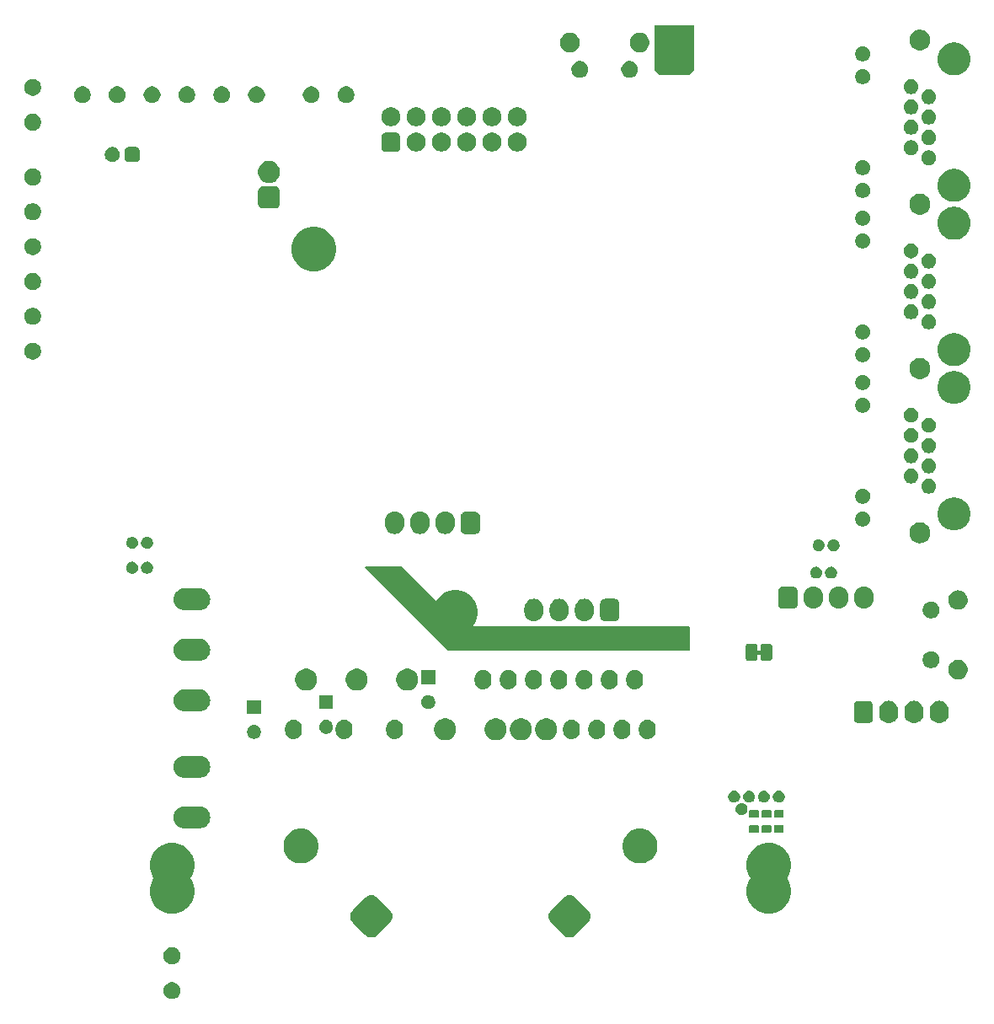
<source format=gbr>
G04 #@! TF.GenerationSoftware,KiCad,Pcbnew,(5.1.5)-3*
G04 #@! TF.CreationDate,2019-12-16T11:44:48+01:00*
G04 #@! TF.ProjectId,stmbl_4.0,73746d62-6c5f-4342-9e30-2e6b69636164,rev?*
G04 #@! TF.SameCoordinates,PXbcd3d80PY2f71ff0*
G04 #@! TF.FileFunction,Soldermask,Bot*
G04 #@! TF.FilePolarity,Negative*
%FSLAX46Y46*%
G04 Gerber Fmt 4.6, Leading zero omitted, Abs format (unit mm)*
G04 Created by KiCad (PCBNEW (5.1.5)-3) date 2019-12-16 11:44:48*
%MOMM*%
%LPD*%
G04 APERTURE LIST*
%ADD10C,0.150000*%
%ADD11C,0.450000*%
%ADD12C,0.100000*%
G04 APERTURE END LIST*
D10*
G36*
X-52000000Y-60500000D02*
G01*
X-29000000Y-60500000D01*
X-29000000Y-62750000D01*
X-53250000Y-62750000D01*
X-61500000Y-54500000D01*
X-58000000Y-54500000D01*
X-52000000Y-60500000D01*
G37*
X-52000000Y-60500000D02*
X-29000000Y-60500000D01*
X-29000000Y-62750000D01*
X-53250000Y-62750000D01*
X-61500000Y-54500000D01*
X-58000000Y-54500000D01*
X-52000000Y-60500000D01*
D11*
X-22750000Y-63000000D02*
X-21250000Y-63000000D01*
D12*
G36*
X-80752066Y-96182664D02*
G01*
X-80597375Y-96246739D01*
X-80597374Y-96246740D01*
X-80458156Y-96339762D01*
X-80339762Y-96458156D01*
X-80339761Y-96458158D01*
X-80246739Y-96597375D01*
X-80182664Y-96752066D01*
X-80150000Y-96916281D01*
X-80150000Y-97083719D01*
X-80182664Y-97247934D01*
X-80246739Y-97402625D01*
X-80246740Y-97402626D01*
X-80339762Y-97541844D01*
X-80458156Y-97660238D01*
X-80528238Y-97707065D01*
X-80597375Y-97753261D01*
X-80752066Y-97817336D01*
X-80916281Y-97850000D01*
X-81083719Y-97850000D01*
X-81247934Y-97817336D01*
X-81402625Y-97753261D01*
X-81471762Y-97707065D01*
X-81541844Y-97660238D01*
X-81660238Y-97541844D01*
X-81753260Y-97402626D01*
X-81753261Y-97402625D01*
X-81817336Y-97247934D01*
X-81850000Y-97083719D01*
X-81850000Y-96916281D01*
X-81817336Y-96752066D01*
X-81753261Y-96597375D01*
X-81660239Y-96458158D01*
X-81660238Y-96458156D01*
X-81541844Y-96339762D01*
X-81402626Y-96246740D01*
X-81402625Y-96246739D01*
X-81247934Y-96182664D01*
X-81083719Y-96150000D01*
X-80916281Y-96150000D01*
X-80752066Y-96182664D01*
G37*
G36*
X-80752066Y-92682664D02*
G01*
X-80597375Y-92746739D01*
X-80597374Y-92746740D01*
X-80458156Y-92839762D01*
X-80339762Y-92958156D01*
X-80339761Y-92958158D01*
X-80246739Y-93097375D01*
X-80182664Y-93252066D01*
X-80150000Y-93416281D01*
X-80150000Y-93583719D01*
X-80182664Y-93747934D01*
X-80246739Y-93902625D01*
X-80246740Y-93902626D01*
X-80339762Y-94041844D01*
X-80458156Y-94160238D01*
X-80528238Y-94207065D01*
X-80597375Y-94253261D01*
X-80752066Y-94317336D01*
X-80916281Y-94350000D01*
X-81083719Y-94350000D01*
X-81247934Y-94317336D01*
X-81402625Y-94253261D01*
X-81471762Y-94207065D01*
X-81541844Y-94160238D01*
X-81660238Y-94041844D01*
X-81753260Y-93902626D01*
X-81753261Y-93902625D01*
X-81817336Y-93747934D01*
X-81850000Y-93583719D01*
X-81850000Y-93416281D01*
X-81817336Y-93252066D01*
X-81753261Y-93097375D01*
X-81660239Y-92958158D01*
X-81660238Y-92958156D01*
X-81541844Y-92839762D01*
X-81402626Y-92746740D01*
X-81402625Y-92746739D01*
X-81247934Y-92682664D01*
X-81083719Y-92650000D01*
X-80916281Y-92650000D01*
X-80752066Y-92682664D01*
G37*
G36*
X-60798687Y-87429311D02*
G01*
X-60639276Y-87477668D01*
X-60492368Y-87556192D01*
X-60361692Y-87663436D01*
X-60345754Y-87679374D01*
X-60345748Y-87679379D01*
X-59108311Y-88916816D01*
X-59108306Y-88916822D01*
X-59092368Y-88932760D01*
X-58985124Y-89063436D01*
X-58906600Y-89210344D01*
X-58858243Y-89369755D01*
X-58841916Y-89535534D01*
X-58858243Y-89701313D01*
X-58906600Y-89860724D01*
X-58985124Y-90007632D01*
X-59092368Y-90138308D01*
X-59108306Y-90154246D01*
X-59108311Y-90154252D01*
X-60345748Y-91391689D01*
X-60345754Y-91391694D01*
X-60361692Y-91407632D01*
X-60492368Y-91514876D01*
X-60639276Y-91593400D01*
X-60798687Y-91641757D01*
X-60964466Y-91658084D01*
X-61130245Y-91641757D01*
X-61289656Y-91593400D01*
X-61436564Y-91514876D01*
X-61567240Y-91407632D01*
X-61583178Y-91391694D01*
X-61583184Y-91391689D01*
X-62820621Y-90154252D01*
X-62820626Y-90154246D01*
X-62836564Y-90138308D01*
X-62943808Y-90007632D01*
X-63022332Y-89860724D01*
X-63070689Y-89701313D01*
X-63087016Y-89535534D01*
X-63070689Y-89369755D01*
X-63022332Y-89210344D01*
X-62943808Y-89063436D01*
X-62836564Y-88932760D01*
X-62820626Y-88916822D01*
X-62820621Y-88916816D01*
X-61583184Y-87679379D01*
X-61583178Y-87679374D01*
X-61567240Y-87663436D01*
X-61436564Y-87556192D01*
X-61289656Y-87477668D01*
X-61130245Y-87429311D01*
X-60964466Y-87412984D01*
X-60798687Y-87429311D01*
G37*
G36*
X-40869755Y-87429311D02*
G01*
X-40710344Y-87477668D01*
X-40563436Y-87556192D01*
X-40432760Y-87663436D01*
X-40416822Y-87679374D01*
X-40416816Y-87679379D01*
X-39179379Y-88916816D01*
X-39179374Y-88916822D01*
X-39163436Y-88932760D01*
X-39056192Y-89063436D01*
X-38977668Y-89210344D01*
X-38929311Y-89369755D01*
X-38912984Y-89535534D01*
X-38929311Y-89701313D01*
X-38977668Y-89860724D01*
X-39056192Y-90007632D01*
X-39163436Y-90138308D01*
X-39179374Y-90154246D01*
X-39179379Y-90154252D01*
X-40416816Y-91391689D01*
X-40416822Y-91391694D01*
X-40432760Y-91407632D01*
X-40563436Y-91514876D01*
X-40710344Y-91593400D01*
X-40869755Y-91641757D01*
X-41035534Y-91658084D01*
X-41201313Y-91641757D01*
X-41360724Y-91593400D01*
X-41507632Y-91514876D01*
X-41638308Y-91407632D01*
X-41654246Y-91391694D01*
X-41654252Y-91391689D01*
X-42891689Y-90154252D01*
X-42891694Y-90154246D01*
X-42907632Y-90138308D01*
X-43014876Y-90007632D01*
X-43093400Y-89860724D01*
X-43141757Y-89701313D01*
X-43158084Y-89535534D01*
X-43141757Y-89369755D01*
X-43093400Y-89210344D01*
X-43014876Y-89063436D01*
X-42907632Y-88932760D01*
X-42891694Y-88916822D01*
X-42891689Y-88916816D01*
X-41654252Y-87679379D01*
X-41654246Y-87679374D01*
X-41638308Y-87663436D01*
X-41507632Y-87556192D01*
X-41360724Y-87477668D01*
X-41201313Y-87429311D01*
X-41035534Y-87412984D01*
X-40869755Y-87429311D01*
G37*
G36*
X-20343701Y-82236465D02*
G01*
X-20209372Y-82292106D01*
X-19934225Y-82406076D01*
X-19565708Y-82652311D01*
X-19252311Y-82965708D01*
X-19033353Y-83293402D01*
X-19006075Y-83334227D01*
X-18836465Y-83743701D01*
X-18750000Y-84178393D01*
X-18750000Y-84621607D01*
X-18836465Y-85056299D01*
X-18836466Y-85056301D01*
X-19006076Y-85465775D01*
X-19144023Y-85672227D01*
X-19148640Y-85680866D01*
X-19151485Y-85690246D01*
X-19152446Y-85700000D01*
X-19151485Y-85709754D01*
X-19148640Y-85719134D01*
X-19144023Y-85727773D01*
X-19006076Y-85934225D01*
X-19006075Y-85934227D01*
X-18836465Y-86343701D01*
X-18750000Y-86778393D01*
X-18750000Y-87221607D01*
X-18836465Y-87656299D01*
X-18836466Y-87656301D01*
X-19006076Y-88065775D01*
X-19252311Y-88434292D01*
X-19565708Y-88747689D01*
X-19934225Y-88993924D01*
X-19934226Y-88993925D01*
X-19934227Y-88993925D01*
X-20343701Y-89163535D01*
X-20778393Y-89250000D01*
X-21221607Y-89250000D01*
X-21656299Y-89163535D01*
X-22065773Y-88993925D01*
X-22065774Y-88993925D01*
X-22065775Y-88993924D01*
X-22434292Y-88747689D01*
X-22747689Y-88434292D01*
X-22993924Y-88065775D01*
X-23163534Y-87656301D01*
X-23163535Y-87656299D01*
X-23250000Y-87221607D01*
X-23250000Y-86778393D01*
X-23163535Y-86343701D01*
X-22993925Y-85934227D01*
X-22993924Y-85934225D01*
X-22855977Y-85727773D01*
X-22851360Y-85719134D01*
X-22848515Y-85709754D01*
X-22847554Y-85700000D01*
X-22848515Y-85690246D01*
X-22851360Y-85680866D01*
X-22855977Y-85672227D01*
X-22993924Y-85465775D01*
X-23163534Y-85056301D01*
X-23163535Y-85056299D01*
X-23250000Y-84621607D01*
X-23250000Y-84178393D01*
X-23163535Y-83743701D01*
X-22993925Y-83334227D01*
X-22966647Y-83293402D01*
X-22747689Y-82965708D01*
X-22434292Y-82652311D01*
X-22065775Y-82406076D01*
X-21790628Y-82292106D01*
X-21656299Y-82236465D01*
X-21221607Y-82150000D01*
X-20778393Y-82150000D01*
X-20343701Y-82236465D01*
G37*
G36*
X-80343701Y-82236465D02*
G01*
X-80209372Y-82292106D01*
X-79934225Y-82406076D01*
X-79565708Y-82652311D01*
X-79252311Y-82965708D01*
X-79033353Y-83293402D01*
X-79006075Y-83334227D01*
X-78836465Y-83743701D01*
X-78750000Y-84178393D01*
X-78750000Y-84621607D01*
X-78836465Y-85056299D01*
X-78836466Y-85056301D01*
X-79006076Y-85465775D01*
X-79144023Y-85672227D01*
X-79148640Y-85680866D01*
X-79151485Y-85690246D01*
X-79152446Y-85700000D01*
X-79151485Y-85709754D01*
X-79148640Y-85719134D01*
X-79144023Y-85727773D01*
X-79006076Y-85934225D01*
X-79006075Y-85934227D01*
X-78836465Y-86343701D01*
X-78750000Y-86778393D01*
X-78750000Y-87221607D01*
X-78836465Y-87656299D01*
X-78836466Y-87656301D01*
X-79006076Y-88065775D01*
X-79252311Y-88434292D01*
X-79565708Y-88747689D01*
X-79934225Y-88993924D01*
X-79934226Y-88993925D01*
X-79934227Y-88993925D01*
X-80343701Y-89163535D01*
X-80778393Y-89250000D01*
X-81221607Y-89250000D01*
X-81656299Y-89163535D01*
X-82065773Y-88993925D01*
X-82065774Y-88993925D01*
X-82065775Y-88993924D01*
X-82434292Y-88747689D01*
X-82747689Y-88434292D01*
X-82993924Y-88065775D01*
X-83163534Y-87656301D01*
X-83163535Y-87656299D01*
X-83250000Y-87221607D01*
X-83250000Y-86778393D01*
X-83163535Y-86343701D01*
X-82993925Y-85934227D01*
X-82993924Y-85934225D01*
X-82855977Y-85727773D01*
X-82851360Y-85719134D01*
X-82848515Y-85709754D01*
X-82847554Y-85700000D01*
X-82848515Y-85690246D01*
X-82851360Y-85680866D01*
X-82855977Y-85672227D01*
X-82993924Y-85465775D01*
X-83163534Y-85056301D01*
X-83163535Y-85056299D01*
X-83250000Y-84621607D01*
X-83250000Y-84178393D01*
X-83163535Y-83743701D01*
X-82993925Y-83334227D01*
X-82966647Y-83293402D01*
X-82747689Y-82965708D01*
X-82434292Y-82652311D01*
X-82065775Y-82406076D01*
X-81790628Y-82292106D01*
X-81656299Y-82236465D01*
X-81221607Y-82150000D01*
X-80778393Y-82150000D01*
X-80343701Y-82236465D01*
G37*
G36*
X-33679407Y-80736883D02*
G01*
X-33454010Y-80781717D01*
X-33135530Y-80913636D01*
X-32848906Y-81105152D01*
X-32605152Y-81348906D01*
X-32413636Y-81635530D01*
X-32281717Y-81954010D01*
X-32214466Y-82292106D01*
X-32214466Y-82636826D01*
X-32281717Y-82974922D01*
X-32413636Y-83293402D01*
X-32605152Y-83580026D01*
X-32848906Y-83823780D01*
X-33135530Y-84015296D01*
X-33454010Y-84147215D01*
X-33610759Y-84178394D01*
X-33792105Y-84214466D01*
X-34136827Y-84214466D01*
X-34318173Y-84178394D01*
X-34474922Y-84147215D01*
X-34793402Y-84015296D01*
X-35080026Y-83823780D01*
X-35323780Y-83580026D01*
X-35515296Y-83293402D01*
X-35647215Y-82974922D01*
X-35714466Y-82636826D01*
X-35714466Y-82292106D01*
X-35647215Y-81954010D01*
X-35515296Y-81635530D01*
X-35323780Y-81348906D01*
X-35080026Y-81105152D01*
X-34793402Y-80913636D01*
X-34474922Y-80781717D01*
X-34249525Y-80736883D01*
X-34136827Y-80714466D01*
X-33792105Y-80714466D01*
X-33679407Y-80736883D01*
G37*
G36*
X-67750475Y-80736883D02*
G01*
X-67525078Y-80781717D01*
X-67206598Y-80913636D01*
X-66919974Y-81105152D01*
X-66676220Y-81348906D01*
X-66484704Y-81635530D01*
X-66352785Y-81954010D01*
X-66285534Y-82292106D01*
X-66285534Y-82636826D01*
X-66352785Y-82974922D01*
X-66484704Y-83293402D01*
X-66676220Y-83580026D01*
X-66919974Y-83823780D01*
X-67206598Y-84015296D01*
X-67525078Y-84147215D01*
X-67681827Y-84178394D01*
X-67863173Y-84214466D01*
X-68207895Y-84214466D01*
X-68389241Y-84178394D01*
X-68545990Y-84147215D01*
X-68864470Y-84015296D01*
X-69151094Y-83823780D01*
X-69394848Y-83580026D01*
X-69586364Y-83293402D01*
X-69718283Y-82974922D01*
X-69785534Y-82636826D01*
X-69785534Y-82292106D01*
X-69718283Y-81954010D01*
X-69586364Y-81635530D01*
X-69394848Y-81348906D01*
X-69151094Y-81105152D01*
X-68864470Y-80913636D01*
X-68545990Y-80781717D01*
X-68320593Y-80736883D01*
X-68207895Y-80714466D01*
X-67863173Y-80714466D01*
X-67750475Y-80736883D01*
G37*
G36*
X-22138895Y-80358551D02*
G01*
X-22106578Y-80368355D01*
X-22076797Y-80384273D01*
X-22050694Y-80405694D01*
X-22029273Y-80431797D01*
X-22013355Y-80461578D01*
X-22003551Y-80493895D01*
X-22000000Y-80529954D01*
X-22000000Y-80970046D01*
X-22003551Y-81006105D01*
X-22013355Y-81038422D01*
X-22029273Y-81068203D01*
X-22050694Y-81094306D01*
X-22076797Y-81115727D01*
X-22106578Y-81131645D01*
X-22138895Y-81141449D01*
X-22174954Y-81145000D01*
X-22825046Y-81145000D01*
X-22861105Y-81141449D01*
X-22893422Y-81131645D01*
X-22923203Y-81115727D01*
X-22949306Y-81094306D01*
X-22970727Y-81068203D01*
X-22986645Y-81038422D01*
X-22996449Y-81006105D01*
X-23000000Y-80970046D01*
X-23000000Y-80529954D01*
X-22996449Y-80493895D01*
X-22986645Y-80461578D01*
X-22970727Y-80431797D01*
X-22949306Y-80405694D01*
X-22923203Y-80384273D01*
X-22893422Y-80368355D01*
X-22861105Y-80358551D01*
X-22825046Y-80355000D01*
X-22174954Y-80355000D01*
X-22138895Y-80358551D01*
G37*
G36*
X-19638895Y-80358551D02*
G01*
X-19606578Y-80368355D01*
X-19576797Y-80384273D01*
X-19550694Y-80405694D01*
X-19529273Y-80431797D01*
X-19513355Y-80461578D01*
X-19503551Y-80493895D01*
X-19500000Y-80529954D01*
X-19500000Y-80970046D01*
X-19503551Y-81006105D01*
X-19513355Y-81038422D01*
X-19529273Y-81068203D01*
X-19550694Y-81094306D01*
X-19576797Y-81115727D01*
X-19606578Y-81131645D01*
X-19638895Y-81141449D01*
X-19674954Y-81145000D01*
X-20325046Y-81145000D01*
X-20361105Y-81141449D01*
X-20393422Y-81131645D01*
X-20423203Y-81115727D01*
X-20449306Y-81094306D01*
X-20470727Y-81068203D01*
X-20486645Y-81038422D01*
X-20496449Y-81006105D01*
X-20500000Y-80970046D01*
X-20500000Y-80529954D01*
X-20496449Y-80493895D01*
X-20486645Y-80461578D01*
X-20470727Y-80431797D01*
X-20449306Y-80405694D01*
X-20423203Y-80384273D01*
X-20393422Y-80368355D01*
X-20361105Y-80358551D01*
X-20325046Y-80355000D01*
X-19674954Y-80355000D01*
X-19638895Y-80358551D01*
G37*
G36*
X-20888895Y-80358551D02*
G01*
X-20856578Y-80368355D01*
X-20826797Y-80384273D01*
X-20800694Y-80405694D01*
X-20779273Y-80431797D01*
X-20763355Y-80461578D01*
X-20753551Y-80493895D01*
X-20750000Y-80529954D01*
X-20750000Y-80970046D01*
X-20753551Y-81006105D01*
X-20763355Y-81038422D01*
X-20779273Y-81068203D01*
X-20800694Y-81094306D01*
X-20826797Y-81115727D01*
X-20856578Y-81131645D01*
X-20888895Y-81141449D01*
X-20924954Y-81145000D01*
X-21575046Y-81145000D01*
X-21611105Y-81141449D01*
X-21643422Y-81131645D01*
X-21673203Y-81115727D01*
X-21699306Y-81094306D01*
X-21720727Y-81068203D01*
X-21736645Y-81038422D01*
X-21746449Y-81006105D01*
X-21750000Y-80970046D01*
X-21750000Y-80529954D01*
X-21746449Y-80493895D01*
X-21736645Y-80461578D01*
X-21720727Y-80431797D01*
X-21699306Y-80405694D01*
X-21673203Y-80384273D01*
X-21643422Y-80368355D01*
X-21611105Y-80358551D01*
X-21575046Y-80355000D01*
X-20924954Y-80355000D01*
X-20888895Y-80358551D01*
G37*
G36*
X-78088229Y-78490611D02*
G01*
X-78034362Y-78495916D01*
X-77965245Y-78516883D01*
X-77827010Y-78558816D01*
X-77635919Y-78660956D01*
X-77635918Y-78660957D01*
X-77635916Y-78660958D01*
X-77468419Y-78798419D01*
X-77330958Y-78965916D01*
X-77330956Y-78965919D01*
X-77228816Y-79157010D01*
X-77210906Y-79216051D01*
X-77177267Y-79326942D01*
X-77165916Y-79364363D01*
X-77144678Y-79580000D01*
X-77165916Y-79795637D01*
X-77228816Y-80002990D01*
X-77330956Y-80194081D01*
X-77330958Y-80194084D01*
X-77468419Y-80361581D01*
X-77635916Y-80499042D01*
X-77635918Y-80499043D01*
X-77635919Y-80499044D01*
X-77827010Y-80601184D01*
X-77965245Y-80643117D01*
X-78034362Y-80664084D01*
X-78088229Y-80669389D01*
X-78195962Y-80680000D01*
X-79804038Y-80680000D01*
X-79911771Y-80669389D01*
X-79965638Y-80664084D01*
X-80034755Y-80643117D01*
X-80172990Y-80601184D01*
X-80364081Y-80499044D01*
X-80364082Y-80499043D01*
X-80364084Y-80499042D01*
X-80531581Y-80361581D01*
X-80669042Y-80194084D01*
X-80669044Y-80194081D01*
X-80771184Y-80002990D01*
X-80834084Y-79795637D01*
X-80855322Y-79580000D01*
X-80834084Y-79364363D01*
X-80822732Y-79326942D01*
X-80789094Y-79216051D01*
X-80771184Y-79157010D01*
X-80669044Y-78965919D01*
X-80669042Y-78965916D01*
X-80531581Y-78798419D01*
X-80364084Y-78660958D01*
X-80364082Y-78660957D01*
X-80364081Y-78660956D01*
X-80172990Y-78558816D01*
X-80034755Y-78516883D01*
X-79965638Y-78495916D01*
X-79911771Y-78490611D01*
X-79804038Y-78480000D01*
X-78195962Y-78480000D01*
X-78088229Y-78490611D01*
G37*
G36*
X-20888895Y-78858551D02*
G01*
X-20856578Y-78868355D01*
X-20826797Y-78884273D01*
X-20800694Y-78905694D01*
X-20779273Y-78931797D01*
X-20763355Y-78961578D01*
X-20753551Y-78993895D01*
X-20750000Y-79029954D01*
X-20750000Y-79470046D01*
X-20753551Y-79506105D01*
X-20763355Y-79538422D01*
X-20779273Y-79568203D01*
X-20800694Y-79594306D01*
X-20826797Y-79615727D01*
X-20856578Y-79631645D01*
X-20888895Y-79641449D01*
X-20924954Y-79645000D01*
X-21575046Y-79645000D01*
X-21611105Y-79641449D01*
X-21643422Y-79631645D01*
X-21673203Y-79615727D01*
X-21699306Y-79594306D01*
X-21720727Y-79568203D01*
X-21736645Y-79538422D01*
X-21746449Y-79506105D01*
X-21750000Y-79470046D01*
X-21750000Y-79029954D01*
X-21746449Y-78993895D01*
X-21736645Y-78961578D01*
X-21720727Y-78931797D01*
X-21699306Y-78905694D01*
X-21673203Y-78884273D01*
X-21643422Y-78868355D01*
X-21611105Y-78858551D01*
X-21575046Y-78855000D01*
X-20924954Y-78855000D01*
X-20888895Y-78858551D01*
G37*
G36*
X-19638895Y-78858551D02*
G01*
X-19606578Y-78868355D01*
X-19576797Y-78884273D01*
X-19550694Y-78905694D01*
X-19529273Y-78931797D01*
X-19513355Y-78961578D01*
X-19503551Y-78993895D01*
X-19500000Y-79029954D01*
X-19500000Y-79470046D01*
X-19503551Y-79506105D01*
X-19513355Y-79538422D01*
X-19529273Y-79568203D01*
X-19550694Y-79594306D01*
X-19576797Y-79615727D01*
X-19606578Y-79631645D01*
X-19638895Y-79641449D01*
X-19674954Y-79645000D01*
X-20325046Y-79645000D01*
X-20361105Y-79641449D01*
X-20393422Y-79631645D01*
X-20423203Y-79615727D01*
X-20449306Y-79594306D01*
X-20470727Y-79568203D01*
X-20486645Y-79538422D01*
X-20496449Y-79506105D01*
X-20500000Y-79470046D01*
X-20500000Y-79029954D01*
X-20496449Y-78993895D01*
X-20486645Y-78961578D01*
X-20470727Y-78931797D01*
X-20449306Y-78905694D01*
X-20423203Y-78884273D01*
X-20393422Y-78868355D01*
X-20361105Y-78858551D01*
X-20325046Y-78855000D01*
X-19674954Y-78855000D01*
X-19638895Y-78858551D01*
G37*
G36*
X-22138895Y-78858551D02*
G01*
X-22106578Y-78868355D01*
X-22076797Y-78884273D01*
X-22050694Y-78905694D01*
X-22029273Y-78931797D01*
X-22013355Y-78961578D01*
X-22003551Y-78993895D01*
X-22000000Y-79029954D01*
X-22000000Y-79470046D01*
X-22003551Y-79506105D01*
X-22013355Y-79538422D01*
X-22029273Y-79568203D01*
X-22050694Y-79594306D01*
X-22076797Y-79615727D01*
X-22106578Y-79631645D01*
X-22138895Y-79641449D01*
X-22174954Y-79645000D01*
X-22825046Y-79645000D01*
X-22861105Y-79641449D01*
X-22893422Y-79631645D01*
X-22923203Y-79615727D01*
X-22949306Y-79594306D01*
X-22970727Y-79568203D01*
X-22986645Y-79538422D01*
X-22996449Y-79506105D01*
X-23000000Y-79470046D01*
X-23000000Y-79029954D01*
X-22996449Y-78993895D01*
X-22986645Y-78961578D01*
X-22970727Y-78931797D01*
X-22949306Y-78905694D01*
X-22923203Y-78884273D01*
X-22893422Y-78868355D01*
X-22861105Y-78858551D01*
X-22825046Y-78855000D01*
X-22174954Y-78855000D01*
X-22138895Y-78858551D01*
G37*
G36*
X-23574988Y-78173057D02*
G01*
X-23574985Y-78173058D01*
X-23574986Y-78173058D01*
X-23465793Y-78218287D01*
X-23367522Y-78283950D01*
X-23283950Y-78367522D01*
X-23283949Y-78367524D01*
X-23218286Y-78465795D01*
X-23173057Y-78574988D01*
X-23150000Y-78690904D01*
X-23150000Y-78809096D01*
X-23173057Y-78925012D01*
X-23216525Y-79029954D01*
X-23218287Y-79034207D01*
X-23283950Y-79132478D01*
X-23367522Y-79216050D01*
X-23465793Y-79281713D01*
X-23465794Y-79281714D01*
X-23465795Y-79281714D01*
X-23574988Y-79326943D01*
X-23690904Y-79350000D01*
X-23809096Y-79350000D01*
X-23925012Y-79326943D01*
X-24034205Y-79281714D01*
X-24034206Y-79281714D01*
X-24034207Y-79281713D01*
X-24132478Y-79216050D01*
X-24216050Y-79132478D01*
X-24281713Y-79034207D01*
X-24283475Y-79029954D01*
X-24326943Y-78925012D01*
X-24350000Y-78809096D01*
X-24350000Y-78690904D01*
X-24326943Y-78574988D01*
X-24281714Y-78465795D01*
X-24216051Y-78367524D01*
X-24216050Y-78367522D01*
X-24132478Y-78283950D01*
X-24034207Y-78218287D01*
X-23925014Y-78173058D01*
X-23925015Y-78173058D01*
X-23925012Y-78173057D01*
X-23809096Y-78150000D01*
X-23690904Y-78150000D01*
X-23574988Y-78173057D01*
G37*
G36*
X-19824988Y-76923057D02*
G01*
X-19824985Y-76923058D01*
X-19824986Y-76923058D01*
X-19715793Y-76968287D01*
X-19617522Y-77033950D01*
X-19533950Y-77117522D01*
X-19533949Y-77117524D01*
X-19468286Y-77215795D01*
X-19423057Y-77324988D01*
X-19400000Y-77440904D01*
X-19400000Y-77559096D01*
X-19423057Y-77675012D01*
X-19423058Y-77675014D01*
X-19468287Y-77784207D01*
X-19533950Y-77882478D01*
X-19617522Y-77966050D01*
X-19715793Y-78031713D01*
X-19715794Y-78031714D01*
X-19715795Y-78031714D01*
X-19824988Y-78076943D01*
X-19940904Y-78100000D01*
X-20059096Y-78100000D01*
X-20175012Y-78076943D01*
X-20284205Y-78031714D01*
X-20284206Y-78031714D01*
X-20284207Y-78031713D01*
X-20382478Y-77966050D01*
X-20466050Y-77882478D01*
X-20531713Y-77784207D01*
X-20576942Y-77675014D01*
X-20576943Y-77675012D01*
X-20600000Y-77559096D01*
X-20600000Y-77440904D01*
X-20576943Y-77324988D01*
X-20531714Y-77215795D01*
X-20466051Y-77117524D01*
X-20466050Y-77117522D01*
X-20382478Y-77033950D01*
X-20284207Y-76968287D01*
X-20175014Y-76923058D01*
X-20175015Y-76923058D01*
X-20175012Y-76923057D01*
X-20059096Y-76900000D01*
X-19940904Y-76900000D01*
X-19824988Y-76923057D01*
G37*
G36*
X-21324988Y-76923057D02*
G01*
X-21324985Y-76923058D01*
X-21324986Y-76923058D01*
X-21215793Y-76968287D01*
X-21117522Y-77033950D01*
X-21033950Y-77117522D01*
X-21033949Y-77117524D01*
X-20968286Y-77215795D01*
X-20923057Y-77324988D01*
X-20900000Y-77440904D01*
X-20900000Y-77559096D01*
X-20923057Y-77675012D01*
X-20923058Y-77675014D01*
X-20968287Y-77784207D01*
X-21033950Y-77882478D01*
X-21117522Y-77966050D01*
X-21215793Y-78031713D01*
X-21215794Y-78031714D01*
X-21215795Y-78031714D01*
X-21324988Y-78076943D01*
X-21440904Y-78100000D01*
X-21559096Y-78100000D01*
X-21675012Y-78076943D01*
X-21784205Y-78031714D01*
X-21784206Y-78031714D01*
X-21784207Y-78031713D01*
X-21882478Y-77966050D01*
X-21966050Y-77882478D01*
X-22031713Y-77784207D01*
X-22076942Y-77675014D01*
X-22076943Y-77675012D01*
X-22100000Y-77559096D01*
X-22100000Y-77440904D01*
X-22076943Y-77324988D01*
X-22031714Y-77215795D01*
X-21966051Y-77117524D01*
X-21966050Y-77117522D01*
X-21882478Y-77033950D01*
X-21784207Y-76968287D01*
X-21675014Y-76923058D01*
X-21675015Y-76923058D01*
X-21675012Y-76923057D01*
X-21559096Y-76900000D01*
X-21440904Y-76900000D01*
X-21324988Y-76923057D01*
G37*
G36*
X-22824988Y-76923057D02*
G01*
X-22824985Y-76923058D01*
X-22824986Y-76923058D01*
X-22715793Y-76968287D01*
X-22617522Y-77033950D01*
X-22533950Y-77117522D01*
X-22533949Y-77117524D01*
X-22468286Y-77215795D01*
X-22423057Y-77324988D01*
X-22400000Y-77440904D01*
X-22400000Y-77559096D01*
X-22423057Y-77675012D01*
X-22423058Y-77675014D01*
X-22468287Y-77784207D01*
X-22533950Y-77882478D01*
X-22617522Y-77966050D01*
X-22715793Y-78031713D01*
X-22715794Y-78031714D01*
X-22715795Y-78031714D01*
X-22824988Y-78076943D01*
X-22940904Y-78100000D01*
X-23059096Y-78100000D01*
X-23175012Y-78076943D01*
X-23284205Y-78031714D01*
X-23284206Y-78031714D01*
X-23284207Y-78031713D01*
X-23382478Y-77966050D01*
X-23466050Y-77882478D01*
X-23531713Y-77784207D01*
X-23576942Y-77675014D01*
X-23576943Y-77675012D01*
X-23600000Y-77559096D01*
X-23600000Y-77440904D01*
X-23576943Y-77324988D01*
X-23531714Y-77215795D01*
X-23466051Y-77117524D01*
X-23466050Y-77117522D01*
X-23382478Y-77033950D01*
X-23284207Y-76968287D01*
X-23175014Y-76923058D01*
X-23175015Y-76923058D01*
X-23175012Y-76923057D01*
X-23059096Y-76900000D01*
X-22940904Y-76900000D01*
X-22824988Y-76923057D01*
G37*
G36*
X-24324988Y-76923057D02*
G01*
X-24324985Y-76923058D01*
X-24324986Y-76923058D01*
X-24215793Y-76968287D01*
X-24117522Y-77033950D01*
X-24033950Y-77117522D01*
X-24033949Y-77117524D01*
X-23968286Y-77215795D01*
X-23923057Y-77324988D01*
X-23900000Y-77440904D01*
X-23900000Y-77559096D01*
X-23923057Y-77675012D01*
X-23923058Y-77675014D01*
X-23968287Y-77784207D01*
X-24033950Y-77882478D01*
X-24117522Y-77966050D01*
X-24215793Y-78031713D01*
X-24215794Y-78031714D01*
X-24215795Y-78031714D01*
X-24324988Y-78076943D01*
X-24440904Y-78100000D01*
X-24559096Y-78100000D01*
X-24675012Y-78076943D01*
X-24784205Y-78031714D01*
X-24784206Y-78031714D01*
X-24784207Y-78031713D01*
X-24882478Y-77966050D01*
X-24966050Y-77882478D01*
X-25031713Y-77784207D01*
X-25076942Y-77675014D01*
X-25076943Y-77675012D01*
X-25100000Y-77559096D01*
X-25100000Y-77440904D01*
X-25076943Y-77324988D01*
X-25031714Y-77215795D01*
X-24966051Y-77117524D01*
X-24966050Y-77117522D01*
X-24882478Y-77033950D01*
X-24784207Y-76968287D01*
X-24675014Y-76923058D01*
X-24675015Y-76923058D01*
X-24675012Y-76923057D01*
X-24559096Y-76900000D01*
X-24440904Y-76900000D01*
X-24324988Y-76923057D01*
G37*
G36*
X-78088229Y-73410611D02*
G01*
X-78034362Y-73415916D01*
X-77965245Y-73436883D01*
X-77827010Y-73478816D01*
X-77635919Y-73580956D01*
X-77635918Y-73580957D01*
X-77635916Y-73580958D01*
X-77468419Y-73718419D01*
X-77330958Y-73885916D01*
X-77330956Y-73885919D01*
X-77228816Y-74077010D01*
X-77165916Y-74284363D01*
X-77144678Y-74500000D01*
X-77165916Y-74715637D01*
X-77228816Y-74922990D01*
X-77330956Y-75114081D01*
X-77330958Y-75114084D01*
X-77468419Y-75281581D01*
X-77635916Y-75419042D01*
X-77635918Y-75419043D01*
X-77635919Y-75419044D01*
X-77827010Y-75521184D01*
X-77965245Y-75563117D01*
X-78034362Y-75584084D01*
X-78088229Y-75589389D01*
X-78195962Y-75600000D01*
X-79804038Y-75600000D01*
X-79911771Y-75589389D01*
X-79965638Y-75584084D01*
X-80034755Y-75563117D01*
X-80172990Y-75521184D01*
X-80364081Y-75419044D01*
X-80364082Y-75419043D01*
X-80364084Y-75419042D01*
X-80531581Y-75281581D01*
X-80669042Y-75114084D01*
X-80669044Y-75114081D01*
X-80771184Y-74922990D01*
X-80834084Y-74715637D01*
X-80855322Y-74500000D01*
X-80834084Y-74284363D01*
X-80771184Y-74077010D01*
X-80669044Y-73885919D01*
X-80669042Y-73885916D01*
X-80531581Y-73718419D01*
X-80364084Y-73580958D01*
X-80364082Y-73580957D01*
X-80364081Y-73580956D01*
X-80172990Y-73478816D01*
X-80034755Y-73436883D01*
X-79965638Y-73415916D01*
X-79911771Y-73410611D01*
X-79804038Y-73400000D01*
X-78195962Y-73400000D01*
X-78088229Y-73410611D01*
G37*
G36*
X-43059144Y-69692272D02*
G01*
X-42858956Y-69775192D01*
X-42794026Y-69818577D01*
X-42678791Y-69895575D01*
X-42525575Y-70048791D01*
X-42505173Y-70079325D01*
X-42405192Y-70228956D01*
X-42322272Y-70429144D01*
X-42280000Y-70641658D01*
X-42280000Y-70858342D01*
X-42322272Y-71070856D01*
X-42405192Y-71271044D01*
X-42445637Y-71331574D01*
X-42525575Y-71451209D01*
X-42678791Y-71604425D01*
X-42702599Y-71620333D01*
X-42858956Y-71724808D01*
X-43059144Y-71807728D01*
X-43271658Y-71850000D01*
X-43488342Y-71850000D01*
X-43700856Y-71807728D01*
X-43901044Y-71724808D01*
X-44057401Y-71620333D01*
X-44081209Y-71604425D01*
X-44234425Y-71451209D01*
X-44314363Y-71331574D01*
X-44354808Y-71271044D01*
X-44437728Y-71070856D01*
X-44480000Y-70858342D01*
X-44480000Y-70641658D01*
X-44437728Y-70429144D01*
X-44354808Y-70228956D01*
X-44254827Y-70079325D01*
X-44234425Y-70048791D01*
X-44081209Y-69895575D01*
X-43965974Y-69818577D01*
X-43901044Y-69775192D01*
X-43700856Y-69692272D01*
X-43488342Y-69650000D01*
X-43271658Y-69650000D01*
X-43059144Y-69692272D01*
G37*
G36*
X-45599144Y-69692272D02*
G01*
X-45398956Y-69775192D01*
X-45334026Y-69818577D01*
X-45218791Y-69895575D01*
X-45065575Y-70048791D01*
X-45045173Y-70079325D01*
X-44945192Y-70228956D01*
X-44862272Y-70429144D01*
X-44820000Y-70641658D01*
X-44820000Y-70858342D01*
X-44862272Y-71070856D01*
X-44945192Y-71271044D01*
X-44985637Y-71331574D01*
X-45065575Y-71451209D01*
X-45218791Y-71604425D01*
X-45242599Y-71620333D01*
X-45398956Y-71724808D01*
X-45599144Y-71807728D01*
X-45811658Y-71850000D01*
X-46028342Y-71850000D01*
X-46240856Y-71807728D01*
X-46441044Y-71724808D01*
X-46597401Y-71620333D01*
X-46621209Y-71604425D01*
X-46774425Y-71451209D01*
X-46854363Y-71331574D01*
X-46894808Y-71271044D01*
X-46977728Y-71070856D01*
X-47020000Y-70858342D01*
X-47020000Y-70641658D01*
X-46977728Y-70429144D01*
X-46894808Y-70228956D01*
X-46794827Y-70079325D01*
X-46774425Y-70048791D01*
X-46621209Y-69895575D01*
X-46505974Y-69818577D01*
X-46441044Y-69775192D01*
X-46240856Y-69692272D01*
X-46028342Y-69650000D01*
X-45811658Y-69650000D01*
X-45599144Y-69692272D01*
G37*
G36*
X-48139144Y-69692272D02*
G01*
X-47938956Y-69775192D01*
X-47874026Y-69818577D01*
X-47758791Y-69895575D01*
X-47605575Y-70048791D01*
X-47585173Y-70079325D01*
X-47485192Y-70228956D01*
X-47402272Y-70429144D01*
X-47360000Y-70641658D01*
X-47360000Y-70858342D01*
X-47402272Y-71070856D01*
X-47485192Y-71271044D01*
X-47525637Y-71331574D01*
X-47605575Y-71451209D01*
X-47758791Y-71604425D01*
X-47782599Y-71620333D01*
X-47938956Y-71724808D01*
X-48139144Y-71807728D01*
X-48351658Y-71850000D01*
X-48568342Y-71850000D01*
X-48780856Y-71807728D01*
X-48981044Y-71724808D01*
X-49137401Y-71620333D01*
X-49161209Y-71604425D01*
X-49314425Y-71451209D01*
X-49394363Y-71331574D01*
X-49434808Y-71271044D01*
X-49517728Y-71070856D01*
X-49560000Y-70858342D01*
X-49560000Y-70641658D01*
X-49517728Y-70429144D01*
X-49434808Y-70228956D01*
X-49334827Y-70079325D01*
X-49314425Y-70048791D01*
X-49161209Y-69895575D01*
X-49045974Y-69818577D01*
X-48981044Y-69775192D01*
X-48780856Y-69692272D01*
X-48568342Y-69650000D01*
X-48351658Y-69650000D01*
X-48139144Y-69692272D01*
G37*
G36*
X-53219144Y-69692272D02*
G01*
X-53018956Y-69775192D01*
X-52954026Y-69818577D01*
X-52838791Y-69895575D01*
X-52685575Y-70048791D01*
X-52665173Y-70079325D01*
X-52565192Y-70228956D01*
X-52482272Y-70429144D01*
X-52440000Y-70641658D01*
X-52440000Y-70858342D01*
X-52482272Y-71070856D01*
X-52565192Y-71271044D01*
X-52605637Y-71331574D01*
X-52685575Y-71451209D01*
X-52838791Y-71604425D01*
X-52862599Y-71620333D01*
X-53018956Y-71724808D01*
X-53219144Y-71807728D01*
X-53431658Y-71850000D01*
X-53648342Y-71850000D01*
X-53860856Y-71807728D01*
X-54061044Y-71724808D01*
X-54217401Y-71620333D01*
X-54241209Y-71604425D01*
X-54394425Y-71451209D01*
X-54474363Y-71331574D01*
X-54514808Y-71271044D01*
X-54597728Y-71070856D01*
X-54640000Y-70858342D01*
X-54640000Y-70641658D01*
X-54597728Y-70429144D01*
X-54514808Y-70228956D01*
X-54414827Y-70079325D01*
X-54394425Y-70048791D01*
X-54241209Y-69895575D01*
X-54125974Y-69818577D01*
X-54061044Y-69775192D01*
X-53860856Y-69692272D01*
X-53648342Y-69650000D01*
X-53431658Y-69650000D01*
X-53219144Y-69692272D01*
G37*
G36*
X-33053372Y-69787299D02*
G01*
X-32958935Y-69815946D01*
X-32893146Y-69835903D01*
X-32857549Y-69854930D01*
X-32745483Y-69914830D01*
X-32616052Y-70021052D01*
X-32509830Y-70150482D01*
X-32449930Y-70262548D01*
X-32430903Y-70298145D01*
X-32410946Y-70363934D01*
X-32382299Y-70458371D01*
X-32370000Y-70583247D01*
X-32370000Y-70916752D01*
X-32382299Y-71041628D01*
X-32406174Y-71120332D01*
X-32430903Y-71201855D01*
X-32432147Y-71204182D01*
X-32509830Y-71349518D01*
X-32616052Y-71478948D01*
X-32745482Y-71585170D01*
X-32857548Y-71645070D01*
X-32893145Y-71664097D01*
X-32958934Y-71684054D01*
X-33053371Y-71712701D01*
X-33220000Y-71729112D01*
X-33386628Y-71712701D01*
X-33481065Y-71684054D01*
X-33546854Y-71664097D01*
X-33582451Y-71645070D01*
X-33694517Y-71585170D01*
X-33823948Y-71478948D01*
X-33930170Y-71349518D01*
X-34007853Y-71204182D01*
X-34009097Y-71201855D01*
X-34048834Y-71070858D01*
X-34057701Y-71041629D01*
X-34070000Y-70916753D01*
X-34070000Y-70583248D01*
X-34057701Y-70458372D01*
X-34029054Y-70363935D01*
X-34009097Y-70298146D01*
X-33972114Y-70228956D01*
X-33930170Y-70150483D01*
X-33823948Y-70021052D01*
X-33694518Y-69914830D01*
X-33582452Y-69854930D01*
X-33546855Y-69835903D01*
X-33481066Y-69815946D01*
X-33386629Y-69787299D01*
X-33220000Y-69770888D01*
X-33053372Y-69787299D01*
G37*
G36*
X-38133372Y-69787299D02*
G01*
X-38038935Y-69815946D01*
X-37973146Y-69835903D01*
X-37937549Y-69854930D01*
X-37825483Y-69914830D01*
X-37696052Y-70021052D01*
X-37589830Y-70150482D01*
X-37529930Y-70262548D01*
X-37510903Y-70298145D01*
X-37490946Y-70363934D01*
X-37462299Y-70458371D01*
X-37450000Y-70583247D01*
X-37450000Y-70916752D01*
X-37462299Y-71041628D01*
X-37486174Y-71120332D01*
X-37510903Y-71201855D01*
X-37512147Y-71204182D01*
X-37589830Y-71349518D01*
X-37696052Y-71478948D01*
X-37825482Y-71585170D01*
X-37937548Y-71645070D01*
X-37973145Y-71664097D01*
X-38038934Y-71684054D01*
X-38133371Y-71712701D01*
X-38300000Y-71729112D01*
X-38466628Y-71712701D01*
X-38561065Y-71684054D01*
X-38626854Y-71664097D01*
X-38662451Y-71645070D01*
X-38774517Y-71585170D01*
X-38903948Y-71478948D01*
X-39010170Y-71349518D01*
X-39087853Y-71204182D01*
X-39089097Y-71201855D01*
X-39128834Y-71070858D01*
X-39137701Y-71041629D01*
X-39150000Y-70916753D01*
X-39150000Y-70583248D01*
X-39137701Y-70458372D01*
X-39109054Y-70363935D01*
X-39089097Y-70298146D01*
X-39052114Y-70228956D01*
X-39010170Y-70150483D01*
X-38903948Y-70021052D01*
X-38774518Y-69914830D01*
X-38662452Y-69854930D01*
X-38626855Y-69835903D01*
X-38561066Y-69815946D01*
X-38466629Y-69787299D01*
X-38300000Y-69770888D01*
X-38133372Y-69787299D01*
G37*
G36*
X-40673372Y-69787299D02*
G01*
X-40578935Y-69815946D01*
X-40513146Y-69835903D01*
X-40477549Y-69854930D01*
X-40365483Y-69914830D01*
X-40236052Y-70021052D01*
X-40129830Y-70150482D01*
X-40069930Y-70262548D01*
X-40050903Y-70298145D01*
X-40030946Y-70363934D01*
X-40002299Y-70458371D01*
X-39990000Y-70583247D01*
X-39990000Y-70916752D01*
X-40002299Y-71041628D01*
X-40026174Y-71120332D01*
X-40050903Y-71201855D01*
X-40052147Y-71204182D01*
X-40129830Y-71349518D01*
X-40236052Y-71478948D01*
X-40365482Y-71585170D01*
X-40477548Y-71645070D01*
X-40513145Y-71664097D01*
X-40578934Y-71684054D01*
X-40673371Y-71712701D01*
X-40840000Y-71729112D01*
X-41006628Y-71712701D01*
X-41101065Y-71684054D01*
X-41166854Y-71664097D01*
X-41202451Y-71645070D01*
X-41314517Y-71585170D01*
X-41443948Y-71478948D01*
X-41550170Y-71349518D01*
X-41627853Y-71204182D01*
X-41629097Y-71201855D01*
X-41668834Y-71070858D01*
X-41677701Y-71041629D01*
X-41690000Y-70916753D01*
X-41690000Y-70583248D01*
X-41677701Y-70458372D01*
X-41649054Y-70363935D01*
X-41629097Y-70298146D01*
X-41592114Y-70228956D01*
X-41550170Y-70150483D01*
X-41443948Y-70021052D01*
X-41314518Y-69914830D01*
X-41202452Y-69854930D01*
X-41166855Y-69835903D01*
X-41101066Y-69815946D01*
X-41006629Y-69787299D01*
X-40840000Y-69770888D01*
X-40673372Y-69787299D01*
G37*
G36*
X-58453372Y-69787299D02*
G01*
X-58358935Y-69815946D01*
X-58293146Y-69835903D01*
X-58257549Y-69854930D01*
X-58145483Y-69914830D01*
X-58016052Y-70021052D01*
X-57909830Y-70150482D01*
X-57849930Y-70262548D01*
X-57830903Y-70298145D01*
X-57810946Y-70363934D01*
X-57782299Y-70458371D01*
X-57770000Y-70583247D01*
X-57770000Y-70916752D01*
X-57782299Y-71041628D01*
X-57806174Y-71120332D01*
X-57830903Y-71201855D01*
X-57832147Y-71204182D01*
X-57909830Y-71349518D01*
X-58016052Y-71478948D01*
X-58145482Y-71585170D01*
X-58257548Y-71645070D01*
X-58293145Y-71664097D01*
X-58358934Y-71684054D01*
X-58453371Y-71712701D01*
X-58620000Y-71729112D01*
X-58786628Y-71712701D01*
X-58881065Y-71684054D01*
X-58946854Y-71664097D01*
X-58982451Y-71645070D01*
X-59094517Y-71585170D01*
X-59223948Y-71478948D01*
X-59330170Y-71349518D01*
X-59407853Y-71204182D01*
X-59409097Y-71201855D01*
X-59448834Y-71070858D01*
X-59457701Y-71041629D01*
X-59470000Y-70916753D01*
X-59470000Y-70583248D01*
X-59457701Y-70458372D01*
X-59429054Y-70363935D01*
X-59409097Y-70298146D01*
X-59372114Y-70228956D01*
X-59330170Y-70150483D01*
X-59223948Y-70021052D01*
X-59094518Y-69914830D01*
X-58982452Y-69854930D01*
X-58946855Y-69835903D01*
X-58881066Y-69815946D01*
X-58786629Y-69787299D01*
X-58620000Y-69770888D01*
X-58453372Y-69787299D01*
G37*
G36*
X-35593372Y-69787299D02*
G01*
X-35498935Y-69815946D01*
X-35433146Y-69835903D01*
X-35397549Y-69854930D01*
X-35285483Y-69914830D01*
X-35156052Y-70021052D01*
X-35049830Y-70150482D01*
X-34989930Y-70262548D01*
X-34970903Y-70298145D01*
X-34950946Y-70363934D01*
X-34922299Y-70458371D01*
X-34910000Y-70583247D01*
X-34910000Y-70916752D01*
X-34922299Y-71041628D01*
X-34946174Y-71120332D01*
X-34970903Y-71201855D01*
X-34972147Y-71204182D01*
X-35049830Y-71349518D01*
X-35156052Y-71478948D01*
X-35285482Y-71585170D01*
X-35397548Y-71645070D01*
X-35433145Y-71664097D01*
X-35498934Y-71684054D01*
X-35593371Y-71712701D01*
X-35760000Y-71729112D01*
X-35926628Y-71712701D01*
X-36021065Y-71684054D01*
X-36086854Y-71664097D01*
X-36122451Y-71645070D01*
X-36234517Y-71585170D01*
X-36363948Y-71478948D01*
X-36470170Y-71349518D01*
X-36547853Y-71204182D01*
X-36549097Y-71201855D01*
X-36588834Y-71070858D01*
X-36597701Y-71041629D01*
X-36610000Y-70916753D01*
X-36610000Y-70583248D01*
X-36597701Y-70458372D01*
X-36569054Y-70363935D01*
X-36549097Y-70298146D01*
X-36512114Y-70228956D01*
X-36470170Y-70150483D01*
X-36363948Y-70021052D01*
X-36234518Y-69914830D01*
X-36122452Y-69854930D01*
X-36086855Y-69835903D01*
X-36021066Y-69815946D01*
X-35926629Y-69787299D01*
X-35760000Y-69770888D01*
X-35593372Y-69787299D01*
G37*
G36*
X-68613372Y-69787299D02*
G01*
X-68518935Y-69815946D01*
X-68453146Y-69835903D01*
X-68417549Y-69854930D01*
X-68305483Y-69914830D01*
X-68176052Y-70021052D01*
X-68069830Y-70150482D01*
X-68009930Y-70262548D01*
X-67990903Y-70298145D01*
X-67970946Y-70363934D01*
X-67942299Y-70458371D01*
X-67930000Y-70583247D01*
X-67930000Y-70916752D01*
X-67942299Y-71041628D01*
X-67966174Y-71120332D01*
X-67990903Y-71201855D01*
X-67992147Y-71204182D01*
X-68069830Y-71349518D01*
X-68176052Y-71478948D01*
X-68305482Y-71585170D01*
X-68417548Y-71645070D01*
X-68453145Y-71664097D01*
X-68518934Y-71684054D01*
X-68613371Y-71712701D01*
X-68780000Y-71729112D01*
X-68946628Y-71712701D01*
X-69041065Y-71684054D01*
X-69106854Y-71664097D01*
X-69142451Y-71645070D01*
X-69254517Y-71585170D01*
X-69383948Y-71478948D01*
X-69490170Y-71349518D01*
X-69567853Y-71204182D01*
X-69569097Y-71201855D01*
X-69608834Y-71070858D01*
X-69617701Y-71041629D01*
X-69630000Y-70916753D01*
X-69630000Y-70583248D01*
X-69617701Y-70458372D01*
X-69589054Y-70363935D01*
X-69569097Y-70298146D01*
X-69532114Y-70228956D01*
X-69490170Y-70150483D01*
X-69383948Y-70021052D01*
X-69254518Y-69914830D01*
X-69142452Y-69854930D01*
X-69106855Y-69835903D01*
X-69041066Y-69815946D01*
X-68946629Y-69787299D01*
X-68780000Y-69770888D01*
X-68613372Y-69787299D01*
G37*
G36*
X-63533372Y-69787299D02*
G01*
X-63438935Y-69815946D01*
X-63373146Y-69835903D01*
X-63337549Y-69854930D01*
X-63225483Y-69914830D01*
X-63096052Y-70021052D01*
X-62989830Y-70150482D01*
X-62929930Y-70262548D01*
X-62910903Y-70298145D01*
X-62890946Y-70363934D01*
X-62862299Y-70458371D01*
X-62850000Y-70583247D01*
X-62850000Y-70916752D01*
X-62862299Y-71041628D01*
X-62886174Y-71120332D01*
X-62910903Y-71201855D01*
X-62912147Y-71204182D01*
X-62989830Y-71349518D01*
X-63096052Y-71478948D01*
X-63225482Y-71585170D01*
X-63337548Y-71645070D01*
X-63373145Y-71664097D01*
X-63438934Y-71684054D01*
X-63533371Y-71712701D01*
X-63700000Y-71729112D01*
X-63866628Y-71712701D01*
X-63961065Y-71684054D01*
X-64026854Y-71664097D01*
X-64062451Y-71645070D01*
X-64174517Y-71585170D01*
X-64303948Y-71478948D01*
X-64410170Y-71349518D01*
X-64487853Y-71204182D01*
X-64489097Y-71201855D01*
X-64528834Y-71070858D01*
X-64537701Y-71041629D01*
X-64550000Y-70916753D01*
X-64550000Y-70583248D01*
X-64537701Y-70458372D01*
X-64509054Y-70363935D01*
X-64489097Y-70298146D01*
X-64452114Y-70228956D01*
X-64410170Y-70150483D01*
X-64303948Y-70021052D01*
X-64174518Y-69914830D01*
X-64062452Y-69854930D01*
X-64026855Y-69835903D01*
X-63961066Y-69815946D01*
X-63866629Y-69787299D01*
X-63700000Y-69770888D01*
X-63533372Y-69787299D01*
G37*
G36*
X-72545819Y-70326900D02*
G01*
X-72418427Y-70379667D01*
X-72418426Y-70379668D01*
X-72303776Y-70456274D01*
X-72206274Y-70553776D01*
X-72186582Y-70583248D01*
X-72129667Y-70668427D01*
X-72076900Y-70795819D01*
X-72050000Y-70931055D01*
X-72050000Y-71068945D01*
X-72076900Y-71204181D01*
X-72129667Y-71331573D01*
X-72129668Y-71331574D01*
X-72206274Y-71446224D01*
X-72303776Y-71543726D01*
X-72365799Y-71585168D01*
X-72418427Y-71620333D01*
X-72545819Y-71673100D01*
X-72681055Y-71700000D01*
X-72818945Y-71700000D01*
X-72954181Y-71673100D01*
X-73081573Y-71620333D01*
X-73134201Y-71585168D01*
X-73196224Y-71543726D01*
X-73293726Y-71446224D01*
X-73370332Y-71331574D01*
X-73370333Y-71331573D01*
X-73423100Y-71204181D01*
X-73450000Y-71068945D01*
X-73450000Y-70931055D01*
X-73423100Y-70795819D01*
X-73370333Y-70668427D01*
X-73313418Y-70583248D01*
X-73293726Y-70553776D01*
X-73196224Y-70456274D01*
X-73081574Y-70379668D01*
X-73081573Y-70379667D01*
X-72954181Y-70326900D01*
X-72818945Y-70300000D01*
X-72681055Y-70300000D01*
X-72545819Y-70326900D01*
G37*
G36*
X-65295819Y-69826900D02*
G01*
X-65168427Y-69879667D01*
X-65168426Y-69879668D01*
X-65053776Y-69956274D01*
X-64956274Y-70053776D01*
X-64920884Y-70106742D01*
X-64879667Y-70168427D01*
X-64826900Y-70295819D01*
X-64800000Y-70431055D01*
X-64800000Y-70568945D01*
X-64826900Y-70704181D01*
X-64879667Y-70831573D01*
X-64879668Y-70831574D01*
X-64956274Y-70946224D01*
X-65053776Y-71043726D01*
X-65130383Y-71094913D01*
X-65168427Y-71120333D01*
X-65295819Y-71173100D01*
X-65431055Y-71200000D01*
X-65568945Y-71200000D01*
X-65704181Y-71173100D01*
X-65831573Y-71120333D01*
X-65869617Y-71094913D01*
X-65946224Y-71043726D01*
X-66043726Y-70946224D01*
X-66120332Y-70831574D01*
X-66120333Y-70831573D01*
X-66173100Y-70704181D01*
X-66200000Y-70568945D01*
X-66200000Y-70431055D01*
X-66173100Y-70295819D01*
X-66120333Y-70168427D01*
X-66079116Y-70106742D01*
X-66043726Y-70053776D01*
X-65946224Y-69956274D01*
X-65831574Y-69879668D01*
X-65831573Y-69879667D01*
X-65704181Y-69826900D01*
X-65568945Y-69800000D01*
X-65431055Y-69800000D01*
X-65295819Y-69826900D01*
G37*
G36*
X-3691102Y-67897942D02*
G01*
X-3509461Y-67953043D01*
X-3342065Y-68042518D01*
X-3342064Y-68042519D01*
X-3342062Y-68042520D01*
X-3195335Y-68162935D01*
X-3074920Y-68309662D01*
X-3074918Y-68309665D01*
X-2985443Y-68477061D01*
X-2930342Y-68658703D01*
X-2916400Y-68800263D01*
X-2916400Y-69199738D01*
X-2930342Y-69341298D01*
X-2985443Y-69522939D01*
X-3074918Y-69690335D01*
X-3074920Y-69690338D01*
X-3195335Y-69837065D01*
X-3290093Y-69914830D01*
X-3342064Y-69957482D01*
X-3509462Y-70046957D01*
X-3691103Y-70102058D01*
X-3880000Y-70120662D01*
X-4068898Y-70102058D01*
X-4250539Y-70046957D01*
X-4417935Y-69957482D01*
X-4417936Y-69957481D01*
X-4417938Y-69957480D01*
X-4564665Y-69837065D01*
X-4685080Y-69690338D01*
X-4685082Y-69690336D01*
X-4774557Y-69522938D01*
X-4829658Y-69341297D01*
X-4843600Y-69199737D01*
X-4843600Y-68800262D01*
X-4829658Y-68658702D01*
X-4774557Y-68477061D01*
X-4685082Y-68309665D01*
X-4654011Y-68271805D01*
X-4564664Y-68162935D01*
X-4417937Y-68042520D01*
X-4417935Y-68042519D01*
X-4417934Y-68042518D01*
X-4250538Y-67953043D01*
X-4068897Y-67897942D01*
X-3880000Y-67879338D01*
X-3691102Y-67897942D01*
G37*
G36*
X-8771102Y-67897942D02*
G01*
X-8589461Y-67953043D01*
X-8422065Y-68042518D01*
X-8422064Y-68042519D01*
X-8422062Y-68042520D01*
X-8275335Y-68162935D01*
X-8154920Y-68309662D01*
X-8154918Y-68309665D01*
X-8065443Y-68477061D01*
X-8010342Y-68658703D01*
X-7996400Y-68800263D01*
X-7996400Y-69199738D01*
X-8010342Y-69341298D01*
X-8065443Y-69522939D01*
X-8154918Y-69690335D01*
X-8154920Y-69690338D01*
X-8275335Y-69837065D01*
X-8370093Y-69914830D01*
X-8422064Y-69957482D01*
X-8589462Y-70046957D01*
X-8771103Y-70102058D01*
X-8960000Y-70120662D01*
X-9148898Y-70102058D01*
X-9330539Y-70046957D01*
X-9497935Y-69957482D01*
X-9497936Y-69957481D01*
X-9497938Y-69957480D01*
X-9644665Y-69837065D01*
X-9765080Y-69690338D01*
X-9765082Y-69690336D01*
X-9854557Y-69522938D01*
X-9909658Y-69341297D01*
X-9923600Y-69199737D01*
X-9923600Y-68800262D01*
X-9909658Y-68658702D01*
X-9854557Y-68477061D01*
X-9765082Y-68309665D01*
X-9734011Y-68271805D01*
X-9644664Y-68162935D01*
X-9497937Y-68042520D01*
X-9497935Y-68042519D01*
X-9497934Y-68042518D01*
X-9330538Y-67953043D01*
X-9148897Y-67897942D01*
X-8960000Y-67879338D01*
X-8771102Y-67897942D01*
G37*
G36*
X-6231102Y-67897942D02*
G01*
X-6049461Y-67953043D01*
X-5882065Y-68042518D01*
X-5882064Y-68042519D01*
X-5882062Y-68042520D01*
X-5735335Y-68162935D01*
X-5614920Y-68309662D01*
X-5614918Y-68309665D01*
X-5525443Y-68477061D01*
X-5470342Y-68658703D01*
X-5456400Y-68800263D01*
X-5456400Y-69199738D01*
X-5470342Y-69341298D01*
X-5525443Y-69522939D01*
X-5614918Y-69690335D01*
X-5614920Y-69690338D01*
X-5735335Y-69837065D01*
X-5830093Y-69914830D01*
X-5882064Y-69957482D01*
X-6049462Y-70046957D01*
X-6231103Y-70102058D01*
X-6420000Y-70120662D01*
X-6608898Y-70102058D01*
X-6790539Y-70046957D01*
X-6957935Y-69957482D01*
X-6957936Y-69957481D01*
X-6957938Y-69957480D01*
X-7104665Y-69837065D01*
X-7225080Y-69690338D01*
X-7225082Y-69690336D01*
X-7314557Y-69522938D01*
X-7369658Y-69341297D01*
X-7383600Y-69199737D01*
X-7383600Y-68800262D01*
X-7369658Y-68658702D01*
X-7314557Y-68477061D01*
X-7225082Y-68309665D01*
X-7194011Y-68271805D01*
X-7104664Y-68162935D01*
X-6957937Y-68042520D01*
X-6957935Y-68042519D01*
X-6957934Y-68042518D01*
X-6790538Y-67953043D01*
X-6608897Y-67897942D01*
X-6420000Y-67879338D01*
X-6231102Y-67897942D01*
G37*
G36*
X-10904130Y-67893014D02*
G01*
X-10818481Y-67918996D01*
X-10739552Y-67961184D01*
X-10670365Y-68017965D01*
X-10613584Y-68087152D01*
X-10571396Y-68166081D01*
X-10545414Y-68251730D01*
X-10536400Y-68343254D01*
X-10536400Y-69656746D01*
X-10545414Y-69748270D01*
X-10571396Y-69833919D01*
X-10613584Y-69912848D01*
X-10670365Y-69982035D01*
X-10739552Y-70038816D01*
X-10818481Y-70081004D01*
X-10904130Y-70106986D01*
X-10995654Y-70116000D01*
X-12004346Y-70116000D01*
X-12095870Y-70106986D01*
X-12181519Y-70081004D01*
X-12260448Y-70038816D01*
X-12329635Y-69982035D01*
X-12386416Y-69912848D01*
X-12428604Y-69833919D01*
X-12454586Y-69748270D01*
X-12463600Y-69656746D01*
X-12463600Y-68343254D01*
X-12454586Y-68251730D01*
X-12428604Y-68166081D01*
X-12386416Y-68087152D01*
X-12329635Y-68017965D01*
X-12260448Y-67961184D01*
X-12181519Y-67918996D01*
X-12095870Y-67893014D01*
X-12004346Y-67884000D01*
X-10995654Y-67884000D01*
X-10904130Y-67893014D01*
G37*
G36*
X-72050000Y-69200000D02*
G01*
X-73450000Y-69200000D01*
X-73450000Y-67800000D01*
X-72050000Y-67800000D01*
X-72050000Y-69200000D01*
G37*
G36*
X-78088229Y-66740611D02*
G01*
X-78034362Y-66745916D01*
X-77965245Y-66766883D01*
X-77827010Y-66808816D01*
X-77635919Y-66910956D01*
X-77635918Y-66910957D01*
X-77635916Y-66910958D01*
X-77468419Y-67048419D01*
X-77330958Y-67215916D01*
X-77330956Y-67215919D01*
X-77228816Y-67407010D01*
X-77165916Y-67614363D01*
X-77144678Y-67830000D01*
X-77165916Y-68045637D01*
X-77228816Y-68252990D01*
X-77330956Y-68444081D01*
X-77330958Y-68444084D01*
X-77468419Y-68611581D01*
X-77635916Y-68749042D01*
X-77635918Y-68749043D01*
X-77635919Y-68749044D01*
X-77827010Y-68851184D01*
X-77965245Y-68893117D01*
X-78034362Y-68914084D01*
X-78088229Y-68919389D01*
X-78195962Y-68930000D01*
X-79804038Y-68930000D01*
X-79911771Y-68919389D01*
X-79965638Y-68914084D01*
X-80034755Y-68893117D01*
X-80172990Y-68851184D01*
X-80364081Y-68749044D01*
X-80364082Y-68749043D01*
X-80364084Y-68749042D01*
X-80531581Y-68611581D01*
X-80669042Y-68444084D01*
X-80669044Y-68444081D01*
X-80771184Y-68252990D01*
X-80834084Y-68045637D01*
X-80855322Y-67830000D01*
X-80834084Y-67614363D01*
X-80771184Y-67407010D01*
X-80669044Y-67215919D01*
X-80669042Y-67215916D01*
X-80531581Y-67048419D01*
X-80364084Y-66910958D01*
X-80364082Y-66910957D01*
X-80364081Y-66910956D01*
X-80172990Y-66808816D01*
X-80034755Y-66766883D01*
X-79965638Y-66745916D01*
X-79911771Y-66740611D01*
X-79804038Y-66730000D01*
X-78195962Y-66730000D01*
X-78088229Y-66740611D01*
G37*
G36*
X-55045819Y-67326900D02*
G01*
X-54918427Y-67379667D01*
X-54918426Y-67379668D01*
X-54803776Y-67456274D01*
X-54706274Y-67553776D01*
X-54655087Y-67630383D01*
X-54629667Y-67668427D01*
X-54576900Y-67795819D01*
X-54550000Y-67931055D01*
X-54550000Y-68068945D01*
X-54576900Y-68204181D01*
X-54629667Y-68331573D01*
X-54629668Y-68331574D01*
X-54706274Y-68446224D01*
X-54803776Y-68543726D01*
X-54880383Y-68594913D01*
X-54918427Y-68620333D01*
X-55045819Y-68673100D01*
X-55181055Y-68700000D01*
X-55318945Y-68700000D01*
X-55454181Y-68673100D01*
X-55581573Y-68620333D01*
X-55619617Y-68594913D01*
X-55696224Y-68543726D01*
X-55793726Y-68446224D01*
X-55870332Y-68331574D01*
X-55870333Y-68331573D01*
X-55923100Y-68204181D01*
X-55950000Y-68068945D01*
X-55950000Y-67931055D01*
X-55923100Y-67795819D01*
X-55870333Y-67668427D01*
X-55844913Y-67630383D01*
X-55793726Y-67553776D01*
X-55696224Y-67456274D01*
X-55581574Y-67379668D01*
X-55581573Y-67379667D01*
X-55454181Y-67326900D01*
X-55318945Y-67300000D01*
X-55181055Y-67300000D01*
X-55045819Y-67326900D01*
G37*
G36*
X-64800000Y-68700000D02*
G01*
X-66200000Y-68700000D01*
X-66200000Y-67300000D01*
X-64800000Y-67300000D01*
X-64800000Y-68700000D01*
G37*
G36*
X-57029144Y-64692272D02*
G01*
X-56828956Y-64775192D01*
X-56739487Y-64834974D01*
X-56648791Y-64895575D01*
X-56495575Y-65048791D01*
X-56495574Y-65048793D01*
X-56375192Y-65228956D01*
X-56292272Y-65429144D01*
X-56250000Y-65641658D01*
X-56250000Y-65858342D01*
X-56292272Y-66070856D01*
X-56375192Y-66271044D01*
X-56375193Y-66271045D01*
X-56495575Y-66451209D01*
X-56648791Y-66604425D01*
X-56738095Y-66664096D01*
X-56828956Y-66724808D01*
X-57029144Y-66807728D01*
X-57241658Y-66850000D01*
X-57458342Y-66850000D01*
X-57670856Y-66807728D01*
X-57871044Y-66724808D01*
X-57961905Y-66664096D01*
X-58051209Y-66604425D01*
X-58204425Y-66451209D01*
X-58324807Y-66271045D01*
X-58324808Y-66271044D01*
X-58407728Y-66070856D01*
X-58450000Y-65858342D01*
X-58450000Y-65641658D01*
X-58407728Y-65429144D01*
X-58324808Y-65228956D01*
X-58204426Y-65048793D01*
X-58204425Y-65048791D01*
X-58051209Y-64895575D01*
X-57960513Y-64834974D01*
X-57871044Y-64775192D01*
X-57670856Y-64692272D01*
X-57458342Y-64650000D01*
X-57241658Y-64650000D01*
X-57029144Y-64692272D01*
G37*
G36*
X-67189144Y-64692272D02*
G01*
X-66988956Y-64775192D01*
X-66899487Y-64834974D01*
X-66808791Y-64895575D01*
X-66655575Y-65048791D01*
X-66655574Y-65048793D01*
X-66535192Y-65228956D01*
X-66452272Y-65429144D01*
X-66410000Y-65641658D01*
X-66410000Y-65858342D01*
X-66452272Y-66070856D01*
X-66535192Y-66271044D01*
X-66535193Y-66271045D01*
X-66655575Y-66451209D01*
X-66808791Y-66604425D01*
X-66898095Y-66664096D01*
X-66988956Y-66724808D01*
X-67189144Y-66807728D01*
X-67401658Y-66850000D01*
X-67618342Y-66850000D01*
X-67830856Y-66807728D01*
X-68031044Y-66724808D01*
X-68121905Y-66664096D01*
X-68211209Y-66604425D01*
X-68364425Y-66451209D01*
X-68484807Y-66271045D01*
X-68484808Y-66271044D01*
X-68567728Y-66070856D01*
X-68610000Y-65858342D01*
X-68610000Y-65641658D01*
X-68567728Y-65429144D01*
X-68484808Y-65228956D01*
X-68364426Y-65048793D01*
X-68364425Y-65048791D01*
X-68211209Y-64895575D01*
X-68120513Y-64834974D01*
X-68031044Y-64775192D01*
X-67830856Y-64692272D01*
X-67618342Y-64650000D01*
X-67401658Y-64650000D01*
X-67189144Y-64692272D01*
G37*
G36*
X-62109144Y-64692272D02*
G01*
X-61908956Y-64775192D01*
X-61819487Y-64834974D01*
X-61728791Y-64895575D01*
X-61575575Y-65048791D01*
X-61575574Y-65048793D01*
X-61455192Y-65228956D01*
X-61372272Y-65429144D01*
X-61330000Y-65641658D01*
X-61330000Y-65858342D01*
X-61372272Y-66070856D01*
X-61455192Y-66271044D01*
X-61455193Y-66271045D01*
X-61575575Y-66451209D01*
X-61728791Y-66604425D01*
X-61818095Y-66664096D01*
X-61908956Y-66724808D01*
X-62109144Y-66807728D01*
X-62321658Y-66850000D01*
X-62538342Y-66850000D01*
X-62750856Y-66807728D01*
X-62951044Y-66724808D01*
X-63041905Y-66664096D01*
X-63131209Y-66604425D01*
X-63284425Y-66451209D01*
X-63404807Y-66271045D01*
X-63404808Y-66271044D01*
X-63487728Y-66070856D01*
X-63530000Y-65858342D01*
X-63530000Y-65641658D01*
X-63487728Y-65429144D01*
X-63404808Y-65228956D01*
X-63284426Y-65048793D01*
X-63284425Y-65048791D01*
X-63131209Y-64895575D01*
X-63040513Y-64834974D01*
X-62951044Y-64775192D01*
X-62750856Y-64692272D01*
X-62538342Y-64650000D01*
X-62321658Y-64650000D01*
X-62109144Y-64692272D01*
G37*
G36*
X-44483372Y-64787299D02*
G01*
X-44388935Y-64815946D01*
X-44323146Y-64835903D01*
X-44304202Y-64846029D01*
X-44175483Y-64914830D01*
X-44046052Y-65021052D01*
X-43939830Y-65150482D01*
X-43879930Y-65262548D01*
X-43860903Y-65298145D01*
X-43860903Y-65298146D01*
X-43812299Y-65458371D01*
X-43800000Y-65583247D01*
X-43800000Y-65916752D01*
X-43812299Y-66041628D01*
X-43840946Y-66136065D01*
X-43860903Y-66201855D01*
X-43860904Y-66201856D01*
X-43939830Y-66349518D01*
X-44046052Y-66478948D01*
X-44175482Y-66585170D01*
X-44287548Y-66645070D01*
X-44323145Y-66664097D01*
X-44388934Y-66684054D01*
X-44483371Y-66712701D01*
X-44650000Y-66729112D01*
X-44816628Y-66712701D01*
X-44911065Y-66684054D01*
X-44976854Y-66664097D01*
X-45012451Y-66645070D01*
X-45124517Y-66585170D01*
X-45253948Y-66478948D01*
X-45360170Y-66349518D01*
X-45439096Y-66201856D01*
X-45439097Y-66201855D01*
X-45478834Y-66070858D01*
X-45487701Y-66041629D01*
X-45500000Y-65916753D01*
X-45500000Y-65583248D01*
X-45487701Y-65458372D01*
X-45459054Y-65363935D01*
X-45439097Y-65298146D01*
X-45402114Y-65228956D01*
X-45360170Y-65150483D01*
X-45253948Y-65021052D01*
X-45124518Y-64914830D01*
X-44995799Y-64846029D01*
X-44976855Y-64835903D01*
X-44911066Y-64815946D01*
X-44816629Y-64787299D01*
X-44650000Y-64770888D01*
X-44483372Y-64787299D01*
G37*
G36*
X-34323372Y-64787299D02*
G01*
X-34228935Y-64815946D01*
X-34163146Y-64835903D01*
X-34144202Y-64846029D01*
X-34015483Y-64914830D01*
X-33886052Y-65021052D01*
X-33779830Y-65150482D01*
X-33719930Y-65262548D01*
X-33700903Y-65298145D01*
X-33700903Y-65298146D01*
X-33652299Y-65458371D01*
X-33640000Y-65583247D01*
X-33640000Y-65916752D01*
X-33652299Y-66041628D01*
X-33680946Y-66136065D01*
X-33700903Y-66201855D01*
X-33700904Y-66201856D01*
X-33779830Y-66349518D01*
X-33886052Y-66478948D01*
X-34015482Y-66585170D01*
X-34127548Y-66645070D01*
X-34163145Y-66664097D01*
X-34228934Y-66684054D01*
X-34323371Y-66712701D01*
X-34490000Y-66729112D01*
X-34656628Y-66712701D01*
X-34751065Y-66684054D01*
X-34816854Y-66664097D01*
X-34852451Y-66645070D01*
X-34964517Y-66585170D01*
X-35093948Y-66478948D01*
X-35200170Y-66349518D01*
X-35279096Y-66201856D01*
X-35279097Y-66201855D01*
X-35318834Y-66070858D01*
X-35327701Y-66041629D01*
X-35340000Y-65916753D01*
X-35340000Y-65583248D01*
X-35327701Y-65458372D01*
X-35299054Y-65363935D01*
X-35279097Y-65298146D01*
X-35242114Y-65228956D01*
X-35200170Y-65150483D01*
X-35093948Y-65021052D01*
X-34964518Y-64914830D01*
X-34835799Y-64846029D01*
X-34816855Y-64835903D01*
X-34751066Y-64815946D01*
X-34656629Y-64787299D01*
X-34490000Y-64770888D01*
X-34323372Y-64787299D01*
G37*
G36*
X-47023372Y-64787299D02*
G01*
X-46928935Y-64815946D01*
X-46863146Y-64835903D01*
X-46844202Y-64846029D01*
X-46715483Y-64914830D01*
X-46586052Y-65021052D01*
X-46479830Y-65150482D01*
X-46419930Y-65262548D01*
X-46400903Y-65298145D01*
X-46400903Y-65298146D01*
X-46352299Y-65458371D01*
X-46340000Y-65583247D01*
X-46340000Y-65916752D01*
X-46352299Y-66041628D01*
X-46380946Y-66136065D01*
X-46400903Y-66201855D01*
X-46400904Y-66201856D01*
X-46479830Y-66349518D01*
X-46586052Y-66478948D01*
X-46715482Y-66585170D01*
X-46827548Y-66645070D01*
X-46863145Y-66664097D01*
X-46928934Y-66684054D01*
X-47023371Y-66712701D01*
X-47190000Y-66729112D01*
X-47356628Y-66712701D01*
X-47451065Y-66684054D01*
X-47516854Y-66664097D01*
X-47552451Y-66645070D01*
X-47664517Y-66585170D01*
X-47793948Y-66478948D01*
X-47900170Y-66349518D01*
X-47979096Y-66201856D01*
X-47979097Y-66201855D01*
X-48018834Y-66070858D01*
X-48027701Y-66041629D01*
X-48040000Y-65916753D01*
X-48040000Y-65583248D01*
X-48027701Y-65458372D01*
X-47999054Y-65363935D01*
X-47979097Y-65298146D01*
X-47942114Y-65228956D01*
X-47900170Y-65150483D01*
X-47793948Y-65021052D01*
X-47664518Y-64914830D01*
X-47535799Y-64846029D01*
X-47516855Y-64835903D01*
X-47451066Y-64815946D01*
X-47356629Y-64787299D01*
X-47190000Y-64770888D01*
X-47023372Y-64787299D01*
G37*
G36*
X-36863372Y-64787299D02*
G01*
X-36768935Y-64815946D01*
X-36703146Y-64835903D01*
X-36684202Y-64846029D01*
X-36555483Y-64914830D01*
X-36426052Y-65021052D01*
X-36319830Y-65150482D01*
X-36259930Y-65262548D01*
X-36240903Y-65298145D01*
X-36240903Y-65298146D01*
X-36192299Y-65458371D01*
X-36180000Y-65583247D01*
X-36180000Y-65916752D01*
X-36192299Y-66041628D01*
X-36220946Y-66136065D01*
X-36240903Y-66201855D01*
X-36240904Y-66201856D01*
X-36319830Y-66349518D01*
X-36426052Y-66478948D01*
X-36555482Y-66585170D01*
X-36667548Y-66645070D01*
X-36703145Y-66664097D01*
X-36768934Y-66684054D01*
X-36863371Y-66712701D01*
X-37030000Y-66729112D01*
X-37196628Y-66712701D01*
X-37291065Y-66684054D01*
X-37356854Y-66664097D01*
X-37392451Y-66645070D01*
X-37504517Y-66585170D01*
X-37633948Y-66478948D01*
X-37740170Y-66349518D01*
X-37819096Y-66201856D01*
X-37819097Y-66201855D01*
X-37858834Y-66070858D01*
X-37867701Y-66041629D01*
X-37880000Y-65916753D01*
X-37880000Y-65583248D01*
X-37867701Y-65458372D01*
X-37839054Y-65363935D01*
X-37819097Y-65298146D01*
X-37782114Y-65228956D01*
X-37740170Y-65150483D01*
X-37633948Y-65021052D01*
X-37504518Y-64914830D01*
X-37375799Y-64846029D01*
X-37356855Y-64835903D01*
X-37291066Y-64815946D01*
X-37196629Y-64787299D01*
X-37030000Y-64770888D01*
X-36863372Y-64787299D01*
G37*
G36*
X-49563372Y-64787299D02*
G01*
X-49468935Y-64815946D01*
X-49403146Y-64835903D01*
X-49384202Y-64846029D01*
X-49255483Y-64914830D01*
X-49126052Y-65021052D01*
X-49019830Y-65150482D01*
X-48959930Y-65262548D01*
X-48940903Y-65298145D01*
X-48940903Y-65298146D01*
X-48892299Y-65458371D01*
X-48880000Y-65583247D01*
X-48880000Y-65916752D01*
X-48892299Y-66041628D01*
X-48920946Y-66136065D01*
X-48940903Y-66201855D01*
X-48940904Y-66201856D01*
X-49019830Y-66349518D01*
X-49126052Y-66478948D01*
X-49255482Y-66585170D01*
X-49367548Y-66645070D01*
X-49403145Y-66664097D01*
X-49468934Y-66684054D01*
X-49563371Y-66712701D01*
X-49730000Y-66729112D01*
X-49896628Y-66712701D01*
X-49991065Y-66684054D01*
X-50056854Y-66664097D01*
X-50092451Y-66645070D01*
X-50204517Y-66585170D01*
X-50333948Y-66478948D01*
X-50440170Y-66349518D01*
X-50519096Y-66201856D01*
X-50519097Y-66201855D01*
X-50558834Y-66070858D01*
X-50567701Y-66041629D01*
X-50580000Y-65916753D01*
X-50580000Y-65583248D01*
X-50567701Y-65458372D01*
X-50539054Y-65363935D01*
X-50519097Y-65298146D01*
X-50482114Y-65228956D01*
X-50440170Y-65150483D01*
X-50333948Y-65021052D01*
X-50204518Y-64914830D01*
X-50075799Y-64846029D01*
X-50056855Y-64835903D01*
X-49991066Y-64815946D01*
X-49896629Y-64787299D01*
X-49730000Y-64770888D01*
X-49563372Y-64787299D01*
G37*
G36*
X-39403372Y-64787299D02*
G01*
X-39308935Y-64815946D01*
X-39243146Y-64835903D01*
X-39224202Y-64846029D01*
X-39095483Y-64914830D01*
X-38966052Y-65021052D01*
X-38859830Y-65150482D01*
X-38799930Y-65262548D01*
X-38780903Y-65298145D01*
X-38780903Y-65298146D01*
X-38732299Y-65458371D01*
X-38720000Y-65583247D01*
X-38720000Y-65916752D01*
X-38732299Y-66041628D01*
X-38760946Y-66136065D01*
X-38780903Y-66201855D01*
X-38780904Y-66201856D01*
X-38859830Y-66349518D01*
X-38966052Y-66478948D01*
X-39095482Y-66585170D01*
X-39207548Y-66645070D01*
X-39243145Y-66664097D01*
X-39308934Y-66684054D01*
X-39403371Y-66712701D01*
X-39570000Y-66729112D01*
X-39736628Y-66712701D01*
X-39831065Y-66684054D01*
X-39896854Y-66664097D01*
X-39932451Y-66645070D01*
X-40044517Y-66585170D01*
X-40173948Y-66478948D01*
X-40280170Y-66349518D01*
X-40359096Y-66201856D01*
X-40359097Y-66201855D01*
X-40398834Y-66070858D01*
X-40407701Y-66041629D01*
X-40420000Y-65916753D01*
X-40420000Y-65583248D01*
X-40407701Y-65458372D01*
X-40379054Y-65363935D01*
X-40359097Y-65298146D01*
X-40322114Y-65228956D01*
X-40280170Y-65150483D01*
X-40173948Y-65021052D01*
X-40044518Y-64914830D01*
X-39915799Y-64846029D01*
X-39896855Y-64835903D01*
X-39831066Y-64815946D01*
X-39736629Y-64787299D01*
X-39570000Y-64770888D01*
X-39403372Y-64787299D01*
G37*
G36*
X-41943372Y-64787299D02*
G01*
X-41848935Y-64815946D01*
X-41783146Y-64835903D01*
X-41764202Y-64846029D01*
X-41635483Y-64914830D01*
X-41506052Y-65021052D01*
X-41399830Y-65150482D01*
X-41339930Y-65262548D01*
X-41320903Y-65298145D01*
X-41320903Y-65298146D01*
X-41272299Y-65458371D01*
X-41260000Y-65583247D01*
X-41260000Y-65916752D01*
X-41272299Y-66041628D01*
X-41300946Y-66136065D01*
X-41320903Y-66201855D01*
X-41320904Y-66201856D01*
X-41399830Y-66349518D01*
X-41506052Y-66478948D01*
X-41635482Y-66585170D01*
X-41747548Y-66645070D01*
X-41783145Y-66664097D01*
X-41848934Y-66684054D01*
X-41943371Y-66712701D01*
X-42110000Y-66729112D01*
X-42276628Y-66712701D01*
X-42371065Y-66684054D01*
X-42436854Y-66664097D01*
X-42472451Y-66645070D01*
X-42584517Y-66585170D01*
X-42713948Y-66478948D01*
X-42820170Y-66349518D01*
X-42899096Y-66201856D01*
X-42899097Y-66201855D01*
X-42938834Y-66070858D01*
X-42947701Y-66041629D01*
X-42960000Y-65916753D01*
X-42960000Y-65583248D01*
X-42947701Y-65458372D01*
X-42919054Y-65363935D01*
X-42899097Y-65298146D01*
X-42862114Y-65228956D01*
X-42820170Y-65150483D01*
X-42713948Y-65021052D01*
X-42584518Y-64914830D01*
X-42455799Y-64846029D01*
X-42436855Y-64835903D01*
X-42371066Y-64815946D01*
X-42276629Y-64787299D01*
X-42110000Y-64770888D01*
X-41943372Y-64787299D01*
G37*
G36*
X-54550000Y-66200000D02*
G01*
X-55950000Y-66200000D01*
X-55950000Y-64800000D01*
X-54550000Y-64800000D01*
X-54550000Y-66200000D01*
G37*
G36*
X-1809787Y-63793734D02*
G01*
X-1715603Y-63812468D01*
X-1538164Y-63885966D01*
X-1378473Y-63992668D01*
X-1242668Y-64128473D01*
X-1135966Y-64288164D01*
X-1135965Y-64288166D01*
X-1134442Y-64291844D01*
X-1062468Y-64465603D01*
X-1062468Y-64465605D01*
X-1025000Y-64653969D01*
X-1025000Y-64846031D01*
X-1043734Y-64940213D01*
X-1062468Y-65034397D01*
X-1135966Y-65211836D01*
X-1242668Y-65371527D01*
X-1378473Y-65507332D01*
X-1538164Y-65614034D01*
X-1715603Y-65687532D01*
X-1809787Y-65706266D01*
X-1903969Y-65725000D01*
X-2096031Y-65725000D01*
X-2190213Y-65706266D01*
X-2284397Y-65687532D01*
X-2461836Y-65614034D01*
X-2621527Y-65507332D01*
X-2757332Y-65371527D01*
X-2864034Y-65211836D01*
X-2937532Y-65034397D01*
X-2956266Y-64940213D01*
X-2975000Y-64846031D01*
X-2975000Y-64653969D01*
X-2937532Y-64465605D01*
X-2937532Y-64465603D01*
X-2865558Y-64291844D01*
X-2864035Y-64288166D01*
X-2864034Y-64288164D01*
X-2757332Y-64128473D01*
X-2621527Y-63992668D01*
X-2461836Y-63885966D01*
X-2284397Y-63812468D01*
X-2190213Y-63793734D01*
X-2096031Y-63775000D01*
X-1903969Y-63775000D01*
X-1809787Y-63793734D01*
G37*
G36*
X-4452066Y-62932664D02*
G01*
X-4297375Y-62996739D01*
X-4297374Y-62996740D01*
X-4158156Y-63089762D01*
X-4039762Y-63208156D01*
X-4039761Y-63208158D01*
X-3946739Y-63347375D01*
X-3882664Y-63502066D01*
X-3850000Y-63666281D01*
X-3850000Y-63833719D01*
X-3882664Y-63997934D01*
X-3946739Y-64152625D01*
X-3946740Y-64152626D01*
X-4039762Y-64291844D01*
X-4158156Y-64410238D01*
X-4228238Y-64457065D01*
X-4297375Y-64503261D01*
X-4452066Y-64567336D01*
X-4616281Y-64600000D01*
X-4783719Y-64600000D01*
X-4947934Y-64567336D01*
X-5102625Y-64503261D01*
X-5171762Y-64457065D01*
X-5241844Y-64410238D01*
X-5360238Y-64291844D01*
X-5453260Y-64152626D01*
X-5453261Y-64152625D01*
X-5517336Y-63997934D01*
X-5550000Y-63833719D01*
X-5550000Y-63666281D01*
X-5517336Y-63502066D01*
X-5453261Y-63347375D01*
X-5360239Y-63208158D01*
X-5360238Y-63208156D01*
X-5241844Y-63089762D01*
X-5102626Y-62996740D01*
X-5102625Y-62996739D01*
X-4947934Y-62932664D01*
X-4783719Y-62900000D01*
X-4616281Y-62900000D01*
X-4452066Y-62932664D01*
G37*
G36*
X-78088229Y-61660611D02*
G01*
X-78034362Y-61665916D01*
X-77965245Y-61686883D01*
X-77827010Y-61728816D01*
X-77635919Y-61830956D01*
X-77635918Y-61830957D01*
X-77635916Y-61830958D01*
X-77468419Y-61968419D01*
X-77330958Y-62135916D01*
X-77330956Y-62135919D01*
X-77228816Y-62327010D01*
X-77198347Y-62427454D01*
X-77165916Y-62534362D01*
X-77144678Y-62750000D01*
X-77162668Y-62932664D01*
X-77165916Y-62965637D01*
X-77228816Y-63172990D01*
X-77330956Y-63364081D01*
X-77330958Y-63364084D01*
X-77468419Y-63531581D01*
X-77635916Y-63669042D01*
X-77635918Y-63669043D01*
X-77635919Y-63669044D01*
X-77827010Y-63771184D01*
X-77920161Y-63799441D01*
X-78034362Y-63834084D01*
X-78088229Y-63839389D01*
X-78195962Y-63850000D01*
X-79804038Y-63850000D01*
X-79911771Y-63839389D01*
X-79965638Y-63834084D01*
X-80079839Y-63799441D01*
X-80172990Y-63771184D01*
X-80364081Y-63669044D01*
X-80364082Y-63669043D01*
X-80364084Y-63669042D01*
X-80531581Y-63531581D01*
X-80669042Y-63364084D01*
X-80669044Y-63364081D01*
X-80771184Y-63172990D01*
X-80834084Y-62965637D01*
X-80837331Y-62932664D01*
X-80855322Y-62750000D01*
X-80834084Y-62534362D01*
X-80801653Y-62427454D01*
X-80771184Y-62327010D01*
X-80669044Y-62135919D01*
X-80669042Y-62135916D01*
X-80531581Y-61968419D01*
X-80364084Y-61830958D01*
X-80364082Y-61830957D01*
X-80364081Y-61830956D01*
X-80172990Y-61728816D01*
X-80034755Y-61686883D01*
X-79965638Y-61665916D01*
X-79911771Y-61660611D01*
X-79804038Y-61650000D01*
X-78195962Y-61650000D01*
X-78088229Y-61660611D01*
G37*
G36*
X-22371398Y-62155521D02*
G01*
X-22319853Y-62171157D01*
X-22272355Y-62196545D01*
X-22230717Y-62230717D01*
X-22196545Y-62272355D01*
X-22171157Y-62319853D01*
X-22155521Y-62371398D01*
X-22150000Y-62427454D01*
X-22150000Y-63572546D01*
X-22155521Y-63628602D01*
X-22171157Y-63680147D01*
X-22196545Y-63727645D01*
X-22230717Y-63769283D01*
X-22272355Y-63803455D01*
X-22319853Y-63828843D01*
X-22371398Y-63844479D01*
X-22427454Y-63850000D01*
X-23072546Y-63850000D01*
X-23128602Y-63844479D01*
X-23180147Y-63828843D01*
X-23227645Y-63803455D01*
X-23269283Y-63769283D01*
X-23303455Y-63727645D01*
X-23328843Y-63680147D01*
X-23344479Y-63628602D01*
X-23350000Y-63572546D01*
X-23350000Y-62427454D01*
X-23344479Y-62371398D01*
X-23328843Y-62319853D01*
X-23303455Y-62272355D01*
X-23269283Y-62230717D01*
X-23227645Y-62196545D01*
X-23180147Y-62171157D01*
X-23128602Y-62155521D01*
X-23072546Y-62150000D01*
X-22427454Y-62150000D01*
X-22371398Y-62155521D01*
G37*
G36*
X-20871398Y-62155521D02*
G01*
X-20819853Y-62171157D01*
X-20772355Y-62196545D01*
X-20730717Y-62230717D01*
X-20696545Y-62272355D01*
X-20671157Y-62319853D01*
X-20655521Y-62371398D01*
X-20650000Y-62427454D01*
X-20650000Y-63572546D01*
X-20655521Y-63628602D01*
X-20671157Y-63680147D01*
X-20696545Y-63727645D01*
X-20730717Y-63769283D01*
X-20772355Y-63803455D01*
X-20819853Y-63828843D01*
X-20871398Y-63844479D01*
X-20927454Y-63850000D01*
X-21572546Y-63850000D01*
X-21628602Y-63844479D01*
X-21680147Y-63828843D01*
X-21727645Y-63803455D01*
X-21769283Y-63769283D01*
X-21803455Y-63727645D01*
X-21828843Y-63680147D01*
X-21844479Y-63628602D01*
X-21850000Y-63572546D01*
X-21850000Y-62427454D01*
X-21844479Y-62371398D01*
X-21828843Y-62319853D01*
X-21803455Y-62272355D01*
X-21769283Y-62230717D01*
X-21727645Y-62196545D01*
X-21680147Y-62171157D01*
X-21628602Y-62155521D01*
X-21572546Y-62150000D01*
X-20927454Y-62150000D01*
X-20871398Y-62155521D01*
G37*
G36*
X-51843701Y-56836465D02*
G01*
X-51434227Y-57006075D01*
X-51434225Y-57006076D01*
X-51065708Y-57252311D01*
X-50752311Y-57565708D01*
X-50506076Y-57934225D01*
X-50506075Y-57934227D01*
X-50336465Y-58343701D01*
X-50250000Y-58778393D01*
X-50250000Y-59221607D01*
X-50336465Y-59656299D01*
X-50423326Y-59866000D01*
X-50506076Y-60065775D01*
X-50752311Y-60434292D01*
X-51065708Y-60747689D01*
X-51434225Y-60993924D01*
X-51434226Y-60993925D01*
X-51434227Y-60993925D01*
X-51843701Y-61163535D01*
X-52278393Y-61250000D01*
X-52721607Y-61250000D01*
X-53156299Y-61163535D01*
X-53565773Y-60993925D01*
X-53565774Y-60993925D01*
X-53565775Y-60993924D01*
X-53934292Y-60747689D01*
X-54247689Y-60434292D01*
X-54493924Y-60065775D01*
X-54576674Y-59866000D01*
X-54663535Y-59656299D01*
X-54750000Y-59221607D01*
X-54750000Y-58778393D01*
X-54663535Y-58343701D01*
X-54493925Y-57934227D01*
X-54493924Y-57934225D01*
X-54247689Y-57565708D01*
X-53934292Y-57252311D01*
X-53565775Y-57006076D01*
X-53565773Y-57006075D01*
X-53156299Y-56836465D01*
X-52721607Y-56750000D01*
X-52278393Y-56750000D01*
X-51843701Y-56836465D01*
G37*
G36*
X-39351102Y-57647942D02*
G01*
X-39169461Y-57703043D01*
X-39002065Y-57792518D01*
X-39002064Y-57792519D01*
X-39002062Y-57792520D01*
X-38855335Y-57912935D01*
X-38734920Y-58059662D01*
X-38734918Y-58059665D01*
X-38645443Y-58227061D01*
X-38590342Y-58408703D01*
X-38576400Y-58550263D01*
X-38576400Y-58949738D01*
X-38590342Y-59091298D01*
X-38645443Y-59272939D01*
X-38734918Y-59440335D01*
X-38734920Y-59440338D01*
X-38855335Y-59587065D01*
X-38977917Y-59687665D01*
X-39002064Y-59707482D01*
X-39169462Y-59796957D01*
X-39351103Y-59852058D01*
X-39540000Y-59870662D01*
X-39728898Y-59852058D01*
X-39910539Y-59796957D01*
X-40077935Y-59707482D01*
X-40077936Y-59707481D01*
X-40077938Y-59707480D01*
X-40224665Y-59587065D01*
X-40345080Y-59440338D01*
X-40345082Y-59440336D01*
X-40434557Y-59272938D01*
X-40489658Y-59091297D01*
X-40503600Y-58949737D01*
X-40503600Y-58550262D01*
X-40489658Y-58408702D01*
X-40434557Y-58227061D01*
X-40345082Y-58059665D01*
X-40345080Y-58059662D01*
X-40224664Y-57912935D01*
X-40077937Y-57792520D01*
X-40077935Y-57792519D01*
X-40077934Y-57792518D01*
X-39910538Y-57703043D01*
X-39728897Y-57647942D01*
X-39540000Y-57629338D01*
X-39351102Y-57647942D01*
G37*
G36*
X-44431102Y-57647942D02*
G01*
X-44249461Y-57703043D01*
X-44082065Y-57792518D01*
X-44082064Y-57792519D01*
X-44082062Y-57792520D01*
X-43935335Y-57912935D01*
X-43814920Y-58059662D01*
X-43814918Y-58059665D01*
X-43725443Y-58227061D01*
X-43670342Y-58408703D01*
X-43656400Y-58550263D01*
X-43656400Y-58949738D01*
X-43670342Y-59091298D01*
X-43725443Y-59272939D01*
X-43814918Y-59440335D01*
X-43814920Y-59440338D01*
X-43935335Y-59587065D01*
X-44057917Y-59687665D01*
X-44082064Y-59707482D01*
X-44249462Y-59796957D01*
X-44431103Y-59852058D01*
X-44620000Y-59870662D01*
X-44808898Y-59852058D01*
X-44990539Y-59796957D01*
X-45157935Y-59707482D01*
X-45157936Y-59707481D01*
X-45157938Y-59707480D01*
X-45304665Y-59587065D01*
X-45425080Y-59440338D01*
X-45425082Y-59440336D01*
X-45514557Y-59272938D01*
X-45569658Y-59091297D01*
X-45583600Y-58949737D01*
X-45583600Y-58550262D01*
X-45569658Y-58408702D01*
X-45514557Y-58227061D01*
X-45425082Y-58059665D01*
X-45425080Y-58059662D01*
X-45304664Y-57912935D01*
X-45157937Y-57792520D01*
X-45157935Y-57792519D01*
X-45157934Y-57792518D01*
X-44990538Y-57703043D01*
X-44808897Y-57647942D01*
X-44620000Y-57629338D01*
X-44431102Y-57647942D01*
G37*
G36*
X-41891102Y-57647942D02*
G01*
X-41709461Y-57703043D01*
X-41542065Y-57792518D01*
X-41542064Y-57792519D01*
X-41542062Y-57792520D01*
X-41395335Y-57912935D01*
X-41274920Y-58059662D01*
X-41274918Y-58059665D01*
X-41185443Y-58227061D01*
X-41130342Y-58408703D01*
X-41116400Y-58550263D01*
X-41116400Y-58949738D01*
X-41130342Y-59091298D01*
X-41185443Y-59272939D01*
X-41274918Y-59440335D01*
X-41274920Y-59440338D01*
X-41395335Y-59587065D01*
X-41517917Y-59687665D01*
X-41542064Y-59707482D01*
X-41709462Y-59796957D01*
X-41891103Y-59852058D01*
X-42080000Y-59870662D01*
X-42268898Y-59852058D01*
X-42450539Y-59796957D01*
X-42617935Y-59707482D01*
X-42617936Y-59707481D01*
X-42617938Y-59707480D01*
X-42764665Y-59587065D01*
X-42885080Y-59440338D01*
X-42885082Y-59440336D01*
X-42974557Y-59272938D01*
X-43029658Y-59091297D01*
X-43043600Y-58949737D01*
X-43043600Y-58550262D01*
X-43029658Y-58408702D01*
X-42974557Y-58227061D01*
X-42885082Y-58059665D01*
X-42885080Y-58059662D01*
X-42764664Y-57912935D01*
X-42617937Y-57792520D01*
X-42617935Y-57792519D01*
X-42617934Y-57792518D01*
X-42450538Y-57703043D01*
X-42268897Y-57647942D01*
X-42080000Y-57629338D01*
X-41891102Y-57647942D01*
G37*
G36*
X-36404130Y-57643014D02*
G01*
X-36318481Y-57668996D01*
X-36239552Y-57711184D01*
X-36170365Y-57767965D01*
X-36113584Y-57837152D01*
X-36071396Y-57916081D01*
X-36045414Y-58001730D01*
X-36036400Y-58093254D01*
X-36036400Y-59406746D01*
X-36045414Y-59498270D01*
X-36071396Y-59583919D01*
X-36113584Y-59662848D01*
X-36170365Y-59732035D01*
X-36239552Y-59788816D01*
X-36318481Y-59831004D01*
X-36404130Y-59856986D01*
X-36495654Y-59866000D01*
X-37504346Y-59866000D01*
X-37595870Y-59856986D01*
X-37681519Y-59831004D01*
X-37760448Y-59788816D01*
X-37829635Y-59732035D01*
X-37886416Y-59662848D01*
X-37928604Y-59583919D01*
X-37954586Y-59498270D01*
X-37963600Y-59406746D01*
X-37963600Y-58093254D01*
X-37954586Y-58001730D01*
X-37928604Y-57916081D01*
X-37886416Y-57837152D01*
X-37829635Y-57767965D01*
X-37760448Y-57711184D01*
X-37681519Y-57668996D01*
X-37595870Y-57643014D01*
X-37504346Y-57634000D01*
X-36495654Y-57634000D01*
X-36404130Y-57643014D01*
G37*
G36*
X-4452066Y-57932664D02*
G01*
X-4297375Y-57996739D01*
X-4258164Y-58022939D01*
X-4158156Y-58089762D01*
X-4039762Y-58208156D01*
X-4012959Y-58248270D01*
X-3946739Y-58347375D01*
X-3882664Y-58502066D01*
X-3850000Y-58666281D01*
X-3850000Y-58833719D01*
X-3882664Y-58997934D01*
X-3946739Y-59152625D01*
X-3946740Y-59152626D01*
X-4039762Y-59291844D01*
X-4158156Y-59410238D01*
X-4203200Y-59440335D01*
X-4297375Y-59503261D01*
X-4452066Y-59567336D01*
X-4616281Y-59600000D01*
X-4783719Y-59600000D01*
X-4947934Y-59567336D01*
X-5102625Y-59503261D01*
X-5196800Y-59440335D01*
X-5241844Y-59410238D01*
X-5360238Y-59291844D01*
X-5453260Y-59152626D01*
X-5453261Y-59152625D01*
X-5517336Y-58997934D01*
X-5550000Y-58833719D01*
X-5550000Y-58666281D01*
X-5517336Y-58502066D01*
X-5453261Y-58347375D01*
X-5387041Y-58248270D01*
X-5360238Y-58208156D01*
X-5241844Y-58089762D01*
X-5141836Y-58022939D01*
X-5102625Y-57996739D01*
X-4947934Y-57932664D01*
X-4783719Y-57900000D01*
X-4616281Y-57900000D01*
X-4452066Y-57932664D01*
G37*
G36*
X-78088229Y-56580611D02*
G01*
X-78034362Y-56585916D01*
X-78030288Y-56587152D01*
X-77827010Y-56648816D01*
X-77635919Y-56750956D01*
X-77635918Y-56750957D01*
X-77635916Y-56750958D01*
X-77468419Y-56888419D01*
X-77371861Y-57006076D01*
X-77330956Y-57055919D01*
X-77228816Y-57247010D01*
X-77212662Y-57300263D01*
X-77165916Y-57454362D01*
X-77144678Y-57670000D01*
X-77165916Y-57885638D01*
X-77180182Y-57932665D01*
X-77228816Y-58092990D01*
X-77311815Y-58248270D01*
X-77330958Y-58284084D01*
X-77468419Y-58451581D01*
X-77635916Y-58589042D01*
X-77635918Y-58589043D01*
X-77635919Y-58589044D01*
X-77827010Y-58691184D01*
X-77965245Y-58733117D01*
X-78034362Y-58754084D01*
X-78088229Y-58759389D01*
X-78195962Y-58770000D01*
X-79804038Y-58770000D01*
X-79911771Y-58759389D01*
X-79965638Y-58754084D01*
X-80034755Y-58733117D01*
X-80172990Y-58691184D01*
X-80364081Y-58589044D01*
X-80364082Y-58589043D01*
X-80364084Y-58589042D01*
X-80531581Y-58451581D01*
X-80669042Y-58284084D01*
X-80688185Y-58248270D01*
X-80771184Y-58092990D01*
X-80819818Y-57932665D01*
X-80834084Y-57885638D01*
X-80855322Y-57670000D01*
X-80834084Y-57454362D01*
X-80787338Y-57300263D01*
X-80771184Y-57247010D01*
X-80669044Y-57055919D01*
X-80628139Y-57006076D01*
X-80531581Y-56888419D01*
X-80364084Y-56750958D01*
X-80364082Y-56750957D01*
X-80364081Y-56750956D01*
X-80172990Y-56648816D01*
X-79969712Y-56587152D01*
X-79965638Y-56585916D01*
X-79911771Y-56580611D01*
X-79804038Y-56570000D01*
X-78195962Y-56570000D01*
X-78088229Y-56580611D01*
G37*
G36*
X-1809787Y-56793734D02*
G01*
X-1715603Y-56812468D01*
X-1538164Y-56885966D01*
X-1378473Y-56992668D01*
X-1242668Y-57128473D01*
X-1135966Y-57288164D01*
X-1062468Y-57465603D01*
X-1062468Y-57465605D01*
X-1025000Y-57653969D01*
X-1025000Y-57846031D01*
X-1035735Y-57900000D01*
X-1062468Y-58034397D01*
X-1103808Y-58134200D01*
X-1134442Y-58208158D01*
X-1135966Y-58211836D01*
X-1242668Y-58371527D01*
X-1378473Y-58507332D01*
X-1538164Y-58614034D01*
X-1715603Y-58687532D01*
X-1809787Y-58706266D01*
X-1903969Y-58725000D01*
X-2096031Y-58725000D01*
X-2190213Y-58706266D01*
X-2284397Y-58687532D01*
X-2461836Y-58614034D01*
X-2621527Y-58507332D01*
X-2757332Y-58371527D01*
X-2864034Y-58211836D01*
X-2865557Y-58208158D01*
X-2896192Y-58134200D01*
X-2937532Y-58034397D01*
X-2964265Y-57900000D01*
X-2975000Y-57846031D01*
X-2975000Y-57653969D01*
X-2937532Y-57465605D01*
X-2937532Y-57465603D01*
X-2864034Y-57288164D01*
X-2757332Y-57128473D01*
X-2621527Y-56992668D01*
X-2461836Y-56885966D01*
X-2284397Y-56812468D01*
X-2190213Y-56793734D01*
X-2096031Y-56775000D01*
X-1903969Y-56775000D01*
X-1809787Y-56793734D01*
G37*
G36*
X-11271102Y-56397942D02*
G01*
X-11089461Y-56453043D01*
X-10922065Y-56542518D01*
X-10922064Y-56542519D01*
X-10922062Y-56542520D01*
X-10775335Y-56662935D01*
X-10654920Y-56809662D01*
X-10654918Y-56809665D01*
X-10565443Y-56977061D01*
X-10510342Y-57158703D01*
X-10496400Y-57300263D01*
X-10496400Y-57699738D01*
X-10510342Y-57841298D01*
X-10565443Y-58022939D01*
X-10654918Y-58190335D01*
X-10654920Y-58190338D01*
X-10775335Y-58337065D01*
X-10897917Y-58437665D01*
X-10922064Y-58457482D01*
X-11089462Y-58546957D01*
X-11271103Y-58602058D01*
X-11460000Y-58620662D01*
X-11648898Y-58602058D01*
X-11830539Y-58546957D01*
X-11997935Y-58457482D01*
X-11997936Y-58457481D01*
X-11997938Y-58457480D01*
X-12144665Y-58337065D01*
X-12265080Y-58190338D01*
X-12265082Y-58190336D01*
X-12354557Y-58022938D01*
X-12409658Y-57841297D01*
X-12423600Y-57699737D01*
X-12423600Y-57300262D01*
X-12409658Y-57158702D01*
X-12354557Y-56977061D01*
X-12265082Y-56809665D01*
X-12265080Y-56809662D01*
X-12144664Y-56662935D01*
X-11997937Y-56542520D01*
X-11997935Y-56542519D01*
X-11997934Y-56542518D01*
X-11830538Y-56453043D01*
X-11648897Y-56397942D01*
X-11460000Y-56379338D01*
X-11271102Y-56397942D01*
G37*
G36*
X-16351102Y-56397942D02*
G01*
X-16169461Y-56453043D01*
X-16002065Y-56542518D01*
X-16002064Y-56542519D01*
X-16002062Y-56542520D01*
X-15855335Y-56662935D01*
X-15734920Y-56809662D01*
X-15734918Y-56809665D01*
X-15645443Y-56977061D01*
X-15590342Y-57158703D01*
X-15576400Y-57300263D01*
X-15576400Y-57699738D01*
X-15590342Y-57841298D01*
X-15645443Y-58022939D01*
X-15734918Y-58190335D01*
X-15734920Y-58190338D01*
X-15855335Y-58337065D01*
X-15977917Y-58437665D01*
X-16002064Y-58457482D01*
X-16169462Y-58546957D01*
X-16351103Y-58602058D01*
X-16540000Y-58620662D01*
X-16728898Y-58602058D01*
X-16910539Y-58546957D01*
X-17077935Y-58457482D01*
X-17077936Y-58457481D01*
X-17077938Y-58457480D01*
X-17224665Y-58337065D01*
X-17345080Y-58190338D01*
X-17345082Y-58190336D01*
X-17434557Y-58022938D01*
X-17489658Y-57841297D01*
X-17503600Y-57699737D01*
X-17503600Y-57300262D01*
X-17489658Y-57158702D01*
X-17434557Y-56977061D01*
X-17345082Y-56809665D01*
X-17345080Y-56809662D01*
X-17224664Y-56662935D01*
X-17077937Y-56542520D01*
X-17077935Y-56542519D01*
X-17077934Y-56542518D01*
X-16910538Y-56453043D01*
X-16728897Y-56397942D01*
X-16540000Y-56379338D01*
X-16351102Y-56397942D01*
G37*
G36*
X-13811102Y-56397942D02*
G01*
X-13629461Y-56453043D01*
X-13462065Y-56542518D01*
X-13462064Y-56542519D01*
X-13462062Y-56542520D01*
X-13315335Y-56662935D01*
X-13194920Y-56809662D01*
X-13194918Y-56809665D01*
X-13105443Y-56977061D01*
X-13050342Y-57158703D01*
X-13036400Y-57300263D01*
X-13036400Y-57699738D01*
X-13050342Y-57841298D01*
X-13105443Y-58022939D01*
X-13194918Y-58190335D01*
X-13194920Y-58190338D01*
X-13315335Y-58337065D01*
X-13437917Y-58437665D01*
X-13462064Y-58457482D01*
X-13629462Y-58546957D01*
X-13811103Y-58602058D01*
X-14000000Y-58620662D01*
X-14188898Y-58602058D01*
X-14370539Y-58546957D01*
X-14537935Y-58457482D01*
X-14537936Y-58457481D01*
X-14537938Y-58457480D01*
X-14684665Y-58337065D01*
X-14805080Y-58190338D01*
X-14805082Y-58190336D01*
X-14894557Y-58022938D01*
X-14949658Y-57841297D01*
X-14963600Y-57699737D01*
X-14963600Y-57300262D01*
X-14949658Y-57158702D01*
X-14894557Y-56977061D01*
X-14805082Y-56809665D01*
X-14805080Y-56809662D01*
X-14684664Y-56662935D01*
X-14537937Y-56542520D01*
X-14537935Y-56542519D01*
X-14537934Y-56542518D01*
X-14370538Y-56453043D01*
X-14188897Y-56397942D01*
X-14000000Y-56379338D01*
X-13811102Y-56397942D01*
G37*
G36*
X-18484130Y-56393014D02*
G01*
X-18398481Y-56418996D01*
X-18319552Y-56461184D01*
X-18250365Y-56517965D01*
X-18193584Y-56587152D01*
X-18151396Y-56666081D01*
X-18125414Y-56751730D01*
X-18116400Y-56843254D01*
X-18116400Y-58156746D01*
X-18125414Y-58248270D01*
X-18151396Y-58333919D01*
X-18193584Y-58412848D01*
X-18250365Y-58482035D01*
X-18319552Y-58538816D01*
X-18398481Y-58581004D01*
X-18484130Y-58606986D01*
X-18575654Y-58616000D01*
X-19584346Y-58616000D01*
X-19675870Y-58606986D01*
X-19761519Y-58581004D01*
X-19840448Y-58538816D01*
X-19909635Y-58482035D01*
X-19966416Y-58412848D01*
X-20008604Y-58333919D01*
X-20034586Y-58248270D01*
X-20043600Y-58156746D01*
X-20043600Y-56843254D01*
X-20034586Y-56751730D01*
X-20008604Y-56666081D01*
X-19966416Y-56587152D01*
X-19909635Y-56517965D01*
X-19840448Y-56461184D01*
X-19761519Y-56418996D01*
X-19675870Y-56393014D01*
X-19584346Y-56384000D01*
X-18575654Y-56384000D01*
X-18484130Y-56393014D01*
G37*
G36*
X-14574988Y-54423057D02*
G01*
X-14531899Y-54440905D01*
X-14465793Y-54468287D01*
X-14367522Y-54533950D01*
X-14283950Y-54617522D01*
X-14245535Y-54675014D01*
X-14218286Y-54715795D01*
X-14173057Y-54824988D01*
X-14150000Y-54940904D01*
X-14150000Y-55059096D01*
X-14173057Y-55175012D01*
X-14173058Y-55175014D01*
X-14218287Y-55284207D01*
X-14283950Y-55382478D01*
X-14367522Y-55466050D01*
X-14465793Y-55531713D01*
X-14465794Y-55531714D01*
X-14465795Y-55531714D01*
X-14574988Y-55576943D01*
X-14690904Y-55600000D01*
X-14809096Y-55600000D01*
X-14925012Y-55576943D01*
X-15034205Y-55531714D01*
X-15034206Y-55531714D01*
X-15034207Y-55531713D01*
X-15132478Y-55466050D01*
X-15216050Y-55382478D01*
X-15281713Y-55284207D01*
X-15326942Y-55175014D01*
X-15326943Y-55175012D01*
X-15350000Y-55059096D01*
X-15350000Y-54940904D01*
X-15326943Y-54824988D01*
X-15281714Y-54715795D01*
X-15254465Y-54675014D01*
X-15216050Y-54617522D01*
X-15132478Y-54533950D01*
X-15034207Y-54468287D01*
X-14968101Y-54440905D01*
X-14925012Y-54423057D01*
X-14809096Y-54400000D01*
X-14690904Y-54400000D01*
X-14574988Y-54423057D01*
G37*
G36*
X-16074988Y-54423057D02*
G01*
X-16031899Y-54440905D01*
X-15965793Y-54468287D01*
X-15867522Y-54533950D01*
X-15783950Y-54617522D01*
X-15745535Y-54675014D01*
X-15718286Y-54715795D01*
X-15673057Y-54824988D01*
X-15650000Y-54940904D01*
X-15650000Y-55059096D01*
X-15673057Y-55175012D01*
X-15673058Y-55175014D01*
X-15718287Y-55284207D01*
X-15783950Y-55382478D01*
X-15867522Y-55466050D01*
X-15965793Y-55531713D01*
X-15965794Y-55531714D01*
X-15965795Y-55531714D01*
X-16074988Y-55576943D01*
X-16190904Y-55600000D01*
X-16309096Y-55600000D01*
X-16425012Y-55576943D01*
X-16534205Y-55531714D01*
X-16534206Y-55531714D01*
X-16534207Y-55531713D01*
X-16632478Y-55466050D01*
X-16716050Y-55382478D01*
X-16781713Y-55284207D01*
X-16826942Y-55175014D01*
X-16826943Y-55175012D01*
X-16850000Y-55059096D01*
X-16850000Y-54940904D01*
X-16826943Y-54824988D01*
X-16781714Y-54715795D01*
X-16754465Y-54675014D01*
X-16716050Y-54617522D01*
X-16632478Y-54533950D01*
X-16534207Y-54468287D01*
X-16468101Y-54440905D01*
X-16425012Y-54423057D01*
X-16309096Y-54400000D01*
X-16190904Y-54400000D01*
X-16074988Y-54423057D01*
G37*
G36*
X-84824988Y-53923057D02*
G01*
X-84824985Y-53923058D01*
X-84824986Y-53923058D01*
X-84715793Y-53968287D01*
X-84617522Y-54033950D01*
X-84533950Y-54117522D01*
X-84533949Y-54117524D01*
X-84468286Y-54215795D01*
X-84423057Y-54324988D01*
X-84400000Y-54440904D01*
X-84400000Y-54559096D01*
X-84423057Y-54675012D01*
X-84423058Y-54675014D01*
X-84468287Y-54784207D01*
X-84533950Y-54882478D01*
X-84617522Y-54966050D01*
X-84715793Y-55031713D01*
X-84715794Y-55031714D01*
X-84715795Y-55031714D01*
X-84824988Y-55076943D01*
X-84940904Y-55100000D01*
X-85059096Y-55100000D01*
X-85175012Y-55076943D01*
X-85284205Y-55031714D01*
X-85284206Y-55031714D01*
X-85284207Y-55031713D01*
X-85382478Y-54966050D01*
X-85466050Y-54882478D01*
X-85531713Y-54784207D01*
X-85576942Y-54675014D01*
X-85576943Y-54675012D01*
X-85600000Y-54559096D01*
X-85600000Y-54440904D01*
X-85576943Y-54324988D01*
X-85531714Y-54215795D01*
X-85466051Y-54117524D01*
X-85466050Y-54117522D01*
X-85382478Y-54033950D01*
X-85284207Y-53968287D01*
X-85175014Y-53923058D01*
X-85175015Y-53923058D01*
X-85175012Y-53923057D01*
X-85059096Y-53900000D01*
X-84940904Y-53900000D01*
X-84824988Y-53923057D01*
G37*
G36*
X-83324988Y-53923057D02*
G01*
X-83324985Y-53923058D01*
X-83324986Y-53923058D01*
X-83215793Y-53968287D01*
X-83117522Y-54033950D01*
X-83033950Y-54117522D01*
X-83033949Y-54117524D01*
X-82968286Y-54215795D01*
X-82923057Y-54324988D01*
X-82900000Y-54440904D01*
X-82900000Y-54559096D01*
X-82923057Y-54675012D01*
X-82923058Y-54675014D01*
X-82968287Y-54784207D01*
X-83033950Y-54882478D01*
X-83117522Y-54966050D01*
X-83215793Y-55031713D01*
X-83215794Y-55031714D01*
X-83215795Y-55031714D01*
X-83324988Y-55076943D01*
X-83440904Y-55100000D01*
X-83559096Y-55100000D01*
X-83675012Y-55076943D01*
X-83784205Y-55031714D01*
X-83784206Y-55031714D01*
X-83784207Y-55031713D01*
X-83882478Y-54966050D01*
X-83966050Y-54882478D01*
X-84031713Y-54784207D01*
X-84076942Y-54675014D01*
X-84076943Y-54675012D01*
X-84100000Y-54559096D01*
X-84100000Y-54440904D01*
X-84076943Y-54324988D01*
X-84031714Y-54215795D01*
X-83966051Y-54117524D01*
X-83966050Y-54117522D01*
X-83882478Y-54033950D01*
X-83784207Y-53968287D01*
X-83675014Y-53923058D01*
X-83675015Y-53923058D01*
X-83675012Y-53923057D01*
X-83559096Y-53900000D01*
X-83440904Y-53900000D01*
X-83324988Y-53923057D01*
G37*
G36*
X-14324988Y-51673057D02*
G01*
X-14324985Y-51673058D01*
X-14324986Y-51673058D01*
X-14215793Y-51718287D01*
X-14117522Y-51783950D01*
X-14033950Y-51867522D01*
X-13984917Y-51940905D01*
X-13968286Y-51965795D01*
X-13923057Y-52074988D01*
X-13900000Y-52190904D01*
X-13900000Y-52309096D01*
X-13923057Y-52425012D01*
X-13940056Y-52466051D01*
X-13968287Y-52534207D01*
X-14033950Y-52632478D01*
X-14117522Y-52716050D01*
X-14215793Y-52781713D01*
X-14215794Y-52781714D01*
X-14215795Y-52781714D01*
X-14324988Y-52826943D01*
X-14440904Y-52850000D01*
X-14559096Y-52850000D01*
X-14675012Y-52826943D01*
X-14784205Y-52781714D01*
X-14784206Y-52781714D01*
X-14784207Y-52781713D01*
X-14882478Y-52716050D01*
X-14966050Y-52632478D01*
X-15031713Y-52534207D01*
X-15059944Y-52466051D01*
X-15076943Y-52425012D01*
X-15100000Y-52309096D01*
X-15100000Y-52190904D01*
X-15076943Y-52074988D01*
X-15031714Y-51965795D01*
X-15015083Y-51940905D01*
X-14966050Y-51867522D01*
X-14882478Y-51783950D01*
X-14784207Y-51718287D01*
X-14675014Y-51673058D01*
X-14675015Y-51673058D01*
X-14675012Y-51673057D01*
X-14559096Y-51650000D01*
X-14440904Y-51650000D01*
X-14324988Y-51673057D01*
G37*
G36*
X-15824988Y-51673057D02*
G01*
X-15824985Y-51673058D01*
X-15824986Y-51673058D01*
X-15715793Y-51718287D01*
X-15617522Y-51783950D01*
X-15533950Y-51867522D01*
X-15484917Y-51940905D01*
X-15468286Y-51965795D01*
X-15423057Y-52074988D01*
X-15400000Y-52190904D01*
X-15400000Y-52309096D01*
X-15423057Y-52425012D01*
X-15440056Y-52466051D01*
X-15468287Y-52534207D01*
X-15533950Y-52632478D01*
X-15617522Y-52716050D01*
X-15715793Y-52781713D01*
X-15715794Y-52781714D01*
X-15715795Y-52781714D01*
X-15824988Y-52826943D01*
X-15940904Y-52850000D01*
X-16059096Y-52850000D01*
X-16175012Y-52826943D01*
X-16284205Y-52781714D01*
X-16284206Y-52781714D01*
X-16284207Y-52781713D01*
X-16382478Y-52716050D01*
X-16466050Y-52632478D01*
X-16531713Y-52534207D01*
X-16559944Y-52466051D01*
X-16576943Y-52425012D01*
X-16600000Y-52309096D01*
X-16600000Y-52190904D01*
X-16576943Y-52074988D01*
X-16531714Y-51965795D01*
X-16515083Y-51940905D01*
X-16466050Y-51867522D01*
X-16382478Y-51783950D01*
X-16284207Y-51718287D01*
X-16175014Y-51673058D01*
X-16175015Y-51673058D01*
X-16175012Y-51673057D01*
X-16059096Y-51650000D01*
X-15940904Y-51650000D01*
X-15824988Y-51673057D01*
G37*
G36*
X-84824988Y-51423057D02*
G01*
X-84824985Y-51423058D01*
X-84824986Y-51423058D01*
X-84715793Y-51468287D01*
X-84617522Y-51533950D01*
X-84533950Y-51617522D01*
X-84496842Y-51673058D01*
X-84468286Y-51715795D01*
X-84423057Y-51824988D01*
X-84400000Y-51940904D01*
X-84400000Y-52059096D01*
X-84423057Y-52175012D01*
X-84423058Y-52175014D01*
X-84468287Y-52284207D01*
X-84533950Y-52382478D01*
X-84617522Y-52466050D01*
X-84715793Y-52531713D01*
X-84715794Y-52531714D01*
X-84715795Y-52531714D01*
X-84824988Y-52576943D01*
X-84940904Y-52600000D01*
X-85059096Y-52600000D01*
X-85175012Y-52576943D01*
X-85284205Y-52531714D01*
X-85284206Y-52531714D01*
X-85284207Y-52531713D01*
X-85382478Y-52466050D01*
X-85466050Y-52382478D01*
X-85531713Y-52284207D01*
X-85576942Y-52175014D01*
X-85576943Y-52175012D01*
X-85600000Y-52059096D01*
X-85600000Y-51940904D01*
X-85576943Y-51824988D01*
X-85531714Y-51715795D01*
X-85503158Y-51673058D01*
X-85466050Y-51617522D01*
X-85382478Y-51533950D01*
X-85284207Y-51468287D01*
X-85175014Y-51423058D01*
X-85175015Y-51423058D01*
X-85175012Y-51423057D01*
X-85059096Y-51400000D01*
X-84940904Y-51400000D01*
X-84824988Y-51423057D01*
G37*
G36*
X-83324988Y-51423057D02*
G01*
X-83324985Y-51423058D01*
X-83324986Y-51423058D01*
X-83215793Y-51468287D01*
X-83117522Y-51533950D01*
X-83033950Y-51617522D01*
X-82996842Y-51673058D01*
X-82968286Y-51715795D01*
X-82923057Y-51824988D01*
X-82900000Y-51940904D01*
X-82900000Y-52059096D01*
X-82923057Y-52175012D01*
X-82923058Y-52175014D01*
X-82968287Y-52284207D01*
X-83033950Y-52382478D01*
X-83117522Y-52466050D01*
X-83215793Y-52531713D01*
X-83215794Y-52531714D01*
X-83215795Y-52531714D01*
X-83324988Y-52576943D01*
X-83440904Y-52600000D01*
X-83559096Y-52600000D01*
X-83675012Y-52576943D01*
X-83784205Y-52531714D01*
X-83784206Y-52531714D01*
X-83784207Y-52531713D01*
X-83882478Y-52466050D01*
X-83966050Y-52382478D01*
X-84031713Y-52284207D01*
X-84076942Y-52175014D01*
X-84076943Y-52175012D01*
X-84100000Y-52059096D01*
X-84100000Y-51940904D01*
X-84076943Y-51824988D01*
X-84031714Y-51715795D01*
X-84003158Y-51673058D01*
X-83966050Y-51617522D01*
X-83882478Y-51533950D01*
X-83784207Y-51468287D01*
X-83675014Y-51423058D01*
X-83675015Y-51423058D01*
X-83675012Y-51423057D01*
X-83559096Y-51400000D01*
X-83440904Y-51400000D01*
X-83324988Y-51423057D01*
G37*
G36*
X-5701313Y-49955027D02*
G01*
X-5523726Y-49990350D01*
X-5332638Y-50069502D01*
X-5160664Y-50184411D01*
X-5014411Y-50330664D01*
X-4899502Y-50502638D01*
X-4820350Y-50693726D01*
X-4792465Y-50833919D01*
X-4780000Y-50896583D01*
X-4780000Y-51103417D01*
X-4780710Y-51106986D01*
X-4820350Y-51306274D01*
X-4899502Y-51497362D01*
X-5014411Y-51669336D01*
X-5160664Y-51815589D01*
X-5332638Y-51930498D01*
X-5523726Y-52009650D01*
X-5701313Y-52044973D01*
X-5726583Y-52050000D01*
X-5933417Y-52050000D01*
X-5958687Y-52044973D01*
X-6136274Y-52009650D01*
X-6327362Y-51930498D01*
X-6499336Y-51815589D01*
X-6645589Y-51669336D01*
X-6760498Y-51497362D01*
X-6839650Y-51306274D01*
X-6879290Y-51106986D01*
X-6880000Y-51103417D01*
X-6880000Y-50896583D01*
X-6867535Y-50833919D01*
X-6839650Y-50693726D01*
X-6760498Y-50502638D01*
X-6645589Y-50330664D01*
X-6499336Y-50184411D01*
X-6327362Y-50069502D01*
X-6136274Y-49990350D01*
X-5958687Y-49955027D01*
X-5933417Y-49950000D01*
X-5726583Y-49950000D01*
X-5701313Y-49955027D01*
G37*
G36*
X-53351102Y-48897942D02*
G01*
X-53169461Y-48953043D01*
X-53002065Y-49042518D01*
X-53002064Y-49042519D01*
X-53002062Y-49042520D01*
X-52855335Y-49162935D01*
X-52734920Y-49309662D01*
X-52734918Y-49309665D01*
X-52645443Y-49477061D01*
X-52590342Y-49658703D01*
X-52576400Y-49800263D01*
X-52576400Y-50199738D01*
X-52590342Y-50341298D01*
X-52645443Y-50522939D01*
X-52734918Y-50690335D01*
X-52734920Y-50690338D01*
X-52855335Y-50837065D01*
X-52977917Y-50937665D01*
X-53002064Y-50957482D01*
X-53169462Y-51046957D01*
X-53351103Y-51102058D01*
X-53540000Y-51120662D01*
X-53728898Y-51102058D01*
X-53910539Y-51046957D01*
X-54077935Y-50957482D01*
X-54077936Y-50957481D01*
X-54077938Y-50957480D01*
X-54224665Y-50837065D01*
X-54345080Y-50690338D01*
X-54345082Y-50690336D01*
X-54434557Y-50522938D01*
X-54489658Y-50341297D01*
X-54503600Y-50199737D01*
X-54503600Y-49800262D01*
X-54489658Y-49658702D01*
X-54434557Y-49477061D01*
X-54345082Y-49309665D01*
X-54314011Y-49271805D01*
X-54224664Y-49162935D01*
X-54077937Y-49042520D01*
X-54077935Y-49042519D01*
X-54077934Y-49042518D01*
X-53910538Y-48953043D01*
X-53728897Y-48897942D01*
X-53540000Y-48879338D01*
X-53351102Y-48897942D01*
G37*
G36*
X-55891102Y-48897942D02*
G01*
X-55709461Y-48953043D01*
X-55542065Y-49042518D01*
X-55542064Y-49042519D01*
X-55542062Y-49042520D01*
X-55395335Y-49162935D01*
X-55274920Y-49309662D01*
X-55274918Y-49309665D01*
X-55185443Y-49477061D01*
X-55130342Y-49658703D01*
X-55116400Y-49800263D01*
X-55116400Y-50199738D01*
X-55130342Y-50341298D01*
X-55185443Y-50522939D01*
X-55274918Y-50690335D01*
X-55274920Y-50690338D01*
X-55395335Y-50837065D01*
X-55517917Y-50937665D01*
X-55542064Y-50957482D01*
X-55709462Y-51046957D01*
X-55891103Y-51102058D01*
X-56080000Y-51120662D01*
X-56268898Y-51102058D01*
X-56450539Y-51046957D01*
X-56617935Y-50957482D01*
X-56617936Y-50957481D01*
X-56617938Y-50957480D01*
X-56764665Y-50837065D01*
X-56885080Y-50690338D01*
X-56885082Y-50690336D01*
X-56974557Y-50522938D01*
X-57029658Y-50341297D01*
X-57043600Y-50199737D01*
X-57043600Y-49800262D01*
X-57029658Y-49658702D01*
X-56974557Y-49477061D01*
X-56885082Y-49309665D01*
X-56854011Y-49271805D01*
X-56764664Y-49162935D01*
X-56617937Y-49042520D01*
X-56617935Y-49042519D01*
X-56617934Y-49042518D01*
X-56450538Y-48953043D01*
X-56268897Y-48897942D01*
X-56080000Y-48879338D01*
X-55891102Y-48897942D01*
G37*
G36*
X-58431102Y-48897942D02*
G01*
X-58249461Y-48953043D01*
X-58082065Y-49042518D01*
X-58082064Y-49042519D01*
X-58082062Y-49042520D01*
X-57935335Y-49162935D01*
X-57814920Y-49309662D01*
X-57814918Y-49309665D01*
X-57725443Y-49477061D01*
X-57670342Y-49658703D01*
X-57656400Y-49800263D01*
X-57656400Y-50199738D01*
X-57670342Y-50341298D01*
X-57725443Y-50522939D01*
X-57814918Y-50690335D01*
X-57814920Y-50690338D01*
X-57935335Y-50837065D01*
X-58057917Y-50937665D01*
X-58082064Y-50957482D01*
X-58249462Y-51046957D01*
X-58431103Y-51102058D01*
X-58620000Y-51120662D01*
X-58808898Y-51102058D01*
X-58990539Y-51046957D01*
X-59157935Y-50957482D01*
X-59157936Y-50957481D01*
X-59157938Y-50957480D01*
X-59304665Y-50837065D01*
X-59425080Y-50690338D01*
X-59425082Y-50690336D01*
X-59514557Y-50522938D01*
X-59569658Y-50341297D01*
X-59583600Y-50199737D01*
X-59583600Y-49800262D01*
X-59569658Y-49658702D01*
X-59514557Y-49477061D01*
X-59425082Y-49309665D01*
X-59394011Y-49271805D01*
X-59304664Y-49162935D01*
X-59157937Y-49042520D01*
X-59157935Y-49042519D01*
X-59157934Y-49042518D01*
X-58990538Y-48953043D01*
X-58808897Y-48897942D01*
X-58620000Y-48879338D01*
X-58431102Y-48897942D01*
G37*
G36*
X-50404130Y-48893014D02*
G01*
X-50318481Y-48918996D01*
X-50239552Y-48961184D01*
X-50170365Y-49017965D01*
X-50113584Y-49087152D01*
X-50071396Y-49166081D01*
X-50045414Y-49251730D01*
X-50036400Y-49343254D01*
X-50036400Y-50656746D01*
X-50045414Y-50748270D01*
X-50071396Y-50833919D01*
X-50113584Y-50912848D01*
X-50170365Y-50982035D01*
X-50239552Y-51038816D01*
X-50318481Y-51081004D01*
X-50404130Y-51106986D01*
X-50495654Y-51116000D01*
X-51504346Y-51116000D01*
X-51595870Y-51106986D01*
X-51681519Y-51081004D01*
X-51760448Y-51038816D01*
X-51829635Y-50982035D01*
X-51886416Y-50912848D01*
X-51928604Y-50833919D01*
X-51954586Y-50748270D01*
X-51963600Y-50656746D01*
X-51963600Y-49343254D01*
X-51954586Y-49251730D01*
X-51928604Y-49166081D01*
X-51886416Y-49087152D01*
X-51829635Y-49017965D01*
X-51760448Y-48961184D01*
X-51681519Y-48918996D01*
X-51595870Y-48893014D01*
X-51504346Y-48884000D01*
X-50495654Y-48884000D01*
X-50404130Y-48893014D01*
G37*
G36*
X-2078101Y-47481704D02*
G01*
X-1918713Y-47513408D01*
X-1794333Y-47564928D01*
X-1618433Y-47637788D01*
X-1618432Y-47637789D01*
X-1348186Y-47818361D01*
X-1118361Y-48048186D01*
X-1027462Y-48184226D01*
X-937788Y-48318433D01*
X-813408Y-48618714D01*
X-750000Y-48937488D01*
X-750000Y-49262512D01*
X-759379Y-49309662D01*
X-813408Y-49581287D01*
X-864928Y-49705667D01*
X-937788Y-49881567D01*
X-993708Y-49965257D01*
X-1118361Y-50151814D01*
X-1348186Y-50381639D01*
X-1484226Y-50472538D01*
X-1618433Y-50562212D01*
X-1792228Y-50634200D01*
X-1918713Y-50686592D01*
X-2078101Y-50718296D01*
X-2237488Y-50750000D01*
X-2562512Y-50750000D01*
X-2721899Y-50718296D01*
X-2881287Y-50686592D01*
X-3007772Y-50634200D01*
X-3181567Y-50562212D01*
X-3315774Y-50472538D01*
X-3451814Y-50381639D01*
X-3681639Y-50151814D01*
X-3806292Y-49965257D01*
X-3862212Y-49881567D01*
X-3935072Y-49705667D01*
X-3986592Y-49581287D01*
X-4040621Y-49309662D01*
X-4050000Y-49262512D01*
X-4050000Y-48937488D01*
X-3986592Y-48618714D01*
X-3862212Y-48318433D01*
X-3772538Y-48184226D01*
X-3681639Y-48048186D01*
X-3451814Y-47818361D01*
X-3181568Y-47637789D01*
X-3181567Y-47637788D01*
X-3005667Y-47564928D01*
X-2881287Y-47513408D01*
X-2721899Y-47481704D01*
X-2562512Y-47450000D01*
X-2237488Y-47450000D01*
X-2078101Y-47481704D01*
G37*
G36*
X-11361235Y-48888821D02*
G01*
X-11224743Y-48945358D01*
X-11101904Y-49027436D01*
X-10997436Y-49131904D01*
X-10915358Y-49254743D01*
X-10858821Y-49391235D01*
X-10830000Y-49536130D01*
X-10830000Y-49683870D01*
X-10858821Y-49828765D01*
X-10915358Y-49965257D01*
X-10997436Y-50088096D01*
X-11101904Y-50192564D01*
X-11224743Y-50274642D01*
X-11361235Y-50331179D01*
X-11506130Y-50360000D01*
X-11653870Y-50360000D01*
X-11798765Y-50331179D01*
X-11935257Y-50274642D01*
X-12058096Y-50192564D01*
X-12162564Y-50088096D01*
X-12244642Y-49965257D01*
X-12301179Y-49828765D01*
X-12330000Y-49683870D01*
X-12330000Y-49536130D01*
X-12301179Y-49391235D01*
X-12244642Y-49254743D01*
X-12162564Y-49131904D01*
X-12058096Y-49027436D01*
X-11935257Y-48945358D01*
X-11798765Y-48888821D01*
X-11653870Y-48860000D01*
X-11506130Y-48860000D01*
X-11361235Y-48888821D01*
G37*
G36*
X-11361235Y-46598821D02*
G01*
X-11224743Y-46655358D01*
X-11101904Y-46737436D01*
X-10997436Y-46841904D01*
X-10915358Y-46964743D01*
X-10858821Y-47101235D01*
X-10830000Y-47246130D01*
X-10830000Y-47393870D01*
X-10858821Y-47538765D01*
X-10915358Y-47675257D01*
X-10997436Y-47798096D01*
X-11101904Y-47902564D01*
X-11224743Y-47984642D01*
X-11361235Y-48041179D01*
X-11506130Y-48070000D01*
X-11653870Y-48070000D01*
X-11798765Y-48041179D01*
X-11935257Y-47984642D01*
X-12058096Y-47902564D01*
X-12162564Y-47798096D01*
X-12244642Y-47675257D01*
X-12301179Y-47538765D01*
X-12330000Y-47393870D01*
X-12330000Y-47246130D01*
X-12301179Y-47101235D01*
X-12244642Y-46964743D01*
X-12162564Y-46841904D01*
X-12058096Y-46737436D01*
X-11935257Y-46655358D01*
X-11798765Y-46598821D01*
X-11653870Y-46570000D01*
X-11506130Y-46570000D01*
X-11361235Y-46598821D01*
G37*
G36*
X-4721235Y-45598821D02*
G01*
X-4584743Y-45655358D01*
X-4461904Y-45737436D01*
X-4357436Y-45841904D01*
X-4275358Y-45964743D01*
X-4218821Y-46101235D01*
X-4190000Y-46246130D01*
X-4190000Y-46393870D01*
X-4218821Y-46538765D01*
X-4275358Y-46675257D01*
X-4357436Y-46798096D01*
X-4461904Y-46902564D01*
X-4584743Y-46984642D01*
X-4721235Y-47041179D01*
X-4866130Y-47070000D01*
X-5013870Y-47070000D01*
X-5158765Y-47041179D01*
X-5295257Y-46984642D01*
X-5418096Y-46902564D01*
X-5522564Y-46798096D01*
X-5604642Y-46675257D01*
X-5661179Y-46538765D01*
X-5690000Y-46393870D01*
X-5690000Y-46246130D01*
X-5661179Y-46101235D01*
X-5604642Y-45964743D01*
X-5522564Y-45841904D01*
X-5418096Y-45737436D01*
X-5295257Y-45655358D01*
X-5158765Y-45598821D01*
X-5013870Y-45570000D01*
X-4866130Y-45570000D01*
X-4721235Y-45598821D01*
G37*
G36*
X-6501235Y-44578821D02*
G01*
X-6364743Y-44635358D01*
X-6241904Y-44717436D01*
X-6137436Y-44821904D01*
X-6055358Y-44944743D01*
X-5998821Y-45081235D01*
X-5970000Y-45226130D01*
X-5970000Y-45373870D01*
X-5998821Y-45518765D01*
X-6055358Y-45655257D01*
X-6137436Y-45778096D01*
X-6241904Y-45882564D01*
X-6364743Y-45964642D01*
X-6501235Y-46021179D01*
X-6646130Y-46050000D01*
X-6793870Y-46050000D01*
X-6938765Y-46021179D01*
X-7075257Y-45964642D01*
X-7198096Y-45882564D01*
X-7302564Y-45778096D01*
X-7384642Y-45655257D01*
X-7441179Y-45518765D01*
X-7470000Y-45373870D01*
X-7470000Y-45226130D01*
X-7441179Y-45081235D01*
X-7384642Y-44944743D01*
X-7302564Y-44821904D01*
X-7198096Y-44717436D01*
X-7075257Y-44635358D01*
X-6938765Y-44578821D01*
X-6793870Y-44550000D01*
X-6646130Y-44550000D01*
X-6501235Y-44578821D01*
G37*
G36*
X-4721235Y-43558821D02*
G01*
X-4584743Y-43615358D01*
X-4461904Y-43697436D01*
X-4357436Y-43801904D01*
X-4275358Y-43924743D01*
X-4218821Y-44061235D01*
X-4190000Y-44206130D01*
X-4190000Y-44353870D01*
X-4218821Y-44498765D01*
X-4275358Y-44635257D01*
X-4357436Y-44758096D01*
X-4461904Y-44862564D01*
X-4584743Y-44944642D01*
X-4721235Y-45001179D01*
X-4866130Y-45030000D01*
X-5013870Y-45030000D01*
X-5158765Y-45001179D01*
X-5295257Y-44944642D01*
X-5418096Y-44862564D01*
X-5522564Y-44758096D01*
X-5604642Y-44635257D01*
X-5661179Y-44498765D01*
X-5690000Y-44353870D01*
X-5690000Y-44206130D01*
X-5661179Y-44061235D01*
X-5604642Y-43924743D01*
X-5522564Y-43801904D01*
X-5418096Y-43697436D01*
X-5295257Y-43615358D01*
X-5158765Y-43558821D01*
X-5013870Y-43530000D01*
X-4866130Y-43530000D01*
X-4721235Y-43558821D01*
G37*
G36*
X-6501235Y-42538821D02*
G01*
X-6364743Y-42595358D01*
X-6241904Y-42677436D01*
X-6137436Y-42781904D01*
X-6055358Y-42904743D01*
X-5998821Y-43041235D01*
X-5970000Y-43186130D01*
X-5970000Y-43333870D01*
X-5998821Y-43478765D01*
X-6055358Y-43615257D01*
X-6137436Y-43738096D01*
X-6241904Y-43842564D01*
X-6364743Y-43924642D01*
X-6501235Y-43981179D01*
X-6646130Y-44010000D01*
X-6793870Y-44010000D01*
X-6938765Y-43981179D01*
X-7075257Y-43924642D01*
X-7198096Y-43842564D01*
X-7302564Y-43738096D01*
X-7384642Y-43615257D01*
X-7441179Y-43478765D01*
X-7470000Y-43333870D01*
X-7470000Y-43186130D01*
X-7441179Y-43041235D01*
X-7384642Y-42904743D01*
X-7302564Y-42781904D01*
X-7198096Y-42677436D01*
X-7075257Y-42595358D01*
X-6938765Y-42538821D01*
X-6793870Y-42510000D01*
X-6646130Y-42510000D01*
X-6501235Y-42538821D01*
G37*
G36*
X-4721235Y-41518821D02*
G01*
X-4584743Y-41575358D01*
X-4461904Y-41657436D01*
X-4357436Y-41761904D01*
X-4275358Y-41884743D01*
X-4218821Y-42021235D01*
X-4190000Y-42166130D01*
X-4190000Y-42313870D01*
X-4218821Y-42458765D01*
X-4275358Y-42595257D01*
X-4357436Y-42718096D01*
X-4461904Y-42822564D01*
X-4584743Y-42904642D01*
X-4721235Y-42961179D01*
X-4866130Y-42990000D01*
X-5013870Y-42990000D01*
X-5158765Y-42961179D01*
X-5295257Y-42904642D01*
X-5418096Y-42822564D01*
X-5522564Y-42718096D01*
X-5604642Y-42595257D01*
X-5661179Y-42458765D01*
X-5690000Y-42313870D01*
X-5690000Y-42166130D01*
X-5661179Y-42021235D01*
X-5604642Y-41884743D01*
X-5522564Y-41761904D01*
X-5418096Y-41657436D01*
X-5295257Y-41575358D01*
X-5158765Y-41518821D01*
X-5013870Y-41490000D01*
X-4866130Y-41490000D01*
X-4721235Y-41518821D01*
G37*
G36*
X-6501235Y-40498821D02*
G01*
X-6364743Y-40555358D01*
X-6241904Y-40637436D01*
X-6137436Y-40741904D01*
X-6055358Y-40864743D01*
X-5998821Y-41001235D01*
X-5970000Y-41146130D01*
X-5970000Y-41293870D01*
X-5998821Y-41438765D01*
X-6055358Y-41575257D01*
X-6137436Y-41698096D01*
X-6241904Y-41802564D01*
X-6364743Y-41884642D01*
X-6501235Y-41941179D01*
X-6646130Y-41970000D01*
X-6793870Y-41970000D01*
X-6938765Y-41941179D01*
X-7075257Y-41884642D01*
X-7198096Y-41802564D01*
X-7302564Y-41698096D01*
X-7384642Y-41575257D01*
X-7441179Y-41438765D01*
X-7470000Y-41293870D01*
X-7470000Y-41146130D01*
X-7441179Y-41001235D01*
X-7384642Y-40864743D01*
X-7302564Y-40741904D01*
X-7198096Y-40637436D01*
X-7075257Y-40555358D01*
X-6938765Y-40498821D01*
X-6793870Y-40470000D01*
X-6646130Y-40470000D01*
X-6501235Y-40498821D01*
G37*
G36*
X-4721235Y-39478821D02*
G01*
X-4584743Y-39535358D01*
X-4461904Y-39617436D01*
X-4357436Y-39721904D01*
X-4275358Y-39844743D01*
X-4218821Y-39981235D01*
X-4190000Y-40126130D01*
X-4190000Y-40273870D01*
X-4218821Y-40418765D01*
X-4275358Y-40555257D01*
X-4357436Y-40678096D01*
X-4461904Y-40782564D01*
X-4584743Y-40864642D01*
X-4721235Y-40921179D01*
X-4866130Y-40950000D01*
X-5013870Y-40950000D01*
X-5158765Y-40921179D01*
X-5295257Y-40864642D01*
X-5418096Y-40782564D01*
X-5522564Y-40678096D01*
X-5604642Y-40555257D01*
X-5661179Y-40418765D01*
X-5690000Y-40273870D01*
X-5690000Y-40126130D01*
X-5661179Y-39981235D01*
X-5604642Y-39844743D01*
X-5522564Y-39721904D01*
X-5418096Y-39617436D01*
X-5295257Y-39535358D01*
X-5158765Y-39478821D01*
X-5013870Y-39450000D01*
X-4866130Y-39450000D01*
X-4721235Y-39478821D01*
G37*
G36*
X-6501235Y-38458821D02*
G01*
X-6364743Y-38515358D01*
X-6241904Y-38597436D01*
X-6137436Y-38701904D01*
X-6055358Y-38824743D01*
X-5998821Y-38961235D01*
X-5970000Y-39106130D01*
X-5970000Y-39253870D01*
X-5998821Y-39398765D01*
X-6055358Y-39535257D01*
X-6137436Y-39658096D01*
X-6241904Y-39762564D01*
X-6364743Y-39844642D01*
X-6501235Y-39901179D01*
X-6646130Y-39930000D01*
X-6793870Y-39930000D01*
X-6938765Y-39901179D01*
X-7075257Y-39844642D01*
X-7198096Y-39762564D01*
X-7302564Y-39658096D01*
X-7384642Y-39535257D01*
X-7441179Y-39398765D01*
X-7470000Y-39253870D01*
X-7470000Y-39106130D01*
X-7441179Y-38961235D01*
X-7384642Y-38824743D01*
X-7302564Y-38701904D01*
X-7198096Y-38597436D01*
X-7075257Y-38515358D01*
X-6938765Y-38458821D01*
X-6793870Y-38430000D01*
X-6646130Y-38430000D01*
X-6501235Y-38458821D01*
G37*
G36*
X-11361235Y-37458821D02*
G01*
X-11224743Y-37515358D01*
X-11101904Y-37597436D01*
X-10997436Y-37701904D01*
X-10915358Y-37824743D01*
X-10858821Y-37961235D01*
X-10830000Y-38106130D01*
X-10830000Y-38253870D01*
X-10858821Y-38398765D01*
X-10915358Y-38535257D01*
X-10997436Y-38658096D01*
X-11101904Y-38762564D01*
X-11224743Y-38844642D01*
X-11361235Y-38901179D01*
X-11506130Y-38930000D01*
X-11653870Y-38930000D01*
X-11798765Y-38901179D01*
X-11935257Y-38844642D01*
X-12058096Y-38762564D01*
X-12162564Y-38658096D01*
X-12244642Y-38535257D01*
X-12301179Y-38398765D01*
X-12330000Y-38253870D01*
X-12330000Y-38106130D01*
X-12301179Y-37961235D01*
X-12244642Y-37824743D01*
X-12162564Y-37701904D01*
X-12058096Y-37597436D01*
X-11935257Y-37515358D01*
X-11798765Y-37458821D01*
X-11653870Y-37430000D01*
X-11506130Y-37430000D01*
X-11361235Y-37458821D01*
G37*
G36*
X-2078101Y-34781704D02*
G01*
X-1918713Y-34813408D01*
X-1794333Y-34864928D01*
X-1618433Y-34937788D01*
X-1618432Y-34937789D01*
X-1348186Y-35118361D01*
X-1118361Y-35348186D01*
X-1118360Y-35348188D01*
X-937788Y-35618433D01*
X-915918Y-35671233D01*
X-855899Y-35816130D01*
X-813408Y-35918714D01*
X-750000Y-36237488D01*
X-750000Y-36562512D01*
X-813408Y-36881286D01*
X-937788Y-37181567D01*
X-937789Y-37181568D01*
X-1118361Y-37451814D01*
X-1348186Y-37681639D01*
X-1378515Y-37701904D01*
X-1618433Y-37862212D01*
X-1794333Y-37935072D01*
X-1918713Y-37986592D01*
X-2078101Y-38018296D01*
X-2237488Y-38050000D01*
X-2562512Y-38050000D01*
X-2721899Y-38018296D01*
X-2881287Y-37986592D01*
X-3005667Y-37935072D01*
X-3181567Y-37862212D01*
X-3421485Y-37701904D01*
X-3451814Y-37681639D01*
X-3681639Y-37451814D01*
X-3862211Y-37181568D01*
X-3862212Y-37181567D01*
X-3986592Y-36881286D01*
X-4050000Y-36562512D01*
X-4050000Y-36237488D01*
X-3986592Y-35918714D01*
X-3944100Y-35816130D01*
X-3884082Y-35671233D01*
X-3862212Y-35618433D01*
X-3681640Y-35348188D01*
X-3681639Y-35348186D01*
X-3451814Y-35118361D01*
X-3181568Y-34937789D01*
X-3181567Y-34937788D01*
X-3005667Y-34864928D01*
X-2881287Y-34813408D01*
X-2721899Y-34781704D01*
X-2562512Y-34750000D01*
X-2237488Y-34750000D01*
X-2078101Y-34781704D01*
G37*
G36*
X-11361235Y-35168821D02*
G01*
X-11224743Y-35225358D01*
X-11101904Y-35307436D01*
X-10997436Y-35411904D01*
X-10915358Y-35534743D01*
X-10858821Y-35671235D01*
X-10830000Y-35816130D01*
X-10830000Y-35963870D01*
X-10858821Y-36108765D01*
X-10915358Y-36245257D01*
X-10997436Y-36368096D01*
X-11101904Y-36472564D01*
X-11224743Y-36554642D01*
X-11361235Y-36611179D01*
X-11506130Y-36640000D01*
X-11653870Y-36640000D01*
X-11798765Y-36611179D01*
X-11935257Y-36554642D01*
X-12058096Y-36472564D01*
X-12162564Y-36368096D01*
X-12244642Y-36245257D01*
X-12301179Y-36108765D01*
X-12330000Y-35963870D01*
X-12330000Y-35816130D01*
X-12301179Y-35671235D01*
X-12244642Y-35534743D01*
X-12162564Y-35411904D01*
X-12058096Y-35307436D01*
X-11935257Y-35225358D01*
X-11798765Y-35168821D01*
X-11653870Y-35140000D01*
X-11506130Y-35140000D01*
X-11361235Y-35168821D01*
G37*
G36*
X-5701313Y-33455027D02*
G01*
X-5523726Y-33490350D01*
X-5332638Y-33569502D01*
X-5160664Y-33684411D01*
X-5014411Y-33830664D01*
X-4899502Y-34002638D01*
X-4820350Y-34193726D01*
X-4780000Y-34396584D01*
X-4780000Y-34603416D01*
X-4820350Y-34806274D01*
X-4899502Y-34997362D01*
X-5014411Y-35169336D01*
X-5160664Y-35315589D01*
X-5332638Y-35430498D01*
X-5523726Y-35509650D01*
X-5701313Y-35544973D01*
X-5726583Y-35550000D01*
X-5933417Y-35550000D01*
X-5958687Y-35544973D01*
X-6136274Y-35509650D01*
X-6327362Y-35430498D01*
X-6499336Y-35315589D01*
X-6645589Y-35169336D01*
X-6760498Y-34997362D01*
X-6839650Y-34806274D01*
X-6880000Y-34603416D01*
X-6880000Y-34396584D01*
X-6839650Y-34193726D01*
X-6760498Y-34002638D01*
X-6645589Y-33830664D01*
X-6499336Y-33684411D01*
X-6327362Y-33569502D01*
X-6136274Y-33490350D01*
X-5958687Y-33455027D01*
X-5933417Y-33450000D01*
X-5726583Y-33450000D01*
X-5701313Y-33455027D01*
G37*
G36*
X-2078101Y-30981704D02*
G01*
X-1918713Y-31013408D01*
X-1794333Y-31064928D01*
X-1618433Y-31137788D01*
X-1618432Y-31137789D01*
X-1348186Y-31318361D01*
X-1118361Y-31548186D01*
X-1027462Y-31684226D01*
X-937788Y-31818433D01*
X-904002Y-31900000D01*
X-813408Y-32118713D01*
X-781704Y-32278101D01*
X-759680Y-32388821D01*
X-750000Y-32437489D01*
X-750000Y-32762511D01*
X-813408Y-33081287D01*
X-864928Y-33205667D01*
X-937788Y-33381567D01*
X-993708Y-33465257D01*
X-1118361Y-33651814D01*
X-1348186Y-33881639D01*
X-1484226Y-33972538D01*
X-1618433Y-34062212D01*
X-1794333Y-34135072D01*
X-1918713Y-34186592D01*
X-2078101Y-34218296D01*
X-2237488Y-34250000D01*
X-2562512Y-34250000D01*
X-2721899Y-34218296D01*
X-2881287Y-34186592D01*
X-3005667Y-34135072D01*
X-3181567Y-34062212D01*
X-3315774Y-33972538D01*
X-3451814Y-33881639D01*
X-3681639Y-33651814D01*
X-3806292Y-33465257D01*
X-3862212Y-33381567D01*
X-3935072Y-33205667D01*
X-3986592Y-33081287D01*
X-4050000Y-32762511D01*
X-4050000Y-32437489D01*
X-4040319Y-32388821D01*
X-4018296Y-32278101D01*
X-3986592Y-32118713D01*
X-3895998Y-31900000D01*
X-3862212Y-31818433D01*
X-3772538Y-31684226D01*
X-3681639Y-31548186D01*
X-3451814Y-31318361D01*
X-3181568Y-31137789D01*
X-3181567Y-31137788D01*
X-3005667Y-31064928D01*
X-2881287Y-31013408D01*
X-2721899Y-30981704D01*
X-2562512Y-30950000D01*
X-2237488Y-30950000D01*
X-2078101Y-30981704D01*
G37*
G36*
X-11361235Y-32388821D02*
G01*
X-11224743Y-32445358D01*
X-11101904Y-32527436D01*
X-10997436Y-32631904D01*
X-10915358Y-32754743D01*
X-10858821Y-32891235D01*
X-10830000Y-33036130D01*
X-10830000Y-33183870D01*
X-10858821Y-33328765D01*
X-10915358Y-33465257D01*
X-10997436Y-33588096D01*
X-11101904Y-33692564D01*
X-11224743Y-33774642D01*
X-11361235Y-33831179D01*
X-11506130Y-33860000D01*
X-11653870Y-33860000D01*
X-11798765Y-33831179D01*
X-11935257Y-33774642D01*
X-12058096Y-33692564D01*
X-12162564Y-33588096D01*
X-12244642Y-33465257D01*
X-12301179Y-33328765D01*
X-12330000Y-33183870D01*
X-12330000Y-33036130D01*
X-12301179Y-32891235D01*
X-12244642Y-32754743D01*
X-12162564Y-32631904D01*
X-12058096Y-32527436D01*
X-11935257Y-32445358D01*
X-11798765Y-32388821D01*
X-11653870Y-32360000D01*
X-11506130Y-32360000D01*
X-11361235Y-32388821D01*
G37*
G36*
X-94752066Y-31932664D02*
G01*
X-94597375Y-31996739D01*
X-94597374Y-31996740D01*
X-94458156Y-32089762D01*
X-94339762Y-32208156D01*
X-94339761Y-32208158D01*
X-94246739Y-32347375D01*
X-94182664Y-32502066D01*
X-94150000Y-32666281D01*
X-94150000Y-32833719D01*
X-94182664Y-32997934D01*
X-94246739Y-33152625D01*
X-94246740Y-33152626D01*
X-94339762Y-33291844D01*
X-94458156Y-33410238D01*
X-94517664Y-33450000D01*
X-94597375Y-33503261D01*
X-94752066Y-33567336D01*
X-94916281Y-33600000D01*
X-95083719Y-33600000D01*
X-95247934Y-33567336D01*
X-95402625Y-33503261D01*
X-95482336Y-33450000D01*
X-95541844Y-33410238D01*
X-95660238Y-33291844D01*
X-95753260Y-33152626D01*
X-95753261Y-33152625D01*
X-95817336Y-32997934D01*
X-95850000Y-32833719D01*
X-95850000Y-32666281D01*
X-95817336Y-32502066D01*
X-95753261Y-32347375D01*
X-95660239Y-32208158D01*
X-95660238Y-32208156D01*
X-95541844Y-32089762D01*
X-95402626Y-31996740D01*
X-95402625Y-31996739D01*
X-95247934Y-31932664D01*
X-95083719Y-31900000D01*
X-94916281Y-31900000D01*
X-94752066Y-31932664D01*
G37*
G36*
X-11361235Y-30098821D02*
G01*
X-11224743Y-30155358D01*
X-11101904Y-30237436D01*
X-10997436Y-30341904D01*
X-10915358Y-30464743D01*
X-10858821Y-30601235D01*
X-10830000Y-30746130D01*
X-10830000Y-30893870D01*
X-10858821Y-31038765D01*
X-10915358Y-31175257D01*
X-10997436Y-31298096D01*
X-11101904Y-31402564D01*
X-11224743Y-31484642D01*
X-11361235Y-31541179D01*
X-11506130Y-31570000D01*
X-11653870Y-31570000D01*
X-11798765Y-31541179D01*
X-11935257Y-31484642D01*
X-12058096Y-31402564D01*
X-12162564Y-31298096D01*
X-12244642Y-31175257D01*
X-12301179Y-31038765D01*
X-12330000Y-30893870D01*
X-12330000Y-30746130D01*
X-12301179Y-30601235D01*
X-12244642Y-30464743D01*
X-12162564Y-30341904D01*
X-12058096Y-30237436D01*
X-11935257Y-30155358D01*
X-11798765Y-30098821D01*
X-11653870Y-30070000D01*
X-11506130Y-30070000D01*
X-11361235Y-30098821D01*
G37*
G36*
X-4721235Y-29098821D02*
G01*
X-4584743Y-29155358D01*
X-4461904Y-29237436D01*
X-4357436Y-29341904D01*
X-4275358Y-29464743D01*
X-4218821Y-29601235D01*
X-4190000Y-29746130D01*
X-4190000Y-29893870D01*
X-4218821Y-30038765D01*
X-4275358Y-30175257D01*
X-4357436Y-30298096D01*
X-4461904Y-30402564D01*
X-4584743Y-30484642D01*
X-4721235Y-30541179D01*
X-4866130Y-30570000D01*
X-5013870Y-30570000D01*
X-5158765Y-30541179D01*
X-5295257Y-30484642D01*
X-5418096Y-30402564D01*
X-5522564Y-30298096D01*
X-5604642Y-30175257D01*
X-5661179Y-30038765D01*
X-5690000Y-29893870D01*
X-5690000Y-29746130D01*
X-5661179Y-29601235D01*
X-5604642Y-29464743D01*
X-5522564Y-29341904D01*
X-5418096Y-29237436D01*
X-5295257Y-29155358D01*
X-5158765Y-29098821D01*
X-5013870Y-29070000D01*
X-4866130Y-29070000D01*
X-4721235Y-29098821D01*
G37*
G36*
X-94752066Y-28432664D02*
G01*
X-94597375Y-28496739D01*
X-94528238Y-28542935D01*
X-94458156Y-28589762D01*
X-94339762Y-28708156D01*
X-94339761Y-28708158D01*
X-94246739Y-28847375D01*
X-94182664Y-29002066D01*
X-94150000Y-29166281D01*
X-94150000Y-29333719D01*
X-94182664Y-29497934D01*
X-94246739Y-29652625D01*
X-94246740Y-29652626D01*
X-94339762Y-29791844D01*
X-94458156Y-29910238D01*
X-94528238Y-29957065D01*
X-94597375Y-30003261D01*
X-94752066Y-30067336D01*
X-94916281Y-30100000D01*
X-95083719Y-30100000D01*
X-95247934Y-30067336D01*
X-95402625Y-30003261D01*
X-95471762Y-29957065D01*
X-95541844Y-29910238D01*
X-95660238Y-29791844D01*
X-95753260Y-29652626D01*
X-95753261Y-29652625D01*
X-95817336Y-29497934D01*
X-95850000Y-29333719D01*
X-95850000Y-29166281D01*
X-95817336Y-29002066D01*
X-95753261Y-28847375D01*
X-95660239Y-28708158D01*
X-95660238Y-28708156D01*
X-95541844Y-28589762D01*
X-95471762Y-28542935D01*
X-95402625Y-28496739D01*
X-95247934Y-28432664D01*
X-95083719Y-28400000D01*
X-94916281Y-28400000D01*
X-94752066Y-28432664D01*
G37*
G36*
X-6501235Y-28078821D02*
G01*
X-6364743Y-28135358D01*
X-6241904Y-28217436D01*
X-6137436Y-28321904D01*
X-6055358Y-28444743D01*
X-5998821Y-28581235D01*
X-5970000Y-28726130D01*
X-5970000Y-28873870D01*
X-5998821Y-29018765D01*
X-6055358Y-29155257D01*
X-6137436Y-29278096D01*
X-6241904Y-29382564D01*
X-6364743Y-29464642D01*
X-6501235Y-29521179D01*
X-6646130Y-29550000D01*
X-6793870Y-29550000D01*
X-6938765Y-29521179D01*
X-7075257Y-29464642D01*
X-7198096Y-29382564D01*
X-7302564Y-29278096D01*
X-7384642Y-29155257D01*
X-7441179Y-29018765D01*
X-7470000Y-28873870D01*
X-7470000Y-28726130D01*
X-7441179Y-28581235D01*
X-7384642Y-28444743D01*
X-7302564Y-28321904D01*
X-7198096Y-28217436D01*
X-7075257Y-28135358D01*
X-6938765Y-28078821D01*
X-6793870Y-28050000D01*
X-6646130Y-28050000D01*
X-6501235Y-28078821D01*
G37*
G36*
X-4721235Y-27058821D02*
G01*
X-4584743Y-27115358D01*
X-4461904Y-27197436D01*
X-4357436Y-27301904D01*
X-4275358Y-27424743D01*
X-4218821Y-27561235D01*
X-4190000Y-27706130D01*
X-4190000Y-27853870D01*
X-4218821Y-27998765D01*
X-4275358Y-28135257D01*
X-4357436Y-28258096D01*
X-4461904Y-28362564D01*
X-4584743Y-28444642D01*
X-4721235Y-28501179D01*
X-4866130Y-28530000D01*
X-5013870Y-28530000D01*
X-5158765Y-28501179D01*
X-5295257Y-28444642D01*
X-5418096Y-28362564D01*
X-5522564Y-28258096D01*
X-5604642Y-28135257D01*
X-5661179Y-27998765D01*
X-5690000Y-27853870D01*
X-5690000Y-27706130D01*
X-5661179Y-27561235D01*
X-5604642Y-27424743D01*
X-5522564Y-27301904D01*
X-5418096Y-27197436D01*
X-5295257Y-27115358D01*
X-5158765Y-27058821D01*
X-5013870Y-27030000D01*
X-4866130Y-27030000D01*
X-4721235Y-27058821D01*
G37*
G36*
X-6501235Y-26038821D02*
G01*
X-6364743Y-26095358D01*
X-6241904Y-26177436D01*
X-6137436Y-26281904D01*
X-6055358Y-26404743D01*
X-5998821Y-26541235D01*
X-5970000Y-26686130D01*
X-5970000Y-26833870D01*
X-5998821Y-26978765D01*
X-6055358Y-27115257D01*
X-6137436Y-27238096D01*
X-6241904Y-27342564D01*
X-6364743Y-27424642D01*
X-6501235Y-27481179D01*
X-6646130Y-27510000D01*
X-6793870Y-27510000D01*
X-6938765Y-27481179D01*
X-7075257Y-27424642D01*
X-7198096Y-27342564D01*
X-7302564Y-27238096D01*
X-7384642Y-27115257D01*
X-7441179Y-26978765D01*
X-7470000Y-26833870D01*
X-7470000Y-26686130D01*
X-7441179Y-26541235D01*
X-7384642Y-26404743D01*
X-7302564Y-26281904D01*
X-7198096Y-26177436D01*
X-7075257Y-26095358D01*
X-6938765Y-26038821D01*
X-6793870Y-26010000D01*
X-6646130Y-26010000D01*
X-6501235Y-26038821D01*
G37*
G36*
X-94752066Y-24932664D02*
G01*
X-94597375Y-24996739D01*
X-94597374Y-24996740D01*
X-94458156Y-25089762D01*
X-94339762Y-25208156D01*
X-94339761Y-25208158D01*
X-94246739Y-25347375D01*
X-94182664Y-25502066D01*
X-94150000Y-25666281D01*
X-94150000Y-25833719D01*
X-94182664Y-25997934D01*
X-94246739Y-26152625D01*
X-94246740Y-26152626D01*
X-94339762Y-26291844D01*
X-94458156Y-26410238D01*
X-94528238Y-26457065D01*
X-94597375Y-26503261D01*
X-94752066Y-26567336D01*
X-94916281Y-26600000D01*
X-95083719Y-26600000D01*
X-95247934Y-26567336D01*
X-95402625Y-26503261D01*
X-95471762Y-26457065D01*
X-95541844Y-26410238D01*
X-95660238Y-26291844D01*
X-95753260Y-26152626D01*
X-95753261Y-26152625D01*
X-95817336Y-25997934D01*
X-95850000Y-25833719D01*
X-95850000Y-25666281D01*
X-95817336Y-25502066D01*
X-95753261Y-25347375D01*
X-95660239Y-25208158D01*
X-95660238Y-25208156D01*
X-95541844Y-25089762D01*
X-95402626Y-24996740D01*
X-95402625Y-24996739D01*
X-95247934Y-24932664D01*
X-95083719Y-24900000D01*
X-94916281Y-24900000D01*
X-94752066Y-24932664D01*
G37*
G36*
X-4721235Y-25018821D02*
G01*
X-4584743Y-25075358D01*
X-4461904Y-25157436D01*
X-4357436Y-25261904D01*
X-4275358Y-25384743D01*
X-4218821Y-25521235D01*
X-4190000Y-25666130D01*
X-4190000Y-25813870D01*
X-4218821Y-25958765D01*
X-4275358Y-26095257D01*
X-4357436Y-26218096D01*
X-4461904Y-26322564D01*
X-4584743Y-26404642D01*
X-4721235Y-26461179D01*
X-4866130Y-26490000D01*
X-5013870Y-26490000D01*
X-5158765Y-26461179D01*
X-5295257Y-26404642D01*
X-5418096Y-26322564D01*
X-5522564Y-26218096D01*
X-5604642Y-26095257D01*
X-5661179Y-25958765D01*
X-5690000Y-25813870D01*
X-5690000Y-25666130D01*
X-5661179Y-25521235D01*
X-5604642Y-25384743D01*
X-5522564Y-25261904D01*
X-5418096Y-25157436D01*
X-5295257Y-25075358D01*
X-5158765Y-25018821D01*
X-5013870Y-24990000D01*
X-4866130Y-24990000D01*
X-4721235Y-25018821D01*
G37*
G36*
X-6501235Y-23998821D02*
G01*
X-6364743Y-24055358D01*
X-6241904Y-24137436D01*
X-6137436Y-24241904D01*
X-6055358Y-24364743D01*
X-5998821Y-24501235D01*
X-5970000Y-24646130D01*
X-5970000Y-24793870D01*
X-5998821Y-24938765D01*
X-6055358Y-25075257D01*
X-6137436Y-25198096D01*
X-6241904Y-25302564D01*
X-6364743Y-25384642D01*
X-6501235Y-25441179D01*
X-6646130Y-25470000D01*
X-6793870Y-25470000D01*
X-6938765Y-25441179D01*
X-7075257Y-25384642D01*
X-7198096Y-25302564D01*
X-7302564Y-25198096D01*
X-7384642Y-25075257D01*
X-7441179Y-24938765D01*
X-7470000Y-24793870D01*
X-7470000Y-24646130D01*
X-7441179Y-24501235D01*
X-7384642Y-24364743D01*
X-7302564Y-24241904D01*
X-7198096Y-24137436D01*
X-7075257Y-24055358D01*
X-6938765Y-23998821D01*
X-6793870Y-23970000D01*
X-6646130Y-23970000D01*
X-6501235Y-23998821D01*
G37*
G36*
X-66093701Y-20336465D02*
G01*
X-65684227Y-20506075D01*
X-65684225Y-20506076D01*
X-65315708Y-20752311D01*
X-65002311Y-21065708D01*
X-64756076Y-21434225D01*
X-64756075Y-21434227D01*
X-64586465Y-21843701D01*
X-64500000Y-22278393D01*
X-64500000Y-22721607D01*
X-64586465Y-23156299D01*
X-64687898Y-23401179D01*
X-64756076Y-23565775D01*
X-65002311Y-23934292D01*
X-65315708Y-24247689D01*
X-65684225Y-24493924D01*
X-65684226Y-24493925D01*
X-65684227Y-24493925D01*
X-66093701Y-24663535D01*
X-66528393Y-24750000D01*
X-66971607Y-24750000D01*
X-67406299Y-24663535D01*
X-67815773Y-24493925D01*
X-67815774Y-24493925D01*
X-67815775Y-24493924D01*
X-68184292Y-24247689D01*
X-68497689Y-23934292D01*
X-68743924Y-23565775D01*
X-68812102Y-23401179D01*
X-68913535Y-23156299D01*
X-69000000Y-22721607D01*
X-69000000Y-22278393D01*
X-68913535Y-21843701D01*
X-68743925Y-21434227D01*
X-68743924Y-21434225D01*
X-68497689Y-21065708D01*
X-68184292Y-20752311D01*
X-67815775Y-20506076D01*
X-67815773Y-20506075D01*
X-67406299Y-20336465D01*
X-66971607Y-20250000D01*
X-66528393Y-20250000D01*
X-66093701Y-20336465D01*
G37*
G36*
X-4721235Y-22978821D02*
G01*
X-4584743Y-23035358D01*
X-4461904Y-23117436D01*
X-4357436Y-23221904D01*
X-4275358Y-23344743D01*
X-4218821Y-23481235D01*
X-4190000Y-23626130D01*
X-4190000Y-23773870D01*
X-4218821Y-23918765D01*
X-4275358Y-24055257D01*
X-4357436Y-24178096D01*
X-4461904Y-24282564D01*
X-4584743Y-24364642D01*
X-4721235Y-24421179D01*
X-4866130Y-24450000D01*
X-5013870Y-24450000D01*
X-5158765Y-24421179D01*
X-5295257Y-24364642D01*
X-5418096Y-24282564D01*
X-5522564Y-24178096D01*
X-5604642Y-24055257D01*
X-5661179Y-23918765D01*
X-5690000Y-23773870D01*
X-5690000Y-23626130D01*
X-5661179Y-23481235D01*
X-5604642Y-23344743D01*
X-5522564Y-23221904D01*
X-5418096Y-23117436D01*
X-5295257Y-23035358D01*
X-5158765Y-22978821D01*
X-5013870Y-22950000D01*
X-4866130Y-22950000D01*
X-4721235Y-22978821D01*
G37*
G36*
X-6501235Y-21958821D02*
G01*
X-6364743Y-22015358D01*
X-6241904Y-22097436D01*
X-6137436Y-22201904D01*
X-6055358Y-22324743D01*
X-5998821Y-22461235D01*
X-5970000Y-22606130D01*
X-5970000Y-22753870D01*
X-5998821Y-22898765D01*
X-6055358Y-23035257D01*
X-6137436Y-23158096D01*
X-6241904Y-23262564D01*
X-6364743Y-23344642D01*
X-6501235Y-23401179D01*
X-6646130Y-23430000D01*
X-6793870Y-23430000D01*
X-6938765Y-23401179D01*
X-7075257Y-23344642D01*
X-7198096Y-23262564D01*
X-7302564Y-23158096D01*
X-7384642Y-23035257D01*
X-7441179Y-22898765D01*
X-7470000Y-22753870D01*
X-7470000Y-22606130D01*
X-7441179Y-22461235D01*
X-7384642Y-22324743D01*
X-7302564Y-22201904D01*
X-7198096Y-22097436D01*
X-7075257Y-22015358D01*
X-6938765Y-21958821D01*
X-6793870Y-21930000D01*
X-6646130Y-21930000D01*
X-6501235Y-21958821D01*
G37*
G36*
X-94752066Y-21432664D02*
G01*
X-94597375Y-21496739D01*
X-94597374Y-21496740D01*
X-94458156Y-21589762D01*
X-94339762Y-21708156D01*
X-94339761Y-21708158D01*
X-94246739Y-21847375D01*
X-94182664Y-22002066D01*
X-94150000Y-22166281D01*
X-94150000Y-22333719D01*
X-94182664Y-22497934D01*
X-94246739Y-22652625D01*
X-94246740Y-22652626D01*
X-94339762Y-22791844D01*
X-94458156Y-22910238D01*
X-94517664Y-22950000D01*
X-94597375Y-23003261D01*
X-94752066Y-23067336D01*
X-94916281Y-23100000D01*
X-95083719Y-23100000D01*
X-95247934Y-23067336D01*
X-95402625Y-23003261D01*
X-95482336Y-22950000D01*
X-95541844Y-22910238D01*
X-95660238Y-22791844D01*
X-95753260Y-22652626D01*
X-95753261Y-22652625D01*
X-95817336Y-22497934D01*
X-95850000Y-22333719D01*
X-95850000Y-22166281D01*
X-95817336Y-22002066D01*
X-95753261Y-21847375D01*
X-95660239Y-21708158D01*
X-95660238Y-21708156D01*
X-95541844Y-21589762D01*
X-95402626Y-21496740D01*
X-95402625Y-21496739D01*
X-95247934Y-21432664D01*
X-95083719Y-21400000D01*
X-94916281Y-21400000D01*
X-94752066Y-21432664D01*
G37*
G36*
X-11361235Y-20958821D02*
G01*
X-11224743Y-21015358D01*
X-11101904Y-21097436D01*
X-10997436Y-21201904D01*
X-10915358Y-21324743D01*
X-10858821Y-21461235D01*
X-10830000Y-21606130D01*
X-10830000Y-21753870D01*
X-10858821Y-21898765D01*
X-10915358Y-22035257D01*
X-10997436Y-22158096D01*
X-11101904Y-22262564D01*
X-11224743Y-22344642D01*
X-11361235Y-22401179D01*
X-11506130Y-22430000D01*
X-11653870Y-22430000D01*
X-11798765Y-22401179D01*
X-11935257Y-22344642D01*
X-12058096Y-22262564D01*
X-12162564Y-22158096D01*
X-12244642Y-22035257D01*
X-12301179Y-21898765D01*
X-12330000Y-21753870D01*
X-12330000Y-21606130D01*
X-12301179Y-21461235D01*
X-12244642Y-21324743D01*
X-12162564Y-21201904D01*
X-12058096Y-21097436D01*
X-11935257Y-21015358D01*
X-11798765Y-20958821D01*
X-11653870Y-20930000D01*
X-11506130Y-20930000D01*
X-11361235Y-20958821D01*
G37*
G36*
X-2078101Y-18281704D02*
G01*
X-1918713Y-18313408D01*
X-1836710Y-18347375D01*
X-1618433Y-18437788D01*
X-1618432Y-18437789D01*
X-1348186Y-18618361D01*
X-1118361Y-18848186D01*
X-1118360Y-18848188D01*
X-937788Y-19118433D01*
X-923625Y-19152626D01*
X-813408Y-19418713D01*
X-783845Y-19567335D01*
X-750000Y-19737488D01*
X-750000Y-20062512D01*
X-765413Y-20140000D01*
X-804492Y-20336465D01*
X-813408Y-20381286D01*
X-937788Y-20681567D01*
X-937789Y-20681568D01*
X-1118361Y-20951814D01*
X-1348186Y-21181639D01*
X-1378515Y-21201904D01*
X-1618433Y-21362212D01*
X-1709662Y-21400000D01*
X-1918713Y-21486592D01*
X-2078101Y-21518296D01*
X-2237488Y-21550000D01*
X-2562512Y-21550000D01*
X-2721899Y-21518296D01*
X-2881287Y-21486592D01*
X-3090338Y-21400000D01*
X-3181567Y-21362212D01*
X-3421485Y-21201904D01*
X-3451814Y-21181639D01*
X-3681639Y-20951814D01*
X-3862211Y-20681568D01*
X-3862212Y-20681567D01*
X-3986592Y-20381286D01*
X-3995507Y-20336465D01*
X-4034587Y-20140000D01*
X-4050000Y-20062512D01*
X-4050000Y-19737488D01*
X-4016155Y-19567335D01*
X-3986592Y-19418713D01*
X-3876375Y-19152626D01*
X-3862212Y-19118433D01*
X-3681640Y-18848188D01*
X-3681639Y-18848186D01*
X-3451814Y-18618361D01*
X-3181568Y-18437789D01*
X-3181567Y-18437788D01*
X-2963290Y-18347375D01*
X-2881287Y-18313408D01*
X-2721899Y-18281704D01*
X-2562512Y-18250000D01*
X-2237488Y-18250000D01*
X-2078101Y-18281704D01*
G37*
G36*
X-11361235Y-18668821D02*
G01*
X-11224743Y-18725358D01*
X-11101904Y-18807436D01*
X-10997436Y-18911904D01*
X-10915358Y-19034743D01*
X-10858821Y-19171235D01*
X-10830000Y-19316130D01*
X-10830000Y-19463870D01*
X-10858821Y-19608765D01*
X-10915358Y-19745257D01*
X-10997436Y-19868096D01*
X-11101904Y-19972564D01*
X-11224743Y-20054642D01*
X-11361235Y-20111179D01*
X-11506130Y-20140000D01*
X-11653870Y-20140000D01*
X-11798765Y-20111179D01*
X-11935257Y-20054642D01*
X-12058096Y-19972564D01*
X-12162564Y-19868096D01*
X-12244642Y-19745257D01*
X-12301179Y-19608765D01*
X-12330000Y-19463870D01*
X-12330000Y-19316130D01*
X-12301179Y-19171235D01*
X-12244642Y-19034743D01*
X-12162564Y-18911904D01*
X-12058096Y-18807436D01*
X-11935257Y-18725358D01*
X-11798765Y-18668821D01*
X-11653870Y-18640000D01*
X-11506130Y-18640000D01*
X-11361235Y-18668821D01*
G37*
G36*
X-94752066Y-17932664D02*
G01*
X-94597375Y-17996739D01*
X-94597374Y-17996740D01*
X-94458156Y-18089762D01*
X-94339762Y-18208156D01*
X-94339761Y-18208158D01*
X-94246739Y-18347375D01*
X-94182664Y-18502066D01*
X-94150000Y-18666281D01*
X-94150000Y-18833719D01*
X-94182664Y-18997934D01*
X-94246739Y-19152625D01*
X-94259174Y-19171235D01*
X-94339762Y-19291844D01*
X-94458156Y-19410238D01*
X-94528238Y-19457065D01*
X-94597375Y-19503261D01*
X-94752066Y-19567336D01*
X-94916281Y-19600000D01*
X-95083719Y-19600000D01*
X-95247934Y-19567336D01*
X-95402625Y-19503261D01*
X-95471762Y-19457065D01*
X-95541844Y-19410238D01*
X-95660238Y-19291844D01*
X-95740826Y-19171235D01*
X-95753261Y-19152625D01*
X-95817336Y-18997934D01*
X-95850000Y-18833719D01*
X-95850000Y-18666281D01*
X-95817336Y-18502066D01*
X-95753261Y-18347375D01*
X-95660239Y-18208158D01*
X-95660238Y-18208156D01*
X-95541844Y-18089762D01*
X-95402626Y-17996740D01*
X-95402625Y-17996739D01*
X-95247934Y-17932664D01*
X-95083719Y-17900000D01*
X-94916281Y-17900000D01*
X-94752066Y-17932664D01*
G37*
G36*
X-5701313Y-16955027D02*
G01*
X-5523726Y-16990350D01*
X-5332638Y-17069502D01*
X-5160664Y-17184411D01*
X-5014411Y-17330664D01*
X-4899502Y-17502638D01*
X-4820350Y-17693726D01*
X-4780000Y-17896584D01*
X-4780000Y-18103416D01*
X-4820350Y-18306274D01*
X-4899502Y-18497362D01*
X-5014411Y-18669336D01*
X-5160664Y-18815589D01*
X-5332638Y-18930498D01*
X-5523726Y-19009650D01*
X-5701313Y-19044973D01*
X-5726583Y-19050000D01*
X-5933417Y-19050000D01*
X-5958687Y-19044973D01*
X-6136274Y-19009650D01*
X-6327362Y-18930498D01*
X-6499336Y-18815589D01*
X-6645589Y-18669336D01*
X-6760498Y-18497362D01*
X-6839650Y-18306274D01*
X-6880000Y-18103416D01*
X-6880000Y-17896584D01*
X-6839650Y-17693726D01*
X-6760498Y-17502638D01*
X-6645589Y-17330664D01*
X-6499336Y-17184411D01*
X-6327362Y-17069502D01*
X-6136274Y-16990350D01*
X-5958687Y-16955027D01*
X-5933417Y-16950000D01*
X-5726583Y-16950000D01*
X-5701313Y-16955027D01*
G37*
G36*
X-70563065Y-16184478D02*
G01*
X-70463121Y-16214796D01*
X-70371017Y-16264026D01*
X-70290283Y-16330283D01*
X-70224026Y-16411017D01*
X-70174796Y-16503121D01*
X-70144478Y-16603065D01*
X-70134000Y-16709454D01*
X-70134000Y-17870546D01*
X-70144478Y-17976935D01*
X-70174796Y-18076879D01*
X-70224026Y-18168983D01*
X-70290283Y-18249717D01*
X-70371017Y-18315974D01*
X-70463121Y-18365204D01*
X-70563065Y-18395522D01*
X-70669454Y-18406000D01*
X-71830546Y-18406000D01*
X-71936935Y-18395522D01*
X-72036879Y-18365204D01*
X-72128983Y-18315974D01*
X-72209717Y-18249717D01*
X-72275974Y-18168983D01*
X-72325204Y-18076879D01*
X-72355522Y-17976935D01*
X-72366000Y-17870546D01*
X-72366000Y-16709454D01*
X-72355522Y-16603065D01*
X-72325204Y-16503121D01*
X-72275974Y-16411017D01*
X-72209717Y-16330283D01*
X-72128983Y-16264026D01*
X-72036879Y-16214796D01*
X-71936935Y-16184478D01*
X-71830546Y-16174000D01*
X-70669454Y-16174000D01*
X-70563065Y-16184478D01*
G37*
G36*
X-2078101Y-14481704D02*
G01*
X-1918713Y-14513408D01*
X-1794333Y-14564928D01*
X-1618433Y-14637788D01*
X-1618432Y-14637789D01*
X-1348186Y-14818361D01*
X-1118361Y-15048186D01*
X-1100095Y-15075523D01*
X-937788Y-15318433D01*
X-813408Y-15618714D01*
X-750000Y-15937488D01*
X-750000Y-16262512D01*
X-764903Y-16337434D01*
X-813408Y-16581287D01*
X-864928Y-16705667D01*
X-937788Y-16881567D01*
X-993708Y-16965257D01*
X-1118361Y-17151814D01*
X-1348186Y-17381639D01*
X-1484226Y-17472538D01*
X-1618433Y-17562212D01*
X-1794333Y-17635072D01*
X-1918713Y-17686592D01*
X-2078101Y-17718296D01*
X-2237488Y-17750000D01*
X-2562512Y-17750000D01*
X-2721899Y-17718296D01*
X-2881287Y-17686592D01*
X-3005667Y-17635072D01*
X-3181567Y-17562212D01*
X-3315774Y-17472538D01*
X-3451814Y-17381639D01*
X-3681639Y-17151814D01*
X-3806292Y-16965257D01*
X-3862212Y-16881567D01*
X-3935072Y-16705667D01*
X-3986592Y-16581287D01*
X-4035097Y-16337434D01*
X-4050000Y-16262512D01*
X-4050000Y-15937488D01*
X-3986592Y-15618714D01*
X-3862212Y-15318433D01*
X-3699905Y-15075523D01*
X-3681639Y-15048186D01*
X-3451814Y-14818361D01*
X-3181568Y-14637789D01*
X-3181567Y-14637788D01*
X-3005667Y-14564928D01*
X-2881287Y-14513408D01*
X-2721899Y-14481704D01*
X-2562512Y-14450000D01*
X-2237488Y-14450000D01*
X-2078101Y-14481704D01*
G37*
G36*
X-11361235Y-15888821D02*
G01*
X-11224743Y-15945358D01*
X-11101904Y-16027436D01*
X-10997436Y-16131904D01*
X-10915358Y-16254743D01*
X-10858821Y-16391235D01*
X-10830000Y-16536130D01*
X-10830000Y-16683870D01*
X-10858821Y-16828765D01*
X-10915358Y-16965257D01*
X-10997436Y-17088096D01*
X-11101904Y-17192564D01*
X-11224743Y-17274642D01*
X-11361235Y-17331179D01*
X-11506130Y-17360000D01*
X-11653870Y-17360000D01*
X-11798765Y-17331179D01*
X-11935257Y-17274642D01*
X-12058096Y-17192564D01*
X-12162564Y-17088096D01*
X-12244642Y-16965257D01*
X-12301179Y-16828765D01*
X-12330000Y-16683870D01*
X-12330000Y-16536130D01*
X-12301179Y-16391235D01*
X-12244642Y-16254743D01*
X-12162564Y-16131904D01*
X-12058096Y-16027436D01*
X-11935257Y-15945358D01*
X-11798765Y-15888821D01*
X-11653870Y-15860000D01*
X-11506130Y-15860000D01*
X-11361235Y-15888821D01*
G37*
G36*
X-94752066Y-14432664D02*
G01*
X-94597375Y-14496739D01*
X-94597374Y-14496740D01*
X-94458156Y-14589762D01*
X-94339762Y-14708156D01*
X-94339761Y-14708158D01*
X-94246739Y-14847375D01*
X-94182664Y-15002066D01*
X-94150000Y-15166281D01*
X-94150000Y-15333719D01*
X-94182664Y-15497934D01*
X-94246739Y-15652625D01*
X-94246740Y-15652626D01*
X-94339762Y-15791844D01*
X-94458156Y-15910238D01*
X-94498939Y-15937488D01*
X-94597375Y-16003261D01*
X-94752066Y-16067336D01*
X-94916281Y-16100000D01*
X-95083719Y-16100000D01*
X-95247934Y-16067336D01*
X-95402625Y-16003261D01*
X-95501061Y-15937488D01*
X-95541844Y-15910238D01*
X-95660238Y-15791844D01*
X-95753260Y-15652626D01*
X-95753261Y-15652625D01*
X-95817336Y-15497934D01*
X-95850000Y-15333719D01*
X-95850000Y-15166281D01*
X-95817336Y-15002066D01*
X-95753261Y-14847375D01*
X-95660239Y-14708158D01*
X-95660238Y-14708156D01*
X-95541844Y-14589762D01*
X-95402626Y-14496740D01*
X-95402625Y-14496739D01*
X-95247934Y-14432664D01*
X-95083719Y-14400000D01*
X-94916281Y-14400000D01*
X-94752066Y-14432664D01*
G37*
G36*
X-70924477Y-13676886D02*
G01*
X-70924474Y-13676887D01*
X-70924475Y-13676887D01*
X-70721376Y-13761013D01*
X-70538591Y-13883146D01*
X-70383146Y-14038591D01*
X-70261013Y-14221376D01*
X-70201527Y-14364989D01*
X-70176886Y-14424477D01*
X-70134000Y-14640082D01*
X-70134000Y-14859918D01*
X-70176886Y-15075523D01*
X-70176887Y-15075525D01*
X-70261013Y-15278624D01*
X-70383146Y-15461409D01*
X-70538591Y-15616854D01*
X-70721376Y-15738987D01*
X-70848980Y-15791842D01*
X-70924477Y-15823114D01*
X-71140082Y-15866000D01*
X-71359918Y-15866000D01*
X-71575523Y-15823114D01*
X-71651020Y-15791842D01*
X-71778624Y-15738987D01*
X-71961409Y-15616854D01*
X-72116854Y-15461409D01*
X-72238987Y-15278624D01*
X-72323113Y-15075525D01*
X-72323114Y-15075523D01*
X-72366000Y-14859918D01*
X-72366000Y-14640082D01*
X-72323114Y-14424477D01*
X-72298473Y-14364989D01*
X-72238987Y-14221376D01*
X-72116854Y-14038591D01*
X-71961409Y-13883146D01*
X-71778624Y-13761013D01*
X-71575525Y-13676887D01*
X-71575526Y-13676887D01*
X-71575523Y-13676886D01*
X-71359918Y-13634000D01*
X-71140082Y-13634000D01*
X-70924477Y-13676886D01*
G37*
G36*
X-11361235Y-13598821D02*
G01*
X-11224743Y-13655358D01*
X-11101904Y-13737436D01*
X-10997436Y-13841904D01*
X-10915358Y-13964743D01*
X-10858821Y-14101235D01*
X-10830000Y-14246130D01*
X-10830000Y-14393870D01*
X-10858821Y-14538765D01*
X-10915358Y-14675257D01*
X-10997436Y-14798096D01*
X-11101904Y-14902564D01*
X-11224743Y-14984642D01*
X-11361235Y-15041179D01*
X-11506130Y-15070000D01*
X-11653870Y-15070000D01*
X-11798765Y-15041179D01*
X-11935257Y-14984642D01*
X-12058096Y-14902564D01*
X-12162564Y-14798096D01*
X-12244642Y-14675257D01*
X-12301179Y-14538765D01*
X-12330000Y-14393870D01*
X-12330000Y-14246130D01*
X-12301179Y-14101235D01*
X-12244642Y-13964743D01*
X-12162564Y-13841904D01*
X-12058096Y-13737436D01*
X-11935257Y-13655358D01*
X-11798765Y-13598821D01*
X-11653870Y-13570000D01*
X-11506130Y-13570000D01*
X-11361235Y-13598821D01*
G37*
G36*
X-4721235Y-12598821D02*
G01*
X-4584743Y-12655358D01*
X-4461904Y-12737436D01*
X-4357436Y-12841904D01*
X-4275358Y-12964743D01*
X-4218821Y-13101235D01*
X-4190000Y-13246130D01*
X-4190000Y-13393870D01*
X-4218821Y-13538765D01*
X-4275358Y-13675257D01*
X-4357436Y-13798096D01*
X-4461904Y-13902564D01*
X-4584743Y-13984642D01*
X-4721235Y-14041179D01*
X-4866130Y-14070000D01*
X-5013870Y-14070000D01*
X-5158765Y-14041179D01*
X-5295257Y-13984642D01*
X-5418096Y-13902564D01*
X-5522564Y-13798096D01*
X-5604642Y-13675257D01*
X-5661179Y-13538765D01*
X-5690000Y-13393870D01*
X-5690000Y-13246130D01*
X-5661179Y-13101235D01*
X-5604642Y-12964743D01*
X-5522564Y-12841904D01*
X-5418096Y-12737436D01*
X-5295257Y-12655358D01*
X-5158765Y-12598821D01*
X-5013870Y-12570000D01*
X-4866130Y-12570000D01*
X-4721235Y-12598821D01*
G37*
G36*
X-84531766Y-12256962D02*
G01*
X-84466152Y-12276866D01*
X-84405687Y-12309185D01*
X-84352684Y-12352684D01*
X-84309185Y-12405687D01*
X-84276866Y-12466152D01*
X-84256962Y-12531766D01*
X-84250000Y-12602454D01*
X-84250000Y-13397546D01*
X-84256962Y-13468234D01*
X-84276866Y-13533848D01*
X-84309185Y-13594313D01*
X-84352684Y-13647316D01*
X-84405687Y-13690815D01*
X-84466152Y-13723134D01*
X-84531766Y-13743038D01*
X-84602454Y-13750000D01*
X-85397546Y-13750000D01*
X-85468234Y-13743038D01*
X-85533848Y-13723134D01*
X-85594313Y-13690815D01*
X-85647316Y-13647316D01*
X-85690815Y-13594313D01*
X-85723134Y-13533848D01*
X-85743038Y-13468234D01*
X-85750000Y-13397546D01*
X-85750000Y-12602454D01*
X-85743038Y-12531766D01*
X-85723134Y-12466152D01*
X-85690815Y-12405687D01*
X-85647316Y-12352684D01*
X-85594313Y-12309185D01*
X-85533848Y-12276866D01*
X-85468234Y-12256962D01*
X-85397546Y-12250000D01*
X-84602454Y-12250000D01*
X-84531766Y-12256962D01*
G37*
G36*
X-86781235Y-12278821D02*
G01*
X-86644743Y-12335358D01*
X-86521904Y-12417436D01*
X-86417436Y-12521904D01*
X-86335358Y-12644743D01*
X-86278821Y-12781235D01*
X-86250000Y-12926130D01*
X-86250000Y-13073870D01*
X-86278821Y-13218765D01*
X-86335358Y-13355257D01*
X-86417436Y-13478096D01*
X-86521904Y-13582564D01*
X-86644743Y-13664642D01*
X-86781235Y-13721179D01*
X-86926130Y-13750000D01*
X-87073870Y-13750000D01*
X-87218765Y-13721179D01*
X-87355257Y-13664642D01*
X-87478096Y-13582564D01*
X-87582564Y-13478096D01*
X-87664642Y-13355257D01*
X-87721179Y-13218765D01*
X-87750000Y-13073870D01*
X-87750000Y-12926130D01*
X-87721179Y-12781235D01*
X-87664642Y-12644743D01*
X-87582564Y-12521904D01*
X-87478096Y-12417436D01*
X-87355257Y-12335358D01*
X-87218765Y-12278821D01*
X-87073870Y-12250000D01*
X-86926130Y-12250000D01*
X-86781235Y-12278821D01*
G37*
G36*
X-6501235Y-11578821D02*
G01*
X-6364743Y-11635358D01*
X-6241904Y-11717436D01*
X-6137436Y-11821904D01*
X-6055358Y-11944743D01*
X-5998821Y-12081235D01*
X-5970000Y-12226130D01*
X-5970000Y-12373870D01*
X-5998821Y-12518765D01*
X-6055358Y-12655257D01*
X-6137436Y-12778096D01*
X-6241904Y-12882564D01*
X-6364743Y-12964642D01*
X-6501235Y-13021179D01*
X-6646130Y-13050000D01*
X-6793870Y-13050000D01*
X-6938765Y-13021179D01*
X-7075257Y-12964642D01*
X-7198096Y-12882564D01*
X-7302564Y-12778096D01*
X-7384642Y-12655257D01*
X-7441179Y-12518765D01*
X-7470000Y-12373870D01*
X-7470000Y-12226130D01*
X-7441179Y-12081235D01*
X-7384642Y-11944743D01*
X-7302564Y-11821904D01*
X-7198096Y-11717436D01*
X-7075257Y-11635358D01*
X-6938765Y-11578821D01*
X-6793870Y-11550000D01*
X-6646130Y-11550000D01*
X-6501235Y-11578821D01*
G37*
G36*
X-56178930Y-10823430D02*
G01*
X-56178927Y-10823431D01*
X-56178928Y-10823431D01*
X-56003564Y-10896069D01*
X-55845741Y-11001523D01*
X-55711523Y-11135741D01*
X-55606069Y-11293564D01*
X-55545893Y-11438842D01*
X-55533430Y-11468930D01*
X-55496400Y-11655092D01*
X-55496400Y-11844908D01*
X-55533430Y-12031070D01*
X-55533431Y-12031072D01*
X-55606069Y-12206436D01*
X-55711523Y-12364259D01*
X-55845741Y-12498477D01*
X-56003564Y-12603931D01*
X-56148842Y-12664107D01*
X-56178930Y-12676570D01*
X-56365092Y-12713600D01*
X-56554908Y-12713600D01*
X-56741070Y-12676570D01*
X-56771158Y-12664107D01*
X-56916436Y-12603931D01*
X-57074259Y-12498477D01*
X-57208477Y-12364259D01*
X-57313931Y-12206436D01*
X-57386569Y-12031072D01*
X-57386570Y-12031070D01*
X-57423600Y-11844908D01*
X-57423600Y-11655092D01*
X-57386570Y-11468930D01*
X-57374107Y-11438842D01*
X-57313931Y-11293564D01*
X-57208477Y-11135741D01*
X-57074259Y-11001523D01*
X-56916436Y-10896069D01*
X-56741072Y-10823431D01*
X-56741073Y-10823431D01*
X-56741070Y-10823430D01*
X-56554908Y-10786400D01*
X-56365092Y-10786400D01*
X-56178930Y-10823430D01*
G37*
G36*
X-46018930Y-10823430D02*
G01*
X-46018927Y-10823431D01*
X-46018928Y-10823431D01*
X-45843564Y-10896069D01*
X-45685741Y-11001523D01*
X-45551523Y-11135741D01*
X-45446069Y-11293564D01*
X-45385893Y-11438842D01*
X-45373430Y-11468930D01*
X-45336400Y-11655092D01*
X-45336400Y-11844908D01*
X-45373430Y-12031070D01*
X-45373431Y-12031072D01*
X-45446069Y-12206436D01*
X-45551523Y-12364259D01*
X-45685741Y-12498477D01*
X-45843564Y-12603931D01*
X-45988842Y-12664107D01*
X-46018930Y-12676570D01*
X-46205092Y-12713600D01*
X-46394908Y-12713600D01*
X-46581070Y-12676570D01*
X-46611158Y-12664107D01*
X-46756436Y-12603931D01*
X-46914259Y-12498477D01*
X-47048477Y-12364259D01*
X-47153931Y-12206436D01*
X-47226569Y-12031072D01*
X-47226570Y-12031070D01*
X-47263600Y-11844908D01*
X-47263600Y-11655092D01*
X-47226570Y-11468930D01*
X-47214107Y-11438842D01*
X-47153931Y-11293564D01*
X-47048477Y-11135741D01*
X-46914259Y-11001523D01*
X-46756436Y-10896069D01*
X-46581072Y-10823431D01*
X-46581073Y-10823431D01*
X-46581070Y-10823430D01*
X-46394908Y-10786400D01*
X-46205092Y-10786400D01*
X-46018930Y-10823430D01*
G37*
G36*
X-58404130Y-10795414D02*
G01*
X-58318481Y-10821396D01*
X-58239552Y-10863584D01*
X-58170365Y-10920365D01*
X-58113584Y-10989552D01*
X-58071396Y-11068481D01*
X-58045414Y-11154130D01*
X-58036400Y-11245654D01*
X-58036400Y-12254346D01*
X-58045414Y-12345870D01*
X-58071396Y-12431519D01*
X-58113584Y-12510448D01*
X-58170365Y-12579635D01*
X-58239552Y-12636416D01*
X-58318481Y-12678604D01*
X-58404130Y-12704586D01*
X-58495654Y-12713600D01*
X-59504346Y-12713600D01*
X-59595870Y-12704586D01*
X-59681519Y-12678604D01*
X-59760448Y-12636416D01*
X-59829635Y-12579635D01*
X-59886416Y-12510448D01*
X-59928604Y-12431519D01*
X-59954586Y-12345870D01*
X-59963600Y-12254346D01*
X-59963600Y-11245654D01*
X-59954586Y-11154130D01*
X-59928604Y-11068481D01*
X-59886416Y-10989552D01*
X-59829635Y-10920365D01*
X-59760448Y-10863584D01*
X-59681519Y-10821396D01*
X-59595870Y-10795414D01*
X-59504346Y-10786400D01*
X-58495654Y-10786400D01*
X-58404130Y-10795414D01*
G37*
G36*
X-53638930Y-10823430D02*
G01*
X-53638927Y-10823431D01*
X-53638928Y-10823431D01*
X-53463564Y-10896069D01*
X-53305741Y-11001523D01*
X-53171523Y-11135741D01*
X-53066069Y-11293564D01*
X-53005893Y-11438842D01*
X-52993430Y-11468930D01*
X-52956400Y-11655092D01*
X-52956400Y-11844908D01*
X-52993430Y-12031070D01*
X-52993431Y-12031072D01*
X-53066069Y-12206436D01*
X-53171523Y-12364259D01*
X-53305741Y-12498477D01*
X-53463564Y-12603931D01*
X-53608842Y-12664107D01*
X-53638930Y-12676570D01*
X-53825092Y-12713600D01*
X-54014908Y-12713600D01*
X-54201070Y-12676570D01*
X-54231158Y-12664107D01*
X-54376436Y-12603931D01*
X-54534259Y-12498477D01*
X-54668477Y-12364259D01*
X-54773931Y-12206436D01*
X-54846569Y-12031072D01*
X-54846570Y-12031070D01*
X-54883600Y-11844908D01*
X-54883600Y-11655092D01*
X-54846570Y-11468930D01*
X-54834107Y-11438842D01*
X-54773931Y-11293564D01*
X-54668477Y-11135741D01*
X-54534259Y-11001523D01*
X-54376436Y-10896069D01*
X-54201072Y-10823431D01*
X-54201073Y-10823431D01*
X-54201070Y-10823430D01*
X-54014908Y-10786400D01*
X-53825092Y-10786400D01*
X-53638930Y-10823430D01*
G37*
G36*
X-51098930Y-10823430D02*
G01*
X-51098927Y-10823431D01*
X-51098928Y-10823431D01*
X-50923564Y-10896069D01*
X-50765741Y-11001523D01*
X-50631523Y-11135741D01*
X-50526069Y-11293564D01*
X-50465893Y-11438842D01*
X-50453430Y-11468930D01*
X-50416400Y-11655092D01*
X-50416400Y-11844908D01*
X-50453430Y-12031070D01*
X-50453431Y-12031072D01*
X-50526069Y-12206436D01*
X-50631523Y-12364259D01*
X-50765741Y-12498477D01*
X-50923564Y-12603931D01*
X-51068842Y-12664107D01*
X-51098930Y-12676570D01*
X-51285092Y-12713600D01*
X-51474908Y-12713600D01*
X-51661070Y-12676570D01*
X-51691158Y-12664107D01*
X-51836436Y-12603931D01*
X-51994259Y-12498477D01*
X-52128477Y-12364259D01*
X-52233931Y-12206436D01*
X-52306569Y-12031072D01*
X-52306570Y-12031070D01*
X-52343600Y-11844908D01*
X-52343600Y-11655092D01*
X-52306570Y-11468930D01*
X-52294107Y-11438842D01*
X-52233931Y-11293564D01*
X-52128477Y-11135741D01*
X-51994259Y-11001523D01*
X-51836436Y-10896069D01*
X-51661072Y-10823431D01*
X-51661073Y-10823431D01*
X-51661070Y-10823430D01*
X-51474908Y-10786400D01*
X-51285092Y-10786400D01*
X-51098930Y-10823430D01*
G37*
G36*
X-48558930Y-10823430D02*
G01*
X-48558927Y-10823431D01*
X-48558928Y-10823431D01*
X-48383564Y-10896069D01*
X-48225741Y-11001523D01*
X-48091523Y-11135741D01*
X-47986069Y-11293564D01*
X-47925893Y-11438842D01*
X-47913430Y-11468930D01*
X-47876400Y-11655092D01*
X-47876400Y-11844908D01*
X-47913430Y-12031070D01*
X-47913431Y-12031072D01*
X-47986069Y-12206436D01*
X-48091523Y-12364259D01*
X-48225741Y-12498477D01*
X-48383564Y-12603931D01*
X-48528842Y-12664107D01*
X-48558930Y-12676570D01*
X-48745092Y-12713600D01*
X-48934908Y-12713600D01*
X-49121070Y-12676570D01*
X-49151158Y-12664107D01*
X-49296436Y-12603931D01*
X-49454259Y-12498477D01*
X-49588477Y-12364259D01*
X-49693931Y-12206436D01*
X-49766569Y-12031072D01*
X-49766570Y-12031070D01*
X-49803600Y-11844908D01*
X-49803600Y-11655092D01*
X-49766570Y-11468930D01*
X-49754107Y-11438842D01*
X-49693931Y-11293564D01*
X-49588477Y-11135741D01*
X-49454259Y-11001523D01*
X-49296436Y-10896069D01*
X-49121072Y-10823431D01*
X-49121073Y-10823431D01*
X-49121070Y-10823430D01*
X-48934908Y-10786400D01*
X-48745092Y-10786400D01*
X-48558930Y-10823430D01*
G37*
G36*
X-4721235Y-10558821D02*
G01*
X-4584743Y-10615358D01*
X-4461904Y-10697436D01*
X-4357436Y-10801904D01*
X-4275358Y-10924743D01*
X-4218821Y-11061235D01*
X-4190000Y-11206130D01*
X-4190000Y-11353870D01*
X-4218821Y-11498765D01*
X-4275358Y-11635257D01*
X-4357436Y-11758096D01*
X-4461904Y-11862564D01*
X-4584743Y-11944642D01*
X-4721235Y-12001179D01*
X-4866130Y-12030000D01*
X-5013870Y-12030000D01*
X-5158765Y-12001179D01*
X-5295257Y-11944642D01*
X-5418096Y-11862564D01*
X-5522564Y-11758096D01*
X-5604642Y-11635257D01*
X-5661179Y-11498765D01*
X-5690000Y-11353870D01*
X-5690000Y-11206130D01*
X-5661179Y-11061235D01*
X-5604642Y-10924743D01*
X-5522564Y-10801904D01*
X-5418096Y-10697436D01*
X-5295257Y-10615358D01*
X-5158765Y-10558821D01*
X-5013870Y-10530000D01*
X-4866130Y-10530000D01*
X-4721235Y-10558821D01*
G37*
G36*
X-6501235Y-9538821D02*
G01*
X-6364743Y-9595358D01*
X-6241904Y-9677436D01*
X-6137436Y-9781904D01*
X-6055358Y-9904743D01*
X-5998821Y-10041235D01*
X-5970000Y-10186130D01*
X-5970000Y-10333870D01*
X-5998821Y-10478765D01*
X-6055358Y-10615257D01*
X-6137436Y-10738096D01*
X-6241904Y-10842564D01*
X-6364743Y-10924642D01*
X-6501235Y-10981179D01*
X-6646130Y-11010000D01*
X-6793870Y-11010000D01*
X-6938765Y-10981179D01*
X-7075257Y-10924642D01*
X-7198096Y-10842564D01*
X-7302564Y-10738096D01*
X-7384642Y-10615257D01*
X-7441179Y-10478765D01*
X-7470000Y-10333870D01*
X-7470000Y-10186130D01*
X-7441179Y-10041235D01*
X-7384642Y-9904743D01*
X-7302564Y-9781904D01*
X-7198096Y-9677436D01*
X-7075257Y-9595358D01*
X-6938765Y-9538821D01*
X-6793870Y-9510000D01*
X-6646130Y-9510000D01*
X-6501235Y-9538821D01*
G37*
G36*
X-94752066Y-8932664D02*
G01*
X-94597375Y-8996739D01*
X-94597374Y-8996740D01*
X-94458156Y-9089762D01*
X-94339762Y-9208156D01*
X-94339761Y-9208158D01*
X-94246739Y-9347375D01*
X-94182664Y-9502066D01*
X-94150000Y-9666281D01*
X-94150000Y-9833719D01*
X-94182664Y-9997934D01*
X-94246739Y-10152625D01*
X-94269127Y-10186131D01*
X-94339762Y-10291844D01*
X-94458156Y-10410238D01*
X-94528238Y-10457065D01*
X-94597375Y-10503261D01*
X-94752066Y-10567336D01*
X-94916281Y-10600000D01*
X-95083719Y-10600000D01*
X-95247934Y-10567336D01*
X-95402625Y-10503261D01*
X-95471762Y-10457065D01*
X-95541844Y-10410238D01*
X-95660238Y-10291844D01*
X-95730873Y-10186131D01*
X-95753261Y-10152625D01*
X-95817336Y-9997934D01*
X-95850000Y-9833719D01*
X-95850000Y-9666281D01*
X-95817336Y-9502066D01*
X-95753261Y-9347375D01*
X-95660239Y-9208158D01*
X-95660238Y-9208156D01*
X-95541844Y-9089762D01*
X-95402626Y-8996740D01*
X-95402625Y-8996739D01*
X-95247934Y-8932664D01*
X-95083719Y-8900000D01*
X-94916281Y-8900000D01*
X-94752066Y-8932664D01*
G37*
G36*
X-58718930Y-8283430D02*
G01*
X-58718927Y-8283431D01*
X-58718928Y-8283431D01*
X-58543564Y-8356069D01*
X-58385741Y-8461523D01*
X-58251523Y-8595741D01*
X-58146069Y-8753564D01*
X-58125773Y-8802564D01*
X-58073430Y-8928930D01*
X-58036400Y-9115092D01*
X-58036400Y-9304908D01*
X-58073430Y-9491070D01*
X-58073431Y-9491072D01*
X-58146069Y-9666436D01*
X-58251523Y-9824259D01*
X-58385741Y-9958477D01*
X-58543564Y-10063931D01*
X-58688842Y-10124107D01*
X-58718930Y-10136570D01*
X-58905092Y-10173600D01*
X-59094908Y-10173600D01*
X-59281070Y-10136570D01*
X-59311158Y-10124107D01*
X-59456436Y-10063931D01*
X-59614259Y-9958477D01*
X-59748477Y-9824259D01*
X-59853931Y-9666436D01*
X-59926569Y-9491072D01*
X-59926570Y-9491070D01*
X-59963600Y-9304908D01*
X-59963600Y-9115092D01*
X-59926570Y-8928930D01*
X-59874227Y-8802564D01*
X-59853931Y-8753564D01*
X-59748477Y-8595741D01*
X-59614259Y-8461523D01*
X-59456436Y-8356069D01*
X-59281072Y-8283431D01*
X-59281073Y-8283431D01*
X-59281070Y-8283430D01*
X-59094908Y-8246400D01*
X-58905092Y-8246400D01*
X-58718930Y-8283430D01*
G37*
G36*
X-56178930Y-8283430D02*
G01*
X-56178927Y-8283431D01*
X-56178928Y-8283431D01*
X-56003564Y-8356069D01*
X-55845741Y-8461523D01*
X-55711523Y-8595741D01*
X-55606069Y-8753564D01*
X-55585773Y-8802564D01*
X-55533430Y-8928930D01*
X-55496400Y-9115092D01*
X-55496400Y-9304908D01*
X-55533430Y-9491070D01*
X-55533431Y-9491072D01*
X-55606069Y-9666436D01*
X-55711523Y-9824259D01*
X-55845741Y-9958477D01*
X-56003564Y-10063931D01*
X-56148842Y-10124107D01*
X-56178930Y-10136570D01*
X-56365092Y-10173600D01*
X-56554908Y-10173600D01*
X-56741070Y-10136570D01*
X-56771158Y-10124107D01*
X-56916436Y-10063931D01*
X-57074259Y-9958477D01*
X-57208477Y-9824259D01*
X-57313931Y-9666436D01*
X-57386569Y-9491072D01*
X-57386570Y-9491070D01*
X-57423600Y-9304908D01*
X-57423600Y-9115092D01*
X-57386570Y-8928930D01*
X-57334227Y-8802564D01*
X-57313931Y-8753564D01*
X-57208477Y-8595741D01*
X-57074259Y-8461523D01*
X-56916436Y-8356069D01*
X-56741072Y-8283431D01*
X-56741073Y-8283431D01*
X-56741070Y-8283430D01*
X-56554908Y-8246400D01*
X-56365092Y-8246400D01*
X-56178930Y-8283430D01*
G37*
G36*
X-53638930Y-8283430D02*
G01*
X-53638927Y-8283431D01*
X-53638928Y-8283431D01*
X-53463564Y-8356069D01*
X-53305741Y-8461523D01*
X-53171523Y-8595741D01*
X-53066069Y-8753564D01*
X-53045773Y-8802564D01*
X-52993430Y-8928930D01*
X-52956400Y-9115092D01*
X-52956400Y-9304908D01*
X-52993430Y-9491070D01*
X-52993431Y-9491072D01*
X-53066069Y-9666436D01*
X-53171523Y-9824259D01*
X-53305741Y-9958477D01*
X-53463564Y-10063931D01*
X-53608842Y-10124107D01*
X-53638930Y-10136570D01*
X-53825092Y-10173600D01*
X-54014908Y-10173600D01*
X-54201070Y-10136570D01*
X-54231158Y-10124107D01*
X-54376436Y-10063931D01*
X-54534259Y-9958477D01*
X-54668477Y-9824259D01*
X-54773931Y-9666436D01*
X-54846569Y-9491072D01*
X-54846570Y-9491070D01*
X-54883600Y-9304908D01*
X-54883600Y-9115092D01*
X-54846570Y-8928930D01*
X-54794227Y-8802564D01*
X-54773931Y-8753564D01*
X-54668477Y-8595741D01*
X-54534259Y-8461523D01*
X-54376436Y-8356069D01*
X-54201072Y-8283431D01*
X-54201073Y-8283431D01*
X-54201070Y-8283430D01*
X-54014908Y-8246400D01*
X-53825092Y-8246400D01*
X-53638930Y-8283430D01*
G37*
G36*
X-51098930Y-8283430D02*
G01*
X-51098927Y-8283431D01*
X-51098928Y-8283431D01*
X-50923564Y-8356069D01*
X-50765741Y-8461523D01*
X-50631523Y-8595741D01*
X-50526069Y-8753564D01*
X-50505773Y-8802564D01*
X-50453430Y-8928930D01*
X-50416400Y-9115092D01*
X-50416400Y-9304908D01*
X-50453430Y-9491070D01*
X-50453431Y-9491072D01*
X-50526069Y-9666436D01*
X-50631523Y-9824259D01*
X-50765741Y-9958477D01*
X-50923564Y-10063931D01*
X-51068842Y-10124107D01*
X-51098930Y-10136570D01*
X-51285092Y-10173600D01*
X-51474908Y-10173600D01*
X-51661070Y-10136570D01*
X-51691158Y-10124107D01*
X-51836436Y-10063931D01*
X-51994259Y-9958477D01*
X-52128477Y-9824259D01*
X-52233931Y-9666436D01*
X-52306569Y-9491072D01*
X-52306570Y-9491070D01*
X-52343600Y-9304908D01*
X-52343600Y-9115092D01*
X-52306570Y-8928930D01*
X-52254227Y-8802564D01*
X-52233931Y-8753564D01*
X-52128477Y-8595741D01*
X-51994259Y-8461523D01*
X-51836436Y-8356069D01*
X-51661072Y-8283431D01*
X-51661073Y-8283431D01*
X-51661070Y-8283430D01*
X-51474908Y-8246400D01*
X-51285092Y-8246400D01*
X-51098930Y-8283430D01*
G37*
G36*
X-48558930Y-8283430D02*
G01*
X-48558927Y-8283431D01*
X-48558928Y-8283431D01*
X-48383564Y-8356069D01*
X-48225741Y-8461523D01*
X-48091523Y-8595741D01*
X-47986069Y-8753564D01*
X-47965773Y-8802564D01*
X-47913430Y-8928930D01*
X-47876400Y-9115092D01*
X-47876400Y-9304908D01*
X-47913430Y-9491070D01*
X-47913431Y-9491072D01*
X-47986069Y-9666436D01*
X-48091523Y-9824259D01*
X-48225741Y-9958477D01*
X-48383564Y-10063931D01*
X-48528842Y-10124107D01*
X-48558930Y-10136570D01*
X-48745092Y-10173600D01*
X-48934908Y-10173600D01*
X-49121070Y-10136570D01*
X-49151158Y-10124107D01*
X-49296436Y-10063931D01*
X-49454259Y-9958477D01*
X-49588477Y-9824259D01*
X-49693931Y-9666436D01*
X-49766569Y-9491072D01*
X-49766570Y-9491070D01*
X-49803600Y-9304908D01*
X-49803600Y-9115092D01*
X-49766570Y-8928930D01*
X-49714227Y-8802564D01*
X-49693931Y-8753564D01*
X-49588477Y-8595741D01*
X-49454259Y-8461523D01*
X-49296436Y-8356069D01*
X-49121072Y-8283431D01*
X-49121073Y-8283431D01*
X-49121070Y-8283430D01*
X-48934908Y-8246400D01*
X-48745092Y-8246400D01*
X-48558930Y-8283430D01*
G37*
G36*
X-46018930Y-8283430D02*
G01*
X-46018927Y-8283431D01*
X-46018928Y-8283431D01*
X-45843564Y-8356069D01*
X-45685741Y-8461523D01*
X-45551523Y-8595741D01*
X-45446069Y-8753564D01*
X-45425773Y-8802564D01*
X-45373430Y-8928930D01*
X-45336400Y-9115092D01*
X-45336400Y-9304908D01*
X-45373430Y-9491070D01*
X-45373431Y-9491072D01*
X-45446069Y-9666436D01*
X-45551523Y-9824259D01*
X-45685741Y-9958477D01*
X-45843564Y-10063931D01*
X-45988842Y-10124107D01*
X-46018930Y-10136570D01*
X-46205092Y-10173600D01*
X-46394908Y-10173600D01*
X-46581070Y-10136570D01*
X-46611158Y-10124107D01*
X-46756436Y-10063931D01*
X-46914259Y-9958477D01*
X-47048477Y-9824259D01*
X-47153931Y-9666436D01*
X-47226569Y-9491072D01*
X-47226570Y-9491070D01*
X-47263600Y-9304908D01*
X-47263600Y-9115092D01*
X-47226570Y-8928930D01*
X-47174227Y-8802564D01*
X-47153931Y-8753564D01*
X-47048477Y-8595741D01*
X-46914259Y-8461523D01*
X-46756436Y-8356069D01*
X-46581072Y-8283431D01*
X-46581073Y-8283431D01*
X-46581070Y-8283430D01*
X-46394908Y-8246400D01*
X-46205092Y-8246400D01*
X-46018930Y-8283430D01*
G37*
G36*
X-4721235Y-8518821D02*
G01*
X-4584743Y-8575358D01*
X-4461904Y-8657436D01*
X-4357436Y-8761904D01*
X-4275358Y-8884743D01*
X-4218821Y-9021235D01*
X-4190000Y-9166130D01*
X-4190000Y-9313870D01*
X-4218821Y-9458765D01*
X-4275358Y-9595257D01*
X-4357436Y-9718096D01*
X-4461904Y-9822564D01*
X-4584743Y-9904642D01*
X-4721235Y-9961179D01*
X-4866130Y-9990000D01*
X-5013870Y-9990000D01*
X-5158765Y-9961179D01*
X-5295257Y-9904642D01*
X-5418096Y-9822564D01*
X-5522564Y-9718096D01*
X-5604642Y-9595257D01*
X-5661179Y-9458765D01*
X-5690000Y-9313870D01*
X-5690000Y-9166130D01*
X-5661179Y-9021235D01*
X-5604642Y-8884743D01*
X-5522564Y-8761904D01*
X-5418096Y-8657436D01*
X-5295257Y-8575358D01*
X-5158765Y-8518821D01*
X-5013870Y-8490000D01*
X-4866130Y-8490000D01*
X-4721235Y-8518821D01*
G37*
G36*
X-6501235Y-7498821D02*
G01*
X-6364743Y-7555358D01*
X-6241904Y-7637436D01*
X-6137436Y-7741904D01*
X-6055358Y-7864743D01*
X-5998821Y-8001235D01*
X-5970000Y-8146130D01*
X-5970000Y-8293870D01*
X-5998821Y-8438765D01*
X-6055358Y-8575257D01*
X-6137436Y-8698096D01*
X-6241904Y-8802564D01*
X-6364743Y-8884642D01*
X-6501235Y-8941179D01*
X-6646130Y-8970000D01*
X-6793870Y-8970000D01*
X-6938765Y-8941179D01*
X-7075257Y-8884642D01*
X-7198096Y-8802564D01*
X-7302564Y-8698096D01*
X-7384642Y-8575257D01*
X-7441179Y-8438765D01*
X-7470000Y-8293870D01*
X-7470000Y-8146130D01*
X-7441179Y-8001235D01*
X-7384642Y-7864743D01*
X-7302564Y-7741904D01*
X-7198096Y-7637436D01*
X-7075257Y-7555358D01*
X-6938765Y-7498821D01*
X-6793870Y-7470000D01*
X-6646130Y-7470000D01*
X-6501235Y-7498821D01*
G37*
G36*
X-4721235Y-6478821D02*
G01*
X-4584743Y-6535358D01*
X-4461904Y-6617436D01*
X-4357436Y-6721904D01*
X-4275358Y-6844743D01*
X-4218821Y-6981235D01*
X-4190000Y-7126130D01*
X-4190000Y-7273870D01*
X-4218821Y-7418765D01*
X-4275358Y-7555257D01*
X-4357436Y-7678096D01*
X-4461904Y-7782564D01*
X-4584743Y-7864642D01*
X-4721235Y-7921179D01*
X-4866130Y-7950000D01*
X-5013870Y-7950000D01*
X-5158765Y-7921179D01*
X-5295257Y-7864642D01*
X-5418096Y-7782564D01*
X-5522564Y-7678096D01*
X-5604642Y-7555257D01*
X-5661179Y-7418765D01*
X-5690000Y-7273870D01*
X-5690000Y-7126130D01*
X-5661179Y-6981235D01*
X-5604642Y-6844743D01*
X-5522564Y-6721904D01*
X-5418096Y-6617436D01*
X-5295257Y-6535358D01*
X-5158765Y-6478821D01*
X-5013870Y-6450000D01*
X-4866130Y-6450000D01*
X-4721235Y-6478821D01*
G37*
G36*
X-72252066Y-6182664D02*
G01*
X-72097375Y-6246739D01*
X-72086703Y-6253870D01*
X-71958156Y-6339762D01*
X-71839762Y-6458156D01*
X-71813183Y-6497934D01*
X-71746739Y-6597375D01*
X-71682664Y-6752066D01*
X-71650000Y-6916281D01*
X-71650000Y-7083719D01*
X-71682664Y-7247934D01*
X-71746739Y-7402625D01*
X-71757525Y-7418767D01*
X-71839762Y-7541844D01*
X-71958156Y-7660238D01*
X-71984883Y-7678096D01*
X-72097375Y-7753261D01*
X-72252066Y-7817336D01*
X-72416281Y-7850000D01*
X-72583719Y-7850000D01*
X-72747934Y-7817336D01*
X-72902625Y-7753261D01*
X-73015117Y-7678096D01*
X-73041844Y-7660238D01*
X-73160238Y-7541844D01*
X-73242475Y-7418767D01*
X-73253261Y-7402625D01*
X-73317336Y-7247934D01*
X-73350000Y-7083719D01*
X-73350000Y-6916281D01*
X-73317336Y-6752066D01*
X-73253261Y-6597375D01*
X-73186817Y-6497934D01*
X-73160238Y-6458156D01*
X-73041844Y-6339762D01*
X-72913297Y-6253870D01*
X-72902625Y-6246739D01*
X-72747934Y-6182664D01*
X-72583719Y-6150000D01*
X-72416281Y-6150000D01*
X-72252066Y-6182664D01*
G37*
G36*
X-75752066Y-6182664D02*
G01*
X-75597375Y-6246739D01*
X-75586703Y-6253870D01*
X-75458156Y-6339762D01*
X-75339762Y-6458156D01*
X-75313183Y-6497934D01*
X-75246739Y-6597375D01*
X-75182664Y-6752066D01*
X-75150000Y-6916281D01*
X-75150000Y-7083719D01*
X-75182664Y-7247934D01*
X-75246739Y-7402625D01*
X-75257525Y-7418767D01*
X-75339762Y-7541844D01*
X-75458156Y-7660238D01*
X-75484883Y-7678096D01*
X-75597375Y-7753261D01*
X-75752066Y-7817336D01*
X-75916281Y-7850000D01*
X-76083719Y-7850000D01*
X-76247934Y-7817336D01*
X-76402625Y-7753261D01*
X-76515117Y-7678096D01*
X-76541844Y-7660238D01*
X-76660238Y-7541844D01*
X-76742475Y-7418767D01*
X-76753261Y-7402625D01*
X-76817336Y-7247934D01*
X-76850000Y-7083719D01*
X-76850000Y-6916281D01*
X-76817336Y-6752066D01*
X-76753261Y-6597375D01*
X-76686817Y-6497934D01*
X-76660238Y-6458156D01*
X-76541844Y-6339762D01*
X-76413297Y-6253870D01*
X-76402625Y-6246739D01*
X-76247934Y-6182664D01*
X-76083719Y-6150000D01*
X-75916281Y-6150000D01*
X-75752066Y-6182664D01*
G37*
G36*
X-79252066Y-6182664D02*
G01*
X-79097375Y-6246739D01*
X-79086703Y-6253870D01*
X-78958156Y-6339762D01*
X-78839762Y-6458156D01*
X-78813183Y-6497934D01*
X-78746739Y-6597375D01*
X-78682664Y-6752066D01*
X-78650000Y-6916281D01*
X-78650000Y-7083719D01*
X-78682664Y-7247934D01*
X-78746739Y-7402625D01*
X-78757525Y-7418767D01*
X-78839762Y-7541844D01*
X-78958156Y-7660238D01*
X-78984883Y-7678096D01*
X-79097375Y-7753261D01*
X-79252066Y-7817336D01*
X-79416281Y-7850000D01*
X-79583719Y-7850000D01*
X-79747934Y-7817336D01*
X-79902625Y-7753261D01*
X-80015117Y-7678096D01*
X-80041844Y-7660238D01*
X-80160238Y-7541844D01*
X-80242475Y-7418767D01*
X-80253261Y-7402625D01*
X-80317336Y-7247934D01*
X-80350000Y-7083719D01*
X-80350000Y-6916281D01*
X-80317336Y-6752066D01*
X-80253261Y-6597375D01*
X-80186817Y-6497934D01*
X-80160238Y-6458156D01*
X-80041844Y-6339762D01*
X-79913297Y-6253870D01*
X-79902625Y-6246739D01*
X-79747934Y-6182664D01*
X-79583719Y-6150000D01*
X-79416281Y-6150000D01*
X-79252066Y-6182664D01*
G37*
G36*
X-82752066Y-6182664D02*
G01*
X-82597375Y-6246739D01*
X-82586703Y-6253870D01*
X-82458156Y-6339762D01*
X-82339762Y-6458156D01*
X-82313183Y-6497934D01*
X-82246739Y-6597375D01*
X-82182664Y-6752066D01*
X-82150000Y-6916281D01*
X-82150000Y-7083719D01*
X-82182664Y-7247934D01*
X-82246739Y-7402625D01*
X-82257525Y-7418767D01*
X-82339762Y-7541844D01*
X-82458156Y-7660238D01*
X-82484883Y-7678096D01*
X-82597375Y-7753261D01*
X-82752066Y-7817336D01*
X-82916281Y-7850000D01*
X-83083719Y-7850000D01*
X-83247934Y-7817336D01*
X-83402625Y-7753261D01*
X-83515117Y-7678096D01*
X-83541844Y-7660238D01*
X-83660238Y-7541844D01*
X-83742475Y-7418767D01*
X-83753261Y-7402625D01*
X-83817336Y-7247934D01*
X-83850000Y-7083719D01*
X-83850000Y-6916281D01*
X-83817336Y-6752066D01*
X-83753261Y-6597375D01*
X-83686817Y-6497934D01*
X-83660238Y-6458156D01*
X-83541844Y-6339762D01*
X-83413297Y-6253870D01*
X-83402625Y-6246739D01*
X-83247934Y-6182664D01*
X-83083719Y-6150000D01*
X-82916281Y-6150000D01*
X-82752066Y-6182664D01*
G37*
G36*
X-86252066Y-6182664D02*
G01*
X-86097375Y-6246739D01*
X-86086703Y-6253870D01*
X-85958156Y-6339762D01*
X-85839762Y-6458156D01*
X-85813183Y-6497934D01*
X-85746739Y-6597375D01*
X-85682664Y-6752066D01*
X-85650000Y-6916281D01*
X-85650000Y-7083719D01*
X-85682664Y-7247934D01*
X-85746739Y-7402625D01*
X-85757525Y-7418767D01*
X-85839762Y-7541844D01*
X-85958156Y-7660238D01*
X-85984883Y-7678096D01*
X-86097375Y-7753261D01*
X-86252066Y-7817336D01*
X-86416281Y-7850000D01*
X-86583719Y-7850000D01*
X-86747934Y-7817336D01*
X-86902625Y-7753261D01*
X-87015117Y-7678096D01*
X-87041844Y-7660238D01*
X-87160238Y-7541844D01*
X-87242475Y-7418767D01*
X-87253261Y-7402625D01*
X-87317336Y-7247934D01*
X-87350000Y-7083719D01*
X-87350000Y-6916281D01*
X-87317336Y-6752066D01*
X-87253261Y-6597375D01*
X-87186817Y-6497934D01*
X-87160238Y-6458156D01*
X-87041844Y-6339762D01*
X-86913297Y-6253870D01*
X-86902625Y-6246739D01*
X-86747934Y-6182664D01*
X-86583719Y-6150000D01*
X-86416281Y-6150000D01*
X-86252066Y-6182664D01*
G37*
G36*
X-89752066Y-6182664D02*
G01*
X-89597375Y-6246739D01*
X-89586703Y-6253870D01*
X-89458156Y-6339762D01*
X-89339762Y-6458156D01*
X-89313183Y-6497934D01*
X-89246739Y-6597375D01*
X-89182664Y-6752066D01*
X-89150000Y-6916281D01*
X-89150000Y-7083719D01*
X-89182664Y-7247934D01*
X-89246739Y-7402625D01*
X-89257525Y-7418767D01*
X-89339762Y-7541844D01*
X-89458156Y-7660238D01*
X-89484883Y-7678096D01*
X-89597375Y-7753261D01*
X-89752066Y-7817336D01*
X-89916281Y-7850000D01*
X-90083719Y-7850000D01*
X-90247934Y-7817336D01*
X-90402625Y-7753261D01*
X-90515117Y-7678096D01*
X-90541844Y-7660238D01*
X-90660238Y-7541844D01*
X-90742475Y-7418767D01*
X-90753261Y-7402625D01*
X-90817336Y-7247934D01*
X-90850000Y-7083719D01*
X-90850000Y-6916281D01*
X-90817336Y-6752066D01*
X-90753261Y-6597375D01*
X-90686817Y-6497934D01*
X-90660238Y-6458156D01*
X-90541844Y-6339762D01*
X-90413297Y-6253870D01*
X-90402625Y-6246739D01*
X-90247934Y-6182664D01*
X-90083719Y-6150000D01*
X-89916281Y-6150000D01*
X-89752066Y-6182664D01*
G37*
G36*
X-63252066Y-6182664D02*
G01*
X-63097375Y-6246739D01*
X-63086703Y-6253870D01*
X-62958156Y-6339762D01*
X-62839762Y-6458156D01*
X-62813183Y-6497934D01*
X-62746739Y-6597375D01*
X-62682664Y-6752066D01*
X-62650000Y-6916281D01*
X-62650000Y-7083719D01*
X-62682664Y-7247934D01*
X-62746739Y-7402625D01*
X-62757525Y-7418767D01*
X-62839762Y-7541844D01*
X-62958156Y-7660238D01*
X-62984883Y-7678096D01*
X-63097375Y-7753261D01*
X-63252066Y-7817336D01*
X-63416281Y-7850000D01*
X-63583719Y-7850000D01*
X-63747934Y-7817336D01*
X-63902625Y-7753261D01*
X-64015117Y-7678096D01*
X-64041844Y-7660238D01*
X-64160238Y-7541844D01*
X-64242475Y-7418767D01*
X-64253261Y-7402625D01*
X-64317336Y-7247934D01*
X-64350000Y-7083719D01*
X-64350000Y-6916281D01*
X-64317336Y-6752066D01*
X-64253261Y-6597375D01*
X-64186817Y-6497934D01*
X-64160238Y-6458156D01*
X-64041844Y-6339762D01*
X-63913297Y-6253870D01*
X-63902625Y-6246739D01*
X-63747934Y-6182664D01*
X-63583719Y-6150000D01*
X-63416281Y-6150000D01*
X-63252066Y-6182664D01*
G37*
G36*
X-66752066Y-6182664D02*
G01*
X-66597375Y-6246739D01*
X-66586703Y-6253870D01*
X-66458156Y-6339762D01*
X-66339762Y-6458156D01*
X-66313183Y-6497934D01*
X-66246739Y-6597375D01*
X-66182664Y-6752066D01*
X-66150000Y-6916281D01*
X-66150000Y-7083719D01*
X-66182664Y-7247934D01*
X-66246739Y-7402625D01*
X-66257525Y-7418767D01*
X-66339762Y-7541844D01*
X-66458156Y-7660238D01*
X-66484883Y-7678096D01*
X-66597375Y-7753261D01*
X-66752066Y-7817336D01*
X-66916281Y-7850000D01*
X-67083719Y-7850000D01*
X-67247934Y-7817336D01*
X-67402625Y-7753261D01*
X-67515117Y-7678096D01*
X-67541844Y-7660238D01*
X-67660238Y-7541844D01*
X-67742475Y-7418767D01*
X-67753261Y-7402625D01*
X-67817336Y-7247934D01*
X-67850000Y-7083719D01*
X-67850000Y-6916281D01*
X-67817336Y-6752066D01*
X-67753261Y-6597375D01*
X-67686817Y-6497934D01*
X-67660238Y-6458156D01*
X-67541844Y-6339762D01*
X-67413297Y-6253870D01*
X-67402625Y-6246739D01*
X-67247934Y-6182664D01*
X-67083719Y-6150000D01*
X-66916281Y-6150000D01*
X-66752066Y-6182664D01*
G37*
G36*
X-94752066Y-5432664D02*
G01*
X-94597375Y-5496739D01*
X-94539729Y-5535257D01*
X-94458156Y-5589762D01*
X-94339762Y-5708156D01*
X-94339761Y-5708158D01*
X-94246739Y-5847375D01*
X-94182664Y-6002066D01*
X-94150000Y-6166281D01*
X-94150000Y-6333719D01*
X-94182664Y-6497934D01*
X-94246739Y-6652625D01*
X-94292935Y-6721762D01*
X-94339762Y-6791844D01*
X-94458156Y-6910238D01*
X-94467200Y-6916281D01*
X-94597375Y-7003261D01*
X-94752066Y-7067336D01*
X-94916281Y-7100000D01*
X-95083719Y-7100000D01*
X-95247934Y-7067336D01*
X-95402625Y-7003261D01*
X-95532800Y-6916281D01*
X-95541844Y-6910238D01*
X-95660238Y-6791844D01*
X-95707065Y-6721762D01*
X-95753261Y-6652625D01*
X-95817336Y-6497934D01*
X-95850000Y-6333719D01*
X-95850000Y-6166281D01*
X-95817336Y-6002066D01*
X-95753261Y-5847375D01*
X-95660239Y-5708158D01*
X-95660238Y-5708156D01*
X-95541844Y-5589762D01*
X-95460271Y-5535257D01*
X-95402625Y-5496739D01*
X-95247934Y-5432664D01*
X-95083719Y-5400000D01*
X-94916281Y-5400000D01*
X-94752066Y-5432664D01*
G37*
G36*
X-6501235Y-5458821D02*
G01*
X-6364743Y-5515358D01*
X-6241904Y-5597436D01*
X-6137436Y-5701904D01*
X-6055358Y-5824743D01*
X-5998821Y-5961235D01*
X-5970000Y-6106130D01*
X-5970000Y-6253870D01*
X-5998821Y-6398765D01*
X-6055358Y-6535257D01*
X-6137436Y-6658096D01*
X-6241904Y-6762564D01*
X-6364743Y-6844642D01*
X-6501235Y-6901179D01*
X-6646130Y-6930000D01*
X-6793870Y-6930000D01*
X-6938765Y-6901179D01*
X-7075257Y-6844642D01*
X-7198096Y-6762564D01*
X-7302564Y-6658096D01*
X-7384642Y-6535257D01*
X-7441179Y-6398765D01*
X-7470000Y-6253870D01*
X-7470000Y-6106130D01*
X-7441179Y-5961235D01*
X-7384642Y-5824743D01*
X-7302564Y-5701904D01*
X-7198096Y-5597436D01*
X-7075257Y-5515358D01*
X-6938765Y-5458821D01*
X-6793870Y-5430000D01*
X-6646130Y-5430000D01*
X-6501235Y-5458821D01*
G37*
G36*
X-11361235Y-4458821D02*
G01*
X-11224743Y-4515358D01*
X-11101904Y-4597436D01*
X-10997436Y-4701904D01*
X-10915358Y-4824743D01*
X-10858821Y-4961235D01*
X-10830000Y-5106130D01*
X-10830000Y-5253870D01*
X-10858821Y-5398765D01*
X-10915358Y-5535257D01*
X-10997436Y-5658096D01*
X-11101904Y-5762564D01*
X-11224743Y-5844642D01*
X-11361235Y-5901179D01*
X-11506130Y-5930000D01*
X-11653870Y-5930000D01*
X-11798765Y-5901179D01*
X-11935257Y-5844642D01*
X-12058096Y-5762564D01*
X-12162564Y-5658096D01*
X-12244642Y-5535257D01*
X-12301179Y-5398765D01*
X-12330000Y-5253870D01*
X-12330000Y-5106130D01*
X-12301179Y-4961235D01*
X-12244642Y-4824743D01*
X-12162564Y-4701904D01*
X-12058096Y-4597436D01*
X-11935257Y-4515358D01*
X-11798765Y-4458821D01*
X-11653870Y-4430000D01*
X-11506130Y-4430000D01*
X-11361235Y-4458821D01*
G37*
G36*
X-39752066Y-3632664D02*
G01*
X-39597375Y-3696739D01*
X-39597374Y-3696740D01*
X-39458156Y-3789762D01*
X-39339762Y-3908156D01*
X-39339761Y-3908158D01*
X-39246739Y-4047375D01*
X-39182664Y-4202066D01*
X-39150000Y-4366281D01*
X-39150000Y-4533719D01*
X-39182664Y-4697934D01*
X-39246739Y-4852625D01*
X-39246740Y-4852626D01*
X-39339762Y-4991844D01*
X-39458156Y-5110238D01*
X-39528238Y-5157065D01*
X-39597375Y-5203261D01*
X-39752066Y-5267336D01*
X-39916281Y-5300000D01*
X-40083719Y-5300000D01*
X-40247934Y-5267336D01*
X-40402625Y-5203261D01*
X-40471762Y-5157065D01*
X-40541844Y-5110238D01*
X-40660238Y-4991844D01*
X-40753260Y-4852626D01*
X-40753261Y-4852625D01*
X-40817336Y-4697934D01*
X-40850000Y-4533719D01*
X-40850000Y-4366281D01*
X-40817336Y-4202066D01*
X-40753261Y-4047375D01*
X-40660239Y-3908158D01*
X-40660238Y-3908156D01*
X-40541844Y-3789762D01*
X-40402626Y-3696740D01*
X-40402625Y-3696739D01*
X-40247934Y-3632664D01*
X-40083719Y-3600000D01*
X-39916281Y-3600000D01*
X-39752066Y-3632664D01*
G37*
G36*
X-34752066Y-3632664D02*
G01*
X-34597375Y-3696739D01*
X-34597374Y-3696740D01*
X-34458156Y-3789762D01*
X-34339762Y-3908156D01*
X-34339761Y-3908158D01*
X-34246739Y-4047375D01*
X-34182664Y-4202066D01*
X-34150000Y-4366281D01*
X-34150000Y-4533719D01*
X-34182664Y-4697934D01*
X-34246739Y-4852625D01*
X-34246740Y-4852626D01*
X-34339762Y-4991844D01*
X-34458156Y-5110238D01*
X-34528238Y-5157065D01*
X-34597375Y-5203261D01*
X-34752066Y-5267336D01*
X-34916281Y-5300000D01*
X-35083719Y-5300000D01*
X-35247934Y-5267336D01*
X-35402625Y-5203261D01*
X-35471762Y-5157065D01*
X-35541844Y-5110238D01*
X-35660238Y-4991844D01*
X-35753260Y-4852626D01*
X-35753261Y-4852625D01*
X-35817336Y-4697934D01*
X-35850000Y-4533719D01*
X-35850000Y-4366281D01*
X-35817336Y-4202066D01*
X-35753261Y-4047375D01*
X-35660239Y-3908158D01*
X-35660238Y-3908156D01*
X-35541844Y-3789762D01*
X-35402626Y-3696740D01*
X-35402625Y-3696739D01*
X-35247934Y-3632664D01*
X-35083719Y-3600000D01*
X-34916281Y-3600000D01*
X-34752066Y-3632664D01*
G37*
G36*
X-2078101Y-1781704D02*
G01*
X-1918713Y-1813408D01*
X-1794333Y-1864928D01*
X-1618433Y-1937788D01*
X-1618432Y-1937789D01*
X-1348186Y-2118361D01*
X-1118361Y-2348186D01*
X-1102765Y-2371527D01*
X-937788Y-2618433D01*
X-893647Y-2725000D01*
X-855899Y-2816130D01*
X-813408Y-2918714D01*
X-750000Y-3237488D01*
X-750000Y-3562512D01*
X-763954Y-3632664D01*
X-813408Y-3881287D01*
X-864928Y-4005667D01*
X-937788Y-4181567D01*
X-937789Y-4181568D01*
X-1118361Y-4451814D01*
X-1348186Y-4681639D01*
X-1378515Y-4701904D01*
X-1618433Y-4862212D01*
X-1794333Y-4935072D01*
X-1918713Y-4986592D01*
X-2078101Y-5018296D01*
X-2237488Y-5050000D01*
X-2562512Y-5050000D01*
X-2721899Y-5018296D01*
X-2881287Y-4986592D01*
X-3005667Y-4935072D01*
X-3181567Y-4862212D01*
X-3421485Y-4701904D01*
X-3451814Y-4681639D01*
X-3681639Y-4451814D01*
X-3862211Y-4181568D01*
X-3862212Y-4181567D01*
X-3935072Y-4005667D01*
X-3986592Y-3881287D01*
X-4036046Y-3632664D01*
X-4050000Y-3562512D01*
X-4050000Y-3237488D01*
X-3986592Y-2918714D01*
X-3944100Y-2816130D01*
X-3906353Y-2725000D01*
X-3862212Y-2618433D01*
X-3697235Y-2371527D01*
X-3681639Y-2348186D01*
X-3451814Y-2118361D01*
X-3181568Y-1937789D01*
X-3181567Y-1937788D01*
X-3005667Y-1864928D01*
X-2881287Y-1813408D01*
X-2721899Y-1781704D01*
X-2562512Y-1750000D01*
X-2237488Y-1750000D01*
X-2078101Y-1781704D01*
G37*
G36*
X-28500000Y-4500000D02*
G01*
X-29000000Y-5000000D01*
X-32000000Y-5000000D01*
X-32500000Y-4500000D01*
X-32500000Y0D01*
X-28500000Y0D01*
X-28500000Y-4500000D01*
G37*
G36*
X-11361235Y-2168821D02*
G01*
X-11224743Y-2225358D01*
X-11101904Y-2307436D01*
X-10997436Y-2411904D01*
X-10915358Y-2534743D01*
X-10858821Y-2671235D01*
X-10830000Y-2816130D01*
X-10830000Y-2963870D01*
X-10858821Y-3108765D01*
X-10915358Y-3245257D01*
X-10997436Y-3368096D01*
X-11101904Y-3472564D01*
X-11224743Y-3554642D01*
X-11361235Y-3611179D01*
X-11506130Y-3640000D01*
X-11653870Y-3640000D01*
X-11798765Y-3611179D01*
X-11935257Y-3554642D01*
X-12058096Y-3472564D01*
X-12162564Y-3368096D01*
X-12244642Y-3245257D01*
X-12301179Y-3108765D01*
X-12330000Y-2963870D01*
X-12330000Y-2816130D01*
X-12301179Y-2671235D01*
X-12244642Y-2534743D01*
X-12162564Y-2411904D01*
X-12058096Y-2307436D01*
X-11935257Y-2225358D01*
X-11798765Y-2168821D01*
X-11653870Y-2140000D01*
X-11506130Y-2140000D01*
X-11361235Y-2168821D01*
G37*
G36*
X-33809787Y-793734D02*
G01*
X-33715603Y-812468D01*
X-33538164Y-885966D01*
X-33378473Y-992668D01*
X-33242668Y-1128473D01*
X-33135966Y-1288164D01*
X-33062468Y-1465603D01*
X-33062468Y-1465605D01*
X-33035055Y-1603417D01*
X-33025000Y-1653971D01*
X-33025000Y-1846029D01*
X-33062468Y-2034397D01*
X-33135966Y-2211836D01*
X-33242668Y-2371527D01*
X-33378473Y-2507332D01*
X-33538164Y-2614034D01*
X-33538165Y-2614035D01*
X-33538166Y-2614035D01*
X-33548784Y-2618433D01*
X-33715603Y-2687532D01*
X-33809787Y-2706266D01*
X-33903969Y-2725000D01*
X-34096031Y-2725000D01*
X-34190213Y-2706266D01*
X-34284397Y-2687532D01*
X-34451216Y-2618433D01*
X-34461834Y-2614035D01*
X-34461835Y-2614035D01*
X-34461836Y-2614034D01*
X-34621527Y-2507332D01*
X-34757332Y-2371527D01*
X-34864034Y-2211836D01*
X-34937532Y-2034397D01*
X-34975000Y-1846029D01*
X-34975000Y-1653971D01*
X-34964944Y-1603417D01*
X-34937532Y-1465605D01*
X-34937532Y-1465603D01*
X-34864034Y-1288164D01*
X-34757332Y-1128473D01*
X-34621527Y-992668D01*
X-34461836Y-885966D01*
X-34284397Y-812468D01*
X-34190213Y-793734D01*
X-34096031Y-775000D01*
X-33903969Y-775000D01*
X-33809787Y-793734D01*
G37*
G36*
X-40809787Y-793734D02*
G01*
X-40715603Y-812468D01*
X-40538164Y-885966D01*
X-40378473Y-992668D01*
X-40242668Y-1128473D01*
X-40135966Y-1288164D01*
X-40062468Y-1465603D01*
X-40062468Y-1465605D01*
X-40035055Y-1603417D01*
X-40025000Y-1653971D01*
X-40025000Y-1846029D01*
X-40062468Y-2034397D01*
X-40135966Y-2211836D01*
X-40242668Y-2371527D01*
X-40378473Y-2507332D01*
X-40538164Y-2614034D01*
X-40538165Y-2614035D01*
X-40538166Y-2614035D01*
X-40548784Y-2618433D01*
X-40715603Y-2687532D01*
X-40809787Y-2706266D01*
X-40903969Y-2725000D01*
X-41096031Y-2725000D01*
X-41190213Y-2706266D01*
X-41284397Y-2687532D01*
X-41451216Y-2618433D01*
X-41461834Y-2614035D01*
X-41461835Y-2614035D01*
X-41461836Y-2614034D01*
X-41621527Y-2507332D01*
X-41757332Y-2371527D01*
X-41864034Y-2211836D01*
X-41937532Y-2034397D01*
X-41975000Y-1846029D01*
X-41975000Y-1653971D01*
X-41964944Y-1603417D01*
X-41937532Y-1465605D01*
X-41937532Y-1465603D01*
X-41864034Y-1288164D01*
X-41757332Y-1128473D01*
X-41621527Y-992668D01*
X-41461836Y-885966D01*
X-41284397Y-812468D01*
X-41190213Y-793734D01*
X-41096031Y-775000D01*
X-40903969Y-775000D01*
X-40809787Y-793734D01*
G37*
G36*
X-5701313Y-455027D02*
G01*
X-5523726Y-490350D01*
X-5332638Y-569502D01*
X-5160664Y-684411D01*
X-5014411Y-830664D01*
X-4899502Y-1002638D01*
X-4820350Y-1193726D01*
X-4780000Y-1396584D01*
X-4780000Y-1603416D01*
X-4820350Y-1806274D01*
X-4899502Y-1997362D01*
X-5014411Y-2169336D01*
X-5160664Y-2315589D01*
X-5332638Y-2430498D01*
X-5523726Y-2509650D01*
X-5701313Y-2544973D01*
X-5726583Y-2550000D01*
X-5933417Y-2550000D01*
X-5958687Y-2544973D01*
X-6136274Y-2509650D01*
X-6327362Y-2430498D01*
X-6499336Y-2315589D01*
X-6645589Y-2169336D01*
X-6760498Y-1997362D01*
X-6839650Y-1806274D01*
X-6880000Y-1603416D01*
X-6880000Y-1396584D01*
X-6839650Y-1193726D01*
X-6760498Y-1002638D01*
X-6645589Y-830664D01*
X-6499336Y-684411D01*
X-6327362Y-569502D01*
X-6136274Y-490350D01*
X-5958687Y-455027D01*
X-5933417Y-450000D01*
X-5726583Y-450000D01*
X-5701313Y-455027D01*
G37*
M02*

</source>
